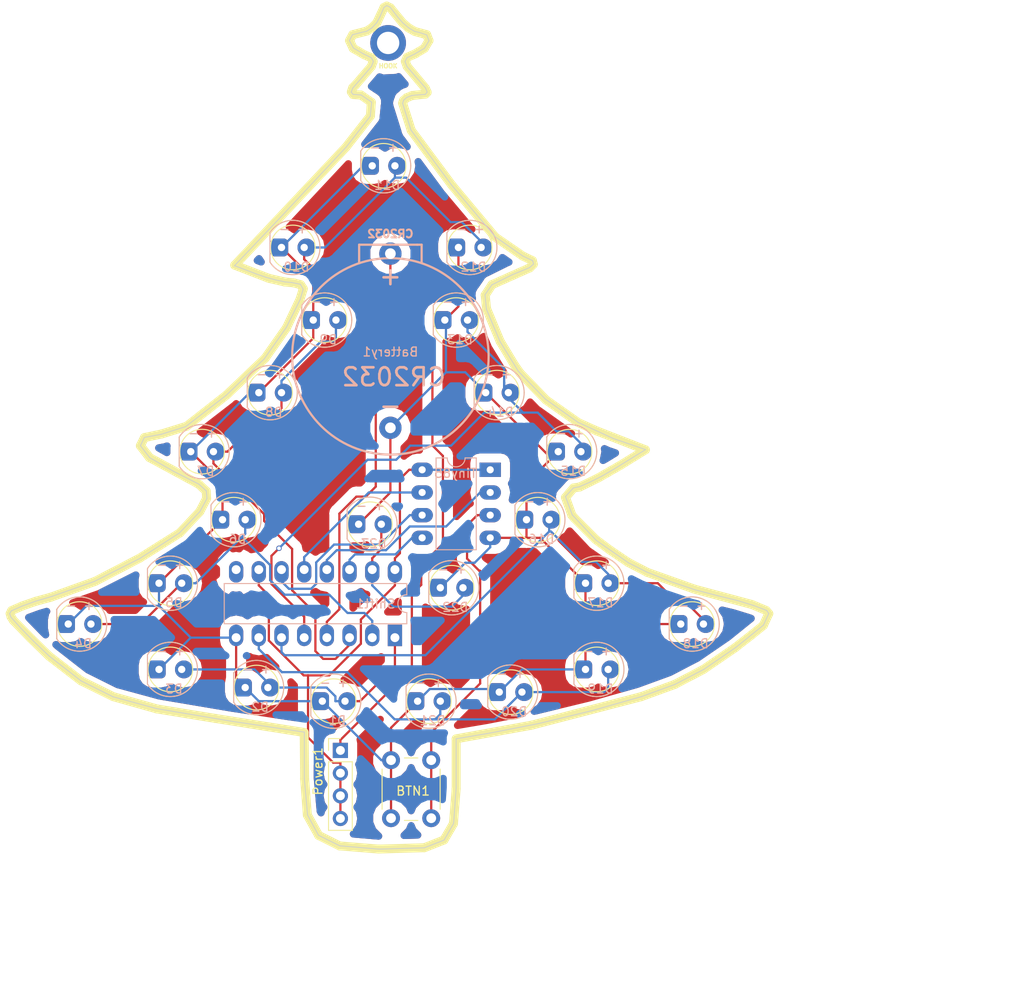
<source format=kicad_pcb>
(kicad_pcb (version 20171130) (host pcbnew "(5.0.0)")

  (general
    (thickness 1.6)
    (drawings 264)
    (tracks 252)
    (zones 0)
    (modules 30)
    (nets 17)
  )

  (page A4)
  (layers
    (0 F.Cu signal)
    (31 B.Cu signal)
    (32 B.Adhes user)
    (33 F.Adhes user)
    (34 B.Paste user)
    (35 F.Paste user)
    (36 B.SilkS user)
    (37 F.SilkS user)
    (38 B.Mask user)
    (39 F.Mask user)
    (40 Dwgs.User user)
    (41 Cmts.User user)
    (42 Eco1.User user)
    (43 Eco2.User user)
    (44 Edge.Cuts user)
    (45 Margin user)
    (46 B.CrtYd user)
    (47 F.CrtYd user)
    (48 B.Fab user)
    (49 F.Fab user)
  )

  (setup
    (last_trace_width 0.25)
    (trace_clearance 0.2)
    (zone_clearance 1)
    (zone_45_only no)
    (trace_min 0.2)
    (segment_width 1)
    (edge_width 0.15)
    (via_size 0.6)
    (via_drill 0.4)
    (via_min_size 0.4)
    (via_min_drill 0.3)
    (uvia_size 0.3)
    (uvia_drill 0.1)
    (uvias_allowed no)
    (uvia_min_size 0.2)
    (uvia_min_drill 0.1)
    (pcb_text_width 0.3)
    (pcb_text_size 1.5 1.5)
    (mod_edge_width 0.15)
    (mod_text_size 1 1)
    (mod_text_width 0.15)
    (pad_size 4 4)
    (pad_drill 2.5)
    (pad_to_mask_clearance 0.2)
    (aux_axis_origin 0 0)
    (visible_elements 7FFFFFFF)
    (pcbplotparams
      (layerselection 0x010f0_ffffffff)
      (usegerberextensions false)
      (usegerberattributes false)
      (usegerberadvancedattributes false)
      (creategerberjobfile false)
      (excludeedgelayer true)
      (linewidth 0.100000)
      (plotframeref false)
      (viasonmask false)
      (mode 1)
      (useauxorigin false)
      (hpglpennumber 1)
      (hpglpenspeed 20)
      (hpglpendiameter 15.000000)
      (psnegative false)
      (psa4output false)
      (plotreference true)
      (plotvalue true)
      (plotinvisibletext false)
      (padsonsilk false)
      (subtractmaskfromsilk false)
      (outputformat 1)
      (mirror false)
      (drillshape 0)
      (scaleselection 1)
      (outputdirectory "Sept_6_2/"))
  )

  (net 0 "")
  (net 1 GND)
  (net 2 "Net-(Battery1-Pad2)")
  (net 3 Serial_Data)
  (net 4 Serial_Clock)
  (net 5 Master_Reset)
  (net 6 Reg_Clock)
  (net 7 Output_Enable)
  (net 8 "Net-(BTN1-Pad1)")
  (net 9 A)
  (net 10 B)
  (net 11 C)
  (net 12 D)
  (net 13 E)
  (net 14 F)
  (net 15 G)
  (net 16 H)

  (net_class Default "This is the default net class."
    (clearance 0.2)
    (trace_width 0.25)
    (via_dia 0.6)
    (via_drill 0.4)
    (uvia_dia 0.3)
    (uvia_drill 0.1)
    (add_net A)
    (add_net B)
    (add_net C)
    (add_net D)
    (add_net E)
    (add_net F)
    (add_net G)
    (add_net GND)
    (add_net H)
    (add_net Master_Reset)
    (add_net "Net-(BTN1-Pad1)")
    (add_net "Net-(Battery1-Pad2)")
    (add_net Output_Enable)
    (add_net Reg_Clock)
    (add_net Serial_Clock)
    (add_net Serial_Data)
  )

  (module "TEST:CR2032 Housing" (layer B.Cu) (tedit 5B29A484) (tstamp 5B933AEF)
    (at 133.096 92.456)
    (path /5D7A5BB0)
    (fp_text reference Battery1 (at 0 -0.5) (layer B.SilkS)
      (effects (font (size 1 1) (thickness 0.15)) (justify mirror))
    )
    (fp_text value Bat (at 0 0.5) (layer B.Fab)
      (effects (font (size 1 1) (thickness 0.15)) (justify mirror))
    )
    (fp_text user CR2032 (at 0.384 2.314) (layer B.SilkS)
      (effects (font (size 2 2) (thickness 0.3)) (justify mirror))
    )
    (fp_text user - (at 0 5.5) (layer B.SilkS)
      (effects (font (size 2 2) (thickness 0.3)) (justify mirror))
    )
    (fp_text user + (at 0 -9) (layer B.SilkS)
      (effects (font (size 2 2) (thickness 0.3)) (justify mirror))
    )
    (fp_line (start 0 -12.5) (end -3.5 -12.5) (layer B.SilkS) (width 0.25))
    (fp_line (start -3.5 -12.5) (end -3.5 -10.5) (layer B.SilkS) (width 0.25))
    (fp_line (start 0 -12.5) (end 3 -12.5) (layer B.SilkS) (width 0.25))
    (fp_line (start 3 -12.5) (end 3.5 -12.5) (layer B.SilkS) (width 0.25))
    (fp_line (start 3.5 -12.5) (end 3.5 -10.5) (layer B.SilkS) (width 0.25))
    (fp_circle (center 0 0) (end 11 0) (layer B.SilkS) (width 0.25))
    (pad 1 thru_hole circle (at 0 8) (size 2.5 2.5) (drill 1.2) (layers *.Cu *.Mask)
      (net 1 GND))
    (pad 2 thru_hole circle (at 0 -11.5) (size 2.5 2.5) (drill 1.2) (layers *.Cu *.Mask)
      (net 2 "Net-(Battery1-Pad2)"))
    (model C:/Users/Reed/Downloads/BH-642.STEP
      (at (xyz 0 0 0))
      (scale (xyz 1 1 1))
      (rotate (xyz 0 0 90))
    )
  )

  (module Buttons_Switches_THT:SW_PUSH_6mm_h5mm (layer F.Cu) (tedit 5B9567A1) (tstamp 5B933B0E)
    (at 137.668 137.668 270)
    (descr "tactile push button, 6x6mm e.g. PHAP33xx series, height=5mm")
    (tags "tact sw push 6mm")
    (path /5D7A59D2)
    (fp_text reference BTN1 (at 3.452 2.032) (layer F.SilkS)
      (effects (font (size 1 1) (thickness 0.15)))
    )
    (fp_text value SW_SPST (at 3.75 6.7 270) (layer F.Fab)
      (effects (font (size 1 1) (thickness 0.15)))
    )
    (fp_text user %R (at 3.25 2.25 270) (layer F.Fab)
      (effects (font (size 1 1) (thickness 0.15)))
    )
    (fp_line (start 3.25 -0.75) (end 6.25 -0.75) (layer F.Fab) (width 0.1))
    (fp_line (start 6.25 -0.75) (end 6.25 5.25) (layer F.Fab) (width 0.1))
    (fp_line (start 6.25 5.25) (end 0.25 5.25) (layer F.Fab) (width 0.1))
    (fp_line (start 0.25 5.25) (end 0.25 -0.75) (layer F.Fab) (width 0.1))
    (fp_line (start 0.25 -0.75) (end 3.25 -0.75) (layer F.Fab) (width 0.1))
    (fp_line (start 7.75 6) (end 8 6) (layer F.CrtYd) (width 0.05))
    (fp_line (start 8 6) (end 8 5.75) (layer F.CrtYd) (width 0.05))
    (fp_line (start 7.75 -1.5) (end 8 -1.5) (layer F.CrtYd) (width 0.05))
    (fp_line (start 8 -1.5) (end 8 -1.25) (layer F.CrtYd) (width 0.05))
    (fp_line (start -1.5 -1.25) (end -1.5 -1.5) (layer F.CrtYd) (width 0.05))
    (fp_line (start -1.5 -1.5) (end -1.25 -1.5) (layer F.CrtYd) (width 0.05))
    (fp_line (start -1.5 5.75) (end -1.5 6) (layer F.CrtYd) (width 0.05))
    (fp_line (start -1.5 6) (end -1.25 6) (layer F.CrtYd) (width 0.05))
    (fp_line (start -1.25 -1.5) (end 7.75 -1.5) (layer F.CrtYd) (width 0.05))
    (fp_line (start -1.5 5.75) (end -1.5 -1.25) (layer F.CrtYd) (width 0.05))
    (fp_line (start 7.75 6) (end -1.25 6) (layer F.CrtYd) (width 0.05))
    (fp_line (start 8 -1.25) (end 8 5.75) (layer F.CrtYd) (width 0.05))
    (fp_line (start 1 5.5) (end 5.5 5.5) (layer F.SilkS) (width 0.12))
    (fp_line (start -0.25 1.5) (end -0.25 3) (layer F.SilkS) (width 0.12))
    (fp_line (start 5.5 -1) (end 1 -1) (layer F.SilkS) (width 0.12))
    (fp_line (start 6.75 3) (end 6.75 1.5) (layer F.SilkS) (width 0.12))
    (fp_circle (center 3.25 2.25) (end 1.25 2.5) (layer F.Fab) (width 0.1))
    (pad 2 thru_hole circle (at 0 4.5) (size 2 2) (drill 1.1) (layers *.Cu *.Mask)
      (net 1 GND))
    (pad 1 thru_hole circle (at 0 0) (size 2 2) (drill 1.1) (layers *.Cu *.Mask)
      (net 8 "Net-(BTN1-Pad1)"))
    (pad 2 thru_hole circle (at 6.5 4.5) (size 2 2) (drill 1.1) (layers *.Cu *.Mask)
      (net 1 GND))
    (pad 1 thru_hole circle (at 6.5 0) (size 2 2) (drill 1.1) (layers *.Cu *.Mask)
      (net 8 "Net-(BTN1-Pad1)"))
    (model ${KISYS3DMOD}/Buttons_Switches_THT.3dshapes/SW_PUSH_6mm_h5mm.wrl
      (offset (xyz 0.1269999980926514 0 0))
      (scale (xyz 0.3937 0.3937 0.3937))
      (rotate (xyz 0 0 0))
    )
  )

  (module "TEST:4mm Mount" (layer F.Cu) (tedit 5B95677A) (tstamp 5B9A4866)
    (at 132.842 54.864)
    (fp_text reference HOOK (at 0 5.08) (layer F.SilkS)
      (effects (font (size 0.5 0.5) (thickness 0.125)))
    )
    (fp_text value "4mm Mount" (at 0 -1) (layer F.Fab)
      (effects (font (size 1 1) (thickness 0.15)))
    )
    (pad 31 thru_hole circle (at 0 2.5) (size 4 4) (drill 2.5) (layers *.Cu *.Mask))
  )

  (module TEST:LED_D5.0mm_BigPads (layer F.Cu) (tedit 5D71C4FD) (tstamp 5D7A83AE)
    (at 125.476 131.064)
    (descr "LED, Round, FlatTop, diameter 5.0mm, 2 pins, http://www.kingbright.com/attachments/file/psearch/000/00/00/L-483GDT(Ver.15B).pdf")
    (tags "LED Round FlatTop diameter 5.0mm 2 pins")
    (path /5D7A884E)
    (fp_text reference D1 (at 1.6764 2.1844) (layer B.SilkS)
      (effects (font (size 1 1) (thickness 0.15)) (justify mirror))
    )
    (fp_text value LED (at 1.425 4.25) (layer F.Fab)
      (effects (font (size 1 1) (thickness 0.15)))
    )
    (fp_text user "+ -" (at 1.3208 -2.0828) (layer B.SilkS)
      (effects (font (size 1 1) (thickness 0.15)) (justify mirror))
    )
    (fp_arc (start 1.27 0) (end -1.23 -1.566046) (angle 295.9) (layer F.Fab) (width 0.1))
    (fp_arc (start 1.27 0) (end -1.29 -1.639512) (angle 147.4) (layer F.SilkS) (width 0.12))
    (fp_arc (start 1.27 0) (end -1.29 1.639512) (angle -147.4) (layer F.SilkS) (width 0.12))
    (fp_circle (center 1.27 0) (end 3.77 0) (layer F.Fab) (width 0.1))
    (fp_circle (center 1.27 0) (end 3.77 0) (layer F.SilkS) (width 0.12))
    (fp_line (start -1.23 -1.566046) (end -1.23 1.566046) (layer F.Fab) (width 0.1))
    (fp_line (start -1.29 -1.64) (end -1.29 1.64) (layer F.SilkS) (width 0.12))
    (fp_line (start -1.5 -3.25) (end -1.5 3.25) (layer F.CrtYd) (width 0.05))
    (fp_line (start -1.5 3.25) (end 4.55 3.3) (layer F.CrtYd) (width 0.05))
    (fp_line (start 4.55 3.3) (end 4.5 -3.25) (layer F.CrtYd) (width 0.05))
    (fp_line (start 4.5 -3.25) (end -1.5 -3.25) (layer F.CrtYd) (width 0.05))
    (fp_arc (start 1.27 0) (end -1.29 -1.639512) (angle 147.4) (layer B.SilkS) (width 0.12))
    (fp_arc (start 1.27 0) (end -1.29 1.639512) (angle -147.4) (layer B.SilkS) (width 0.12))
    (fp_line (start -1.29 -1.639512) (end -1.29 1.640488) (layer B.SilkS) (width 0.12))
    (pad 1 thru_hole roundrect (at 0 0) (size 2 2) (drill 0.82 (offset -0.25 0)) (layers *.Cu *.Mask) (roundrect_rratio 0.25)
      (net 1 GND))
    (pad 2 thru_hole oval (at 2.54 0) (size 2 2) (drill 0.82 (offset 0.25 0)) (layers *.Cu *.Mask)
      (net 10 B))
    (model ${KISYS3DMOD}/LEDs.3dshapes/LED_D5.0mm_FlatTop.wrl
      (at (xyz 0 0 0))
      (scale (xyz 0.393701 0.393701 0.393701))
      (rotate (xyz 0 0 0))
    )
  )

  (module TEST:LED_D5.0mm_BigPads (layer F.Cu) (tedit 5D71C4FD) (tstamp 5D7A83C2)
    (at 116.84 129.54)
    (descr "LED, Round, FlatTop, diameter 5.0mm, 2 pins, http://www.kingbright.com/attachments/file/psearch/000/00/00/L-483GDT(Ver.15B).pdf")
    (tags "LED Round FlatTop diameter 5.0mm 2 pins")
    (path /5D7A894F)
    (fp_text reference D2 (at 1.6764 2.1844) (layer B.SilkS)
      (effects (font (size 1 1) (thickness 0.15)) (justify mirror))
    )
    (fp_text value LED (at 1.425 4.25) (layer F.Fab)
      (effects (font (size 1 1) (thickness 0.15)))
    )
    (fp_line (start -1.29 -1.639512) (end -1.29 1.640488) (layer B.SilkS) (width 0.12))
    (fp_arc (start 1.27 0) (end -1.29 1.639512) (angle -147.4) (layer B.SilkS) (width 0.12))
    (fp_arc (start 1.27 0) (end -1.29 -1.639512) (angle 147.4) (layer B.SilkS) (width 0.12))
    (fp_line (start 4.5 -3.25) (end -1.5 -3.25) (layer F.CrtYd) (width 0.05))
    (fp_line (start 4.55 3.3) (end 4.5 -3.25) (layer F.CrtYd) (width 0.05))
    (fp_line (start -1.5 3.25) (end 4.55 3.3) (layer F.CrtYd) (width 0.05))
    (fp_line (start -1.5 -3.25) (end -1.5 3.25) (layer F.CrtYd) (width 0.05))
    (fp_line (start -1.29 -1.64) (end -1.29 1.64) (layer F.SilkS) (width 0.12))
    (fp_line (start -1.23 -1.566046) (end -1.23 1.566046) (layer F.Fab) (width 0.1))
    (fp_circle (center 1.27 0) (end 3.77 0) (layer F.SilkS) (width 0.12))
    (fp_circle (center 1.27 0) (end 3.77 0) (layer F.Fab) (width 0.1))
    (fp_arc (start 1.27 0) (end -1.29 1.639512) (angle -147.4) (layer F.SilkS) (width 0.12))
    (fp_arc (start 1.27 0) (end -1.29 -1.639512) (angle 147.4) (layer F.SilkS) (width 0.12))
    (fp_arc (start 1.27 0) (end -1.23 -1.566046) (angle 295.9) (layer F.Fab) (width 0.1))
    (fp_text user "+ -" (at 1.3208 -2.0828) (layer B.SilkS)
      (effects (font (size 1 1) (thickness 0.15)) (justify mirror))
    )
    (pad 2 thru_hole oval (at 2.54 0) (size 2 2) (drill 0.82 (offset 0.25 0)) (layers *.Cu *.Mask)
      (net 10 B))
    (pad 1 thru_hole roundrect (at 0 0) (size 2 2) (drill 0.82 (offset -0.25 0)) (layers *.Cu *.Mask) (roundrect_rratio 0.25)
      (net 1 GND))
    (model ${KISYS3DMOD}/LEDs.3dshapes/LED_D5.0mm_FlatTop.wrl
      (at (xyz 0 0 0))
      (scale (xyz 0.393701 0.393701 0.393701))
      (rotate (xyz 0 0 0))
    )
  )

  (module TEST:LED_D5.0mm_BigPads (layer F.Cu) (tedit 5D71C4FD) (tstamp 5D7A83D6)
    (at 107.188 127.508)
    (descr "LED, Round, FlatTop, diameter 5.0mm, 2 pins, http://www.kingbright.com/attachments/file/psearch/000/00/00/L-483GDT(Ver.15B).pdf")
    (tags "LED Round FlatTop diameter 5.0mm 2 pins")
    (path /5D7A8975)
    (fp_text reference D3 (at 1.6764 2.1844) (layer B.SilkS)
      (effects (font (size 1 1) (thickness 0.15)) (justify mirror))
    )
    (fp_text value LED (at 1.425 4.25) (layer F.Fab)
      (effects (font (size 1 1) (thickness 0.15)))
    )
    (fp_text user "+ -" (at 1.3208 -2.0828) (layer B.SilkS)
      (effects (font (size 1 1) (thickness 0.15)) (justify mirror))
    )
    (fp_arc (start 1.27 0) (end -1.23 -1.566046) (angle 295.9) (layer F.Fab) (width 0.1))
    (fp_arc (start 1.27 0) (end -1.29 -1.639512) (angle 147.4) (layer F.SilkS) (width 0.12))
    (fp_arc (start 1.27 0) (end -1.29 1.639512) (angle -147.4) (layer F.SilkS) (width 0.12))
    (fp_circle (center 1.27 0) (end 3.77 0) (layer F.Fab) (width 0.1))
    (fp_circle (center 1.27 0) (end 3.77 0) (layer F.SilkS) (width 0.12))
    (fp_line (start -1.23 -1.566046) (end -1.23 1.566046) (layer F.Fab) (width 0.1))
    (fp_line (start -1.29 -1.64) (end -1.29 1.64) (layer F.SilkS) (width 0.12))
    (fp_line (start -1.5 -3.25) (end -1.5 3.25) (layer F.CrtYd) (width 0.05))
    (fp_line (start -1.5 3.25) (end 4.55 3.3) (layer F.CrtYd) (width 0.05))
    (fp_line (start 4.55 3.3) (end 4.5 -3.25) (layer F.CrtYd) (width 0.05))
    (fp_line (start 4.5 -3.25) (end -1.5 -3.25) (layer F.CrtYd) (width 0.05))
    (fp_arc (start 1.27 0) (end -1.29 -1.639512) (angle 147.4) (layer B.SilkS) (width 0.12))
    (fp_arc (start 1.27 0) (end -1.29 1.639512) (angle -147.4) (layer B.SilkS) (width 0.12))
    (fp_line (start -1.29 -1.639512) (end -1.29 1.640488) (layer B.SilkS) (width 0.12))
    (pad 1 thru_hole roundrect (at 0 0) (size 2 2) (drill 0.82 (offset -0.25 0)) (layers *.Cu *.Mask) (roundrect_rratio 0.25)
      (net 1 GND))
    (pad 2 thru_hole oval (at 2.54 0) (size 2 2) (drill 0.82 (offset 0.25 0)) (layers *.Cu *.Mask)
      (net 10 B))
    (model ${KISYS3DMOD}/LEDs.3dshapes/LED_D5.0mm_FlatTop.wrl
      (at (xyz 0 0 0))
      (scale (xyz 0.393701 0.393701 0.393701))
      (rotate (xyz 0 0 0))
    )
  )

  (module TEST:LED_D5.0mm_BigPads (layer F.Cu) (tedit 5D71C4FD) (tstamp 5D7A83EA)
    (at 97.028 122.428)
    (descr "LED, Round, FlatTop, diameter 5.0mm, 2 pins, http://www.kingbright.com/attachments/file/psearch/000/00/00/L-483GDT(Ver.15B).pdf")
    (tags "LED Round FlatTop diameter 5.0mm 2 pins")
    (path /5D7B2140)
    (fp_text reference D4 (at 1.6764 2.1844) (layer B.SilkS)
      (effects (font (size 1 1) (thickness 0.15)) (justify mirror))
    )
    (fp_text value LED (at 1.425 4.25) (layer F.Fab)
      (effects (font (size 1 1) (thickness 0.15)))
    )
    (fp_line (start -1.29 -1.639512) (end -1.29 1.640488) (layer B.SilkS) (width 0.12))
    (fp_arc (start 1.27 0) (end -1.29 1.639512) (angle -147.4) (layer B.SilkS) (width 0.12))
    (fp_arc (start 1.27 0) (end -1.29 -1.639512) (angle 147.4) (layer B.SilkS) (width 0.12))
    (fp_line (start 4.5 -3.25) (end -1.5 -3.25) (layer F.CrtYd) (width 0.05))
    (fp_line (start 4.55 3.3) (end 4.5 -3.25) (layer F.CrtYd) (width 0.05))
    (fp_line (start -1.5 3.25) (end 4.55 3.3) (layer F.CrtYd) (width 0.05))
    (fp_line (start -1.5 -3.25) (end -1.5 3.25) (layer F.CrtYd) (width 0.05))
    (fp_line (start -1.29 -1.64) (end -1.29 1.64) (layer F.SilkS) (width 0.12))
    (fp_line (start -1.23 -1.566046) (end -1.23 1.566046) (layer F.Fab) (width 0.1))
    (fp_circle (center 1.27 0) (end 3.77 0) (layer F.SilkS) (width 0.12))
    (fp_circle (center 1.27 0) (end 3.77 0) (layer F.Fab) (width 0.1))
    (fp_arc (start 1.27 0) (end -1.29 1.639512) (angle -147.4) (layer F.SilkS) (width 0.12))
    (fp_arc (start 1.27 0) (end -1.29 -1.639512) (angle 147.4) (layer F.SilkS) (width 0.12))
    (fp_arc (start 1.27 0) (end -1.23 -1.566046) (angle 295.9) (layer F.Fab) (width 0.1))
    (fp_text user "+ -" (at 1.3208 -2.0828) (layer B.SilkS)
      (effects (font (size 1 1) (thickness 0.15)) (justify mirror))
    )
    (pad 2 thru_hole oval (at 2.54 0) (size 2 2) (drill 0.82 (offset 0.25 0)) (layers *.Cu *.Mask)
      (net 11 C))
    (pad 1 thru_hole roundrect (at 0 0) (size 2 2) (drill 0.82 (offset -0.25 0)) (layers *.Cu *.Mask) (roundrect_rratio 0.25)
      (net 1 GND))
    (model ${KISYS3DMOD}/LEDs.3dshapes/LED_D5.0mm_FlatTop.wrl
      (at (xyz 0 0 0))
      (scale (xyz 0.393701 0.393701 0.393701))
      (rotate (xyz 0 0 0))
    )
  )

  (module TEST:LED_D5.0mm_BigPads (layer F.Cu) (tedit 5D71C4FD) (tstamp 5D7A83FE)
    (at 107.188 117.856)
    (descr "LED, Round, FlatTop, diameter 5.0mm, 2 pins, http://www.kingbright.com/attachments/file/psearch/000/00/00/L-483GDT(Ver.15B).pdf")
    (tags "LED Round FlatTop diameter 5.0mm 2 pins")
    (path /5D7B2147)
    (fp_text reference D5 (at 1.6764 2.1844) (layer B.SilkS)
      (effects (font (size 1 1) (thickness 0.15)) (justify mirror))
    )
    (fp_text value LED (at 1.425 4.25) (layer F.Fab)
      (effects (font (size 1 1) (thickness 0.15)))
    )
    (fp_text user "+ -" (at 1.3208 -2.0828) (layer B.SilkS)
      (effects (font (size 1 1) (thickness 0.15)) (justify mirror))
    )
    (fp_arc (start 1.27 0) (end -1.23 -1.566046) (angle 295.9) (layer F.Fab) (width 0.1))
    (fp_arc (start 1.27 0) (end -1.29 -1.639512) (angle 147.4) (layer F.SilkS) (width 0.12))
    (fp_arc (start 1.27 0) (end -1.29 1.639512) (angle -147.4) (layer F.SilkS) (width 0.12))
    (fp_circle (center 1.27 0) (end 3.77 0) (layer F.Fab) (width 0.1))
    (fp_circle (center 1.27 0) (end 3.77 0) (layer F.SilkS) (width 0.12))
    (fp_line (start -1.23 -1.566046) (end -1.23 1.566046) (layer F.Fab) (width 0.1))
    (fp_line (start -1.29 -1.64) (end -1.29 1.64) (layer F.SilkS) (width 0.12))
    (fp_line (start -1.5 -3.25) (end -1.5 3.25) (layer F.CrtYd) (width 0.05))
    (fp_line (start -1.5 3.25) (end 4.55 3.3) (layer F.CrtYd) (width 0.05))
    (fp_line (start 4.55 3.3) (end 4.5 -3.25) (layer F.CrtYd) (width 0.05))
    (fp_line (start 4.5 -3.25) (end -1.5 -3.25) (layer F.CrtYd) (width 0.05))
    (fp_arc (start 1.27 0) (end -1.29 -1.639512) (angle 147.4) (layer B.SilkS) (width 0.12))
    (fp_arc (start 1.27 0) (end -1.29 1.639512) (angle -147.4) (layer B.SilkS) (width 0.12))
    (fp_line (start -1.29 -1.639512) (end -1.29 1.640488) (layer B.SilkS) (width 0.12))
    (pad 1 thru_hole roundrect (at 0 0) (size 2 2) (drill 0.82 (offset -0.25 0)) (layers *.Cu *.Mask) (roundrect_rratio 0.25)
      (net 1 GND))
    (pad 2 thru_hole oval (at 2.54 0) (size 2 2) (drill 0.82 (offset 0.25 0)) (layers *.Cu *.Mask)
      (net 11 C))
    (model ${KISYS3DMOD}/LEDs.3dshapes/LED_D5.0mm_FlatTop.wrl
      (at (xyz 0 0 0))
      (scale (xyz 0.393701 0.393701 0.393701))
      (rotate (xyz 0 0 0))
    )
  )

  (module TEST:LED_D5.0mm_BigPads (layer F.Cu) (tedit 5D71C4FD) (tstamp 5D7A8412)
    (at 114.3 110.744)
    (descr "LED, Round, FlatTop, diameter 5.0mm, 2 pins, http://www.kingbright.com/attachments/file/psearch/000/00/00/L-483GDT(Ver.15B).pdf")
    (tags "LED Round FlatTop diameter 5.0mm 2 pins")
    (path /5D7B214E)
    (fp_text reference D6 (at 1.6764 2.1844) (layer B.SilkS)
      (effects (font (size 1 1) (thickness 0.15)) (justify mirror))
    )
    (fp_text value LED (at 1.425 4.25) (layer F.Fab)
      (effects (font (size 1 1) (thickness 0.15)))
    )
    (fp_line (start -1.29 -1.639512) (end -1.29 1.640488) (layer B.SilkS) (width 0.12))
    (fp_arc (start 1.27 0) (end -1.29 1.639512) (angle -147.4) (layer B.SilkS) (width 0.12))
    (fp_arc (start 1.27 0) (end -1.29 -1.639512) (angle 147.4) (layer B.SilkS) (width 0.12))
    (fp_line (start 4.5 -3.25) (end -1.5 -3.25) (layer F.CrtYd) (width 0.05))
    (fp_line (start 4.55 3.3) (end 4.5 -3.25) (layer F.CrtYd) (width 0.05))
    (fp_line (start -1.5 3.25) (end 4.55 3.3) (layer F.CrtYd) (width 0.05))
    (fp_line (start -1.5 -3.25) (end -1.5 3.25) (layer F.CrtYd) (width 0.05))
    (fp_line (start -1.29 -1.64) (end -1.29 1.64) (layer F.SilkS) (width 0.12))
    (fp_line (start -1.23 -1.566046) (end -1.23 1.566046) (layer F.Fab) (width 0.1))
    (fp_circle (center 1.27 0) (end 3.77 0) (layer F.SilkS) (width 0.12))
    (fp_circle (center 1.27 0) (end 3.77 0) (layer F.Fab) (width 0.1))
    (fp_arc (start 1.27 0) (end -1.29 1.639512) (angle -147.4) (layer F.SilkS) (width 0.12))
    (fp_arc (start 1.27 0) (end -1.29 -1.639512) (angle 147.4) (layer F.SilkS) (width 0.12))
    (fp_arc (start 1.27 0) (end -1.23 -1.566046) (angle 295.9) (layer F.Fab) (width 0.1))
    (fp_text user "+ -" (at 1.3208 -2.0828) (layer B.SilkS)
      (effects (font (size 1 1) (thickness 0.15)) (justify mirror))
    )
    (pad 2 thru_hole oval (at 2.54 0) (size 2 2) (drill 0.82 (offset 0.25 0)) (layers *.Cu *.Mask)
      (net 11 C))
    (pad 1 thru_hole roundrect (at 0 0) (size 2 2) (drill 0.82 (offset -0.25 0)) (layers *.Cu *.Mask) (roundrect_rratio 0.25)
      (net 1 GND))
    (model ${KISYS3DMOD}/LEDs.3dshapes/LED_D5.0mm_FlatTop.wrl
      (at (xyz 0 0 0))
      (scale (xyz 0.393701 0.393701 0.393701))
      (rotate (xyz 0 0 0))
    )
  )

  (module TEST:LED_D5.0mm_BigPads (layer F.Cu) (tedit 5D71C4FD) (tstamp 5D7A8426)
    (at 110.744 103.124)
    (descr "LED, Round, FlatTop, diameter 5.0mm, 2 pins, http://www.kingbright.com/attachments/file/psearch/000/00/00/L-483GDT(Ver.15B).pdf")
    (tags "LED Round FlatTop diameter 5.0mm 2 pins")
    (path /5D7B365B)
    (fp_text reference D7 (at 1.6764 2.1844) (layer B.SilkS)
      (effects (font (size 1 1) (thickness 0.15)) (justify mirror))
    )
    (fp_text value LED (at 1.425 4.25) (layer F.Fab)
      (effects (font (size 1 1) (thickness 0.15)))
    )
    (fp_text user "+ -" (at 1.3208 -2.0828) (layer B.SilkS)
      (effects (font (size 1 1) (thickness 0.15)) (justify mirror))
    )
    (fp_arc (start 1.27 0) (end -1.23 -1.566046) (angle 295.9) (layer F.Fab) (width 0.1))
    (fp_arc (start 1.27 0) (end -1.29 -1.639512) (angle 147.4) (layer F.SilkS) (width 0.12))
    (fp_arc (start 1.27 0) (end -1.29 1.639512) (angle -147.4) (layer F.SilkS) (width 0.12))
    (fp_circle (center 1.27 0) (end 3.77 0) (layer F.Fab) (width 0.1))
    (fp_circle (center 1.27 0) (end 3.77 0) (layer F.SilkS) (width 0.12))
    (fp_line (start -1.23 -1.566046) (end -1.23 1.566046) (layer F.Fab) (width 0.1))
    (fp_line (start -1.29 -1.64) (end -1.29 1.64) (layer F.SilkS) (width 0.12))
    (fp_line (start -1.5 -3.25) (end -1.5 3.25) (layer F.CrtYd) (width 0.05))
    (fp_line (start -1.5 3.25) (end 4.55 3.3) (layer F.CrtYd) (width 0.05))
    (fp_line (start 4.55 3.3) (end 4.5 -3.25) (layer F.CrtYd) (width 0.05))
    (fp_line (start 4.5 -3.25) (end -1.5 -3.25) (layer F.CrtYd) (width 0.05))
    (fp_arc (start 1.27 0) (end -1.29 -1.639512) (angle 147.4) (layer B.SilkS) (width 0.12))
    (fp_arc (start 1.27 0) (end -1.29 1.639512) (angle -147.4) (layer B.SilkS) (width 0.12))
    (fp_line (start -1.29 -1.639512) (end -1.29 1.640488) (layer B.SilkS) (width 0.12))
    (pad 1 thru_hole roundrect (at 0 0) (size 2 2) (drill 0.82 (offset -0.25 0)) (layers *.Cu *.Mask) (roundrect_rratio 0.25)
      (net 1 GND))
    (pad 2 thru_hole oval (at 2.54 0) (size 2 2) (drill 0.82 (offset 0.25 0)) (layers *.Cu *.Mask)
      (net 12 D))
    (model ${KISYS3DMOD}/LEDs.3dshapes/LED_D5.0mm_FlatTop.wrl
      (at (xyz 0 0 0))
      (scale (xyz 0.393701 0.393701 0.393701))
      (rotate (xyz 0 0 0))
    )
  )

  (module TEST:LED_D5.0mm_BigPads (layer F.Cu) (tedit 5D71C4FD) (tstamp 5D7A843A)
    (at 118.364 96.52)
    (descr "LED, Round, FlatTop, diameter 5.0mm, 2 pins, http://www.kingbright.com/attachments/file/psearch/000/00/00/L-483GDT(Ver.15B).pdf")
    (tags "LED Round FlatTop diameter 5.0mm 2 pins")
    (path /5D7B3662)
    (fp_text reference D8 (at 1.6764 2.1844) (layer B.SilkS)
      (effects (font (size 1 1) (thickness 0.15)) (justify mirror))
    )
    (fp_text value LED (at 1.425 4.25) (layer F.Fab)
      (effects (font (size 1 1) (thickness 0.15)))
    )
    (fp_line (start -1.29 -1.639512) (end -1.29 1.640488) (layer B.SilkS) (width 0.12))
    (fp_arc (start 1.27 0) (end -1.29 1.639512) (angle -147.4) (layer B.SilkS) (width 0.12))
    (fp_arc (start 1.27 0) (end -1.29 -1.639512) (angle 147.4) (layer B.SilkS) (width 0.12))
    (fp_line (start 4.5 -3.25) (end -1.5 -3.25) (layer F.CrtYd) (width 0.05))
    (fp_line (start 4.55 3.3) (end 4.5 -3.25) (layer F.CrtYd) (width 0.05))
    (fp_line (start -1.5 3.25) (end 4.55 3.3) (layer F.CrtYd) (width 0.05))
    (fp_line (start -1.5 -3.25) (end -1.5 3.25) (layer F.CrtYd) (width 0.05))
    (fp_line (start -1.29 -1.64) (end -1.29 1.64) (layer F.SilkS) (width 0.12))
    (fp_line (start -1.23 -1.566046) (end -1.23 1.566046) (layer F.Fab) (width 0.1))
    (fp_circle (center 1.27 0) (end 3.77 0) (layer F.SilkS) (width 0.12))
    (fp_circle (center 1.27 0) (end 3.77 0) (layer F.Fab) (width 0.1))
    (fp_arc (start 1.27 0) (end -1.29 1.639512) (angle -147.4) (layer F.SilkS) (width 0.12))
    (fp_arc (start 1.27 0) (end -1.29 -1.639512) (angle 147.4) (layer F.SilkS) (width 0.12))
    (fp_arc (start 1.27 0) (end -1.23 -1.566046) (angle 295.9) (layer F.Fab) (width 0.1))
    (fp_text user "+ -" (at 1.3208 -2.0828) (layer B.SilkS)
      (effects (font (size 1 1) (thickness 0.15)) (justify mirror))
    )
    (pad 2 thru_hole oval (at 2.54 0) (size 2 2) (drill 0.82 (offset 0.25 0)) (layers *.Cu *.Mask)
      (net 12 D))
    (pad 1 thru_hole roundrect (at 0 0) (size 2 2) (drill 0.82 (offset -0.25 0)) (layers *.Cu *.Mask) (roundrect_rratio 0.25)
      (net 1 GND))
    (model ${KISYS3DMOD}/LEDs.3dshapes/LED_D5.0mm_FlatTop.wrl
      (at (xyz 0 0 0))
      (scale (xyz 0.393701 0.393701 0.393701))
      (rotate (xyz 0 0 0))
    )
  )

  (module TEST:LED_D5.0mm_BigPads (layer F.Cu) (tedit 5D71C4FD) (tstamp 5D7A844E)
    (at 124.46 88.392)
    (descr "LED, Round, FlatTop, diameter 5.0mm, 2 pins, http://www.kingbright.com/attachments/file/psearch/000/00/00/L-483GDT(Ver.15B).pdf")
    (tags "LED Round FlatTop diameter 5.0mm 2 pins")
    (path /5D7B3669)
    (fp_text reference D9 (at 1.6764 2.1844) (layer B.SilkS)
      (effects (font (size 1 1) (thickness 0.15)) (justify mirror))
    )
    (fp_text value LED (at 1.425 4.25) (layer F.Fab)
      (effects (font (size 1 1) (thickness 0.15)))
    )
    (fp_text user "+ -" (at 1.3208 -2.0828) (layer B.SilkS)
      (effects (font (size 1 1) (thickness 0.15)) (justify mirror))
    )
    (fp_arc (start 1.27 0) (end -1.23 -1.566046) (angle 295.9) (layer F.Fab) (width 0.1))
    (fp_arc (start 1.27 0) (end -1.29 -1.639512) (angle 147.4) (layer F.SilkS) (width 0.12))
    (fp_arc (start 1.27 0) (end -1.29 1.639512) (angle -147.4) (layer F.SilkS) (width 0.12))
    (fp_circle (center 1.27 0) (end 3.77 0) (layer F.Fab) (width 0.1))
    (fp_circle (center 1.27 0) (end 3.77 0) (layer F.SilkS) (width 0.12))
    (fp_line (start -1.23 -1.566046) (end -1.23 1.566046) (layer F.Fab) (width 0.1))
    (fp_line (start -1.29 -1.64) (end -1.29 1.64) (layer F.SilkS) (width 0.12))
    (fp_line (start -1.5 -3.25) (end -1.5 3.25) (layer F.CrtYd) (width 0.05))
    (fp_line (start -1.5 3.25) (end 4.55 3.3) (layer F.CrtYd) (width 0.05))
    (fp_line (start 4.55 3.3) (end 4.5 -3.25) (layer F.CrtYd) (width 0.05))
    (fp_line (start 4.5 -3.25) (end -1.5 -3.25) (layer F.CrtYd) (width 0.05))
    (fp_arc (start 1.27 0) (end -1.29 -1.639512) (angle 147.4) (layer B.SilkS) (width 0.12))
    (fp_arc (start 1.27 0) (end -1.29 1.639512) (angle -147.4) (layer B.SilkS) (width 0.12))
    (fp_line (start -1.29 -1.639512) (end -1.29 1.640488) (layer B.SilkS) (width 0.12))
    (pad 1 thru_hole roundrect (at 0 0) (size 2 2) (drill 0.82 (offset -0.25 0)) (layers *.Cu *.Mask) (roundrect_rratio 0.25)
      (net 1 GND))
    (pad 2 thru_hole oval (at 2.54 0) (size 2 2) (drill 0.82 (offset 0.25 0)) (layers *.Cu *.Mask)
      (net 12 D))
    (model ${KISYS3DMOD}/LEDs.3dshapes/LED_D5.0mm_FlatTop.wrl
      (at (xyz 0 0 0))
      (scale (xyz 0.393701 0.393701 0.393701))
      (rotate (xyz 0 0 0))
    )
  )

  (module TEST:LED_D5.0mm_BigPads (layer F.Cu) (tedit 5D71C4FD) (tstamp 5D7A8462)
    (at 120.904 80.264)
    (descr "LED, Round, FlatTop, diameter 5.0mm, 2 pins, http://www.kingbright.com/attachments/file/psearch/000/00/00/L-483GDT(Ver.15B).pdf")
    (tags "LED Round FlatTop diameter 5.0mm 2 pins")
    (path /5D7B539C)
    (fp_text reference D10 (at 1.6764 2.1844) (layer B.SilkS)
      (effects (font (size 1 1) (thickness 0.15)) (justify mirror))
    )
    (fp_text value LED (at 1.425 4.25) (layer F.Fab)
      (effects (font (size 1 1) (thickness 0.15)))
    )
    (fp_text user "+ -" (at 1.3208 -2.0828) (layer B.SilkS)
      (effects (font (size 1 1) (thickness 0.15)) (justify mirror))
    )
    (fp_arc (start 1.27 0) (end -1.23 -1.566046) (angle 295.9) (layer F.Fab) (width 0.1))
    (fp_arc (start 1.27 0) (end -1.29 -1.639512) (angle 147.4) (layer F.SilkS) (width 0.12))
    (fp_arc (start 1.27 0) (end -1.29 1.639512) (angle -147.4) (layer F.SilkS) (width 0.12))
    (fp_circle (center 1.27 0) (end 3.77 0) (layer F.Fab) (width 0.1))
    (fp_circle (center 1.27 0) (end 3.77 0) (layer F.SilkS) (width 0.12))
    (fp_line (start -1.23 -1.566046) (end -1.23 1.566046) (layer F.Fab) (width 0.1))
    (fp_line (start -1.29 -1.64) (end -1.29 1.64) (layer F.SilkS) (width 0.12))
    (fp_line (start -1.5 -3.25) (end -1.5 3.25) (layer F.CrtYd) (width 0.05))
    (fp_line (start -1.5 3.25) (end 4.55 3.3) (layer F.CrtYd) (width 0.05))
    (fp_line (start 4.55 3.3) (end 4.5 -3.25) (layer F.CrtYd) (width 0.05))
    (fp_line (start 4.5 -3.25) (end -1.5 -3.25) (layer F.CrtYd) (width 0.05))
    (fp_arc (start 1.27 0) (end -1.29 -1.639512) (angle 147.4) (layer B.SilkS) (width 0.12))
    (fp_arc (start 1.27 0) (end -1.29 1.639512) (angle -147.4) (layer B.SilkS) (width 0.12))
    (fp_line (start -1.29 -1.639512) (end -1.29 1.640488) (layer B.SilkS) (width 0.12))
    (pad 1 thru_hole roundrect (at 0 0) (size 2 2) (drill 0.82 (offset -0.25 0)) (layers *.Cu *.Mask) (roundrect_rratio 0.25)
      (net 1 GND))
    (pad 2 thru_hole oval (at 2.54 0) (size 2 2) (drill 0.82 (offset 0.25 0)) (layers *.Cu *.Mask)
      (net 13 E))
    (model ${KISYS3DMOD}/LEDs.3dshapes/LED_D5.0mm_FlatTop.wrl
      (at (xyz 0 0 0))
      (scale (xyz 0.393701 0.393701 0.393701))
      (rotate (xyz 0 0 0))
    )
  )

  (module TEST:LED_D5.0mm_BigPads (layer F.Cu) (tedit 5D71C4FD) (tstamp 5D7A8476)
    (at 131.064 71.12)
    (descr "LED, Round, FlatTop, diameter 5.0mm, 2 pins, http://www.kingbright.com/attachments/file/psearch/000/00/00/L-483GDT(Ver.15B).pdf")
    (tags "LED Round FlatTop diameter 5.0mm 2 pins")
    (path /5D7B53A3)
    (fp_text reference D11 (at 1.6764 2.1844) (layer B.SilkS)
      (effects (font (size 1 1) (thickness 0.15)) (justify mirror))
    )
    (fp_text value LED (at 1.425 4.25) (layer F.Fab)
      (effects (font (size 1 1) (thickness 0.15)))
    )
    (fp_line (start -1.29 -1.639512) (end -1.29 1.640488) (layer B.SilkS) (width 0.12))
    (fp_arc (start 1.27 0) (end -1.29 1.639512) (angle -147.4) (layer B.SilkS) (width 0.12))
    (fp_arc (start 1.27 0) (end -1.29 -1.639512) (angle 147.4) (layer B.SilkS) (width 0.12))
    (fp_line (start 4.5 -3.25) (end -1.5 -3.25) (layer F.CrtYd) (width 0.05))
    (fp_line (start 4.55 3.3) (end 4.5 -3.25) (layer F.CrtYd) (width 0.05))
    (fp_line (start -1.5 3.25) (end 4.55 3.3) (layer F.CrtYd) (width 0.05))
    (fp_line (start -1.5 -3.25) (end -1.5 3.25) (layer F.CrtYd) (width 0.05))
    (fp_line (start -1.29 -1.64) (end -1.29 1.64) (layer F.SilkS) (width 0.12))
    (fp_line (start -1.23 -1.566046) (end -1.23 1.566046) (layer F.Fab) (width 0.1))
    (fp_circle (center 1.27 0) (end 3.77 0) (layer F.SilkS) (width 0.12))
    (fp_circle (center 1.27 0) (end 3.77 0) (layer F.Fab) (width 0.1))
    (fp_arc (start 1.27 0) (end -1.29 1.639512) (angle -147.4) (layer F.SilkS) (width 0.12))
    (fp_arc (start 1.27 0) (end -1.29 -1.639512) (angle 147.4) (layer F.SilkS) (width 0.12))
    (fp_arc (start 1.27 0) (end -1.23 -1.566046) (angle 295.9) (layer F.Fab) (width 0.1))
    (fp_text user "+ -" (at 1.3208 -2.0828) (layer B.SilkS)
      (effects (font (size 1 1) (thickness 0.15)) (justify mirror))
    )
    (pad 2 thru_hole oval (at 2.54 0) (size 2 2) (drill 0.82 (offset 0.25 0)) (layers *.Cu *.Mask)
      (net 13 E))
    (pad 1 thru_hole roundrect (at 0 0) (size 2 2) (drill 0.82 (offset -0.25 0)) (layers *.Cu *.Mask) (roundrect_rratio 0.25)
      (net 1 GND))
    (model ${KISYS3DMOD}/LEDs.3dshapes/LED_D5.0mm_FlatTop.wrl
      (at (xyz 0 0 0))
      (scale (xyz 0.393701 0.393701 0.393701))
      (rotate (xyz 0 0 0))
    )
  )

  (module TEST:LED_D5.0mm_BigPads (layer F.Cu) (tedit 5D71C4FD) (tstamp 5D7A848A)
    (at 140.716 80.264)
    (descr "LED, Round, FlatTop, diameter 5.0mm, 2 pins, http://www.kingbright.com/attachments/file/psearch/000/00/00/L-483GDT(Ver.15B).pdf")
    (tags "LED Round FlatTop diameter 5.0mm 2 pins")
    (path /5D7B53AA)
    (fp_text reference D12 (at 1.6764 2.1844) (layer B.SilkS)
      (effects (font (size 1 1) (thickness 0.15)) (justify mirror))
    )
    (fp_text value LED (at 1.425 4.25) (layer F.Fab)
      (effects (font (size 1 1) (thickness 0.15)))
    )
    (fp_text user "+ -" (at 1.3208 -2.0828) (layer B.SilkS)
      (effects (font (size 1 1) (thickness 0.15)) (justify mirror))
    )
    (fp_arc (start 1.27 0) (end -1.23 -1.566046) (angle 295.9) (layer F.Fab) (width 0.1))
    (fp_arc (start 1.27 0) (end -1.29 -1.639512) (angle 147.4) (layer F.SilkS) (width 0.12))
    (fp_arc (start 1.27 0) (end -1.29 1.639512) (angle -147.4) (layer F.SilkS) (width 0.12))
    (fp_circle (center 1.27 0) (end 3.77 0) (layer F.Fab) (width 0.1))
    (fp_circle (center 1.27 0) (end 3.77 0) (layer F.SilkS) (width 0.12))
    (fp_line (start -1.23 -1.566046) (end -1.23 1.566046) (layer F.Fab) (width 0.1))
    (fp_line (start -1.29 -1.64) (end -1.29 1.64) (layer F.SilkS) (width 0.12))
    (fp_line (start -1.5 -3.25) (end -1.5 3.25) (layer F.CrtYd) (width 0.05))
    (fp_line (start -1.5 3.25) (end 4.55 3.3) (layer F.CrtYd) (width 0.05))
    (fp_line (start 4.55 3.3) (end 4.5 -3.25) (layer F.CrtYd) (width 0.05))
    (fp_line (start 4.5 -3.25) (end -1.5 -3.25) (layer F.CrtYd) (width 0.05))
    (fp_arc (start 1.27 0) (end -1.29 -1.639512) (angle 147.4) (layer B.SilkS) (width 0.12))
    (fp_arc (start 1.27 0) (end -1.29 1.639512) (angle -147.4) (layer B.SilkS) (width 0.12))
    (fp_line (start -1.29 -1.639512) (end -1.29 1.640488) (layer B.SilkS) (width 0.12))
    (pad 1 thru_hole roundrect (at 0 0) (size 2 2) (drill 0.82 (offset -0.25 0)) (layers *.Cu *.Mask) (roundrect_rratio 0.25)
      (net 1 GND))
    (pad 2 thru_hole oval (at 2.54 0) (size 2 2) (drill 0.82 (offset 0.25 0)) (layers *.Cu *.Mask)
      (net 13 E))
    (model ${KISYS3DMOD}/LEDs.3dshapes/LED_D5.0mm_FlatTop.wrl
      (at (xyz 0 0 0))
      (scale (xyz 0.393701 0.393701 0.393701))
      (rotate (xyz 0 0 0))
    )
  )

  (module TEST:LED_D5.0mm_BigPads (layer F.Cu) (tedit 5D71C4FD) (tstamp 5D7A849E)
    (at 139.192 88.392)
    (descr "LED, Round, FlatTop, diameter 5.0mm, 2 pins, http://www.kingbright.com/attachments/file/psearch/000/00/00/L-483GDT(Ver.15B).pdf")
    (tags "LED Round FlatTop diameter 5.0mm 2 pins")
    (path /5D7B7E1D)
    (fp_text reference D13 (at 1.6764 2.1844) (layer B.SilkS)
      (effects (font (size 1 1) (thickness 0.15)) (justify mirror))
    )
    (fp_text value LED (at 1.425 4.25) (layer F.Fab)
      (effects (font (size 1 1) (thickness 0.15)))
    )
    (fp_line (start -1.29 -1.639512) (end -1.29 1.640488) (layer B.SilkS) (width 0.12))
    (fp_arc (start 1.27 0) (end -1.29 1.639512) (angle -147.4) (layer B.SilkS) (width 0.12))
    (fp_arc (start 1.27 0) (end -1.29 -1.639512) (angle 147.4) (layer B.SilkS) (width 0.12))
    (fp_line (start 4.5 -3.25) (end -1.5 -3.25) (layer F.CrtYd) (width 0.05))
    (fp_line (start 4.55 3.3) (end 4.5 -3.25) (layer F.CrtYd) (width 0.05))
    (fp_line (start -1.5 3.25) (end 4.55 3.3) (layer F.CrtYd) (width 0.05))
    (fp_line (start -1.5 -3.25) (end -1.5 3.25) (layer F.CrtYd) (width 0.05))
    (fp_line (start -1.29 -1.64) (end -1.29 1.64) (layer F.SilkS) (width 0.12))
    (fp_line (start -1.23 -1.566046) (end -1.23 1.566046) (layer F.Fab) (width 0.1))
    (fp_circle (center 1.27 0) (end 3.77 0) (layer F.SilkS) (width 0.12))
    (fp_circle (center 1.27 0) (end 3.77 0) (layer F.Fab) (width 0.1))
    (fp_arc (start 1.27 0) (end -1.29 1.639512) (angle -147.4) (layer F.SilkS) (width 0.12))
    (fp_arc (start 1.27 0) (end -1.29 -1.639512) (angle 147.4) (layer F.SilkS) (width 0.12))
    (fp_arc (start 1.27 0) (end -1.23 -1.566046) (angle 295.9) (layer F.Fab) (width 0.1))
    (fp_text user "+ -" (at 1.3208 -2.0828) (layer B.SilkS)
      (effects (font (size 1 1) (thickness 0.15)) (justify mirror))
    )
    (pad 2 thru_hole oval (at 2.54 0) (size 2 2) (drill 0.82 (offset 0.25 0)) (layers *.Cu *.Mask)
      (net 14 F))
    (pad 1 thru_hole roundrect (at 0 0) (size 2 2) (drill 0.82 (offset -0.25 0)) (layers *.Cu *.Mask) (roundrect_rratio 0.25)
      (net 1 GND))
    (model ${KISYS3DMOD}/LEDs.3dshapes/LED_D5.0mm_FlatTop.wrl
      (at (xyz 0 0 0))
      (scale (xyz 0.393701 0.393701 0.393701))
      (rotate (xyz 0 0 0))
    )
  )

  (module TEST:LED_D5.0mm_BigPads (layer F.Cu) (tedit 5D71C4FD) (tstamp 5D7A84B2)
    (at 143.764 96.52)
    (descr "LED, Round, FlatTop, diameter 5.0mm, 2 pins, http://www.kingbright.com/attachments/file/psearch/000/00/00/L-483GDT(Ver.15B).pdf")
    (tags "LED Round FlatTop diameter 5.0mm 2 pins")
    (path /5D7B7E24)
    (fp_text reference D14 (at 1.6764 2.1844) (layer B.SilkS)
      (effects (font (size 1 1) (thickness 0.15)) (justify mirror))
    )
    (fp_text value LED (at 1.425 4.25) (layer F.Fab)
      (effects (font (size 1 1) (thickness 0.15)))
    )
    (fp_text user "+ -" (at 1.3208 -2.0828) (layer B.SilkS)
      (effects (font (size 1 1) (thickness 0.15)) (justify mirror))
    )
    (fp_arc (start 1.27 0) (end -1.23 -1.566046) (angle 295.9) (layer F.Fab) (width 0.1))
    (fp_arc (start 1.27 0) (end -1.29 -1.639512) (angle 147.4) (layer F.SilkS) (width 0.12))
    (fp_arc (start 1.27 0) (end -1.29 1.639512) (angle -147.4) (layer F.SilkS) (width 0.12))
    (fp_circle (center 1.27 0) (end 3.77 0) (layer F.Fab) (width 0.1))
    (fp_circle (center 1.27 0) (end 3.77 0) (layer F.SilkS) (width 0.12))
    (fp_line (start -1.23 -1.566046) (end -1.23 1.566046) (layer F.Fab) (width 0.1))
    (fp_line (start -1.29 -1.64) (end -1.29 1.64) (layer F.SilkS) (width 0.12))
    (fp_line (start -1.5 -3.25) (end -1.5 3.25) (layer F.CrtYd) (width 0.05))
    (fp_line (start -1.5 3.25) (end 4.55 3.3) (layer F.CrtYd) (width 0.05))
    (fp_line (start 4.55 3.3) (end 4.5 -3.25) (layer F.CrtYd) (width 0.05))
    (fp_line (start 4.5 -3.25) (end -1.5 -3.25) (layer F.CrtYd) (width 0.05))
    (fp_arc (start 1.27 0) (end -1.29 -1.639512) (angle 147.4) (layer B.SilkS) (width 0.12))
    (fp_arc (start 1.27 0) (end -1.29 1.639512) (angle -147.4) (layer B.SilkS) (width 0.12))
    (fp_line (start -1.29 -1.639512) (end -1.29 1.640488) (layer B.SilkS) (width 0.12))
    (pad 1 thru_hole roundrect (at 0 0) (size 2 2) (drill 0.82 (offset -0.25 0)) (layers *.Cu *.Mask) (roundrect_rratio 0.25)
      (net 1 GND))
    (pad 2 thru_hole oval (at 2.54 0) (size 2 2) (drill 0.82 (offset 0.25 0)) (layers *.Cu *.Mask)
      (net 14 F))
    (model ${KISYS3DMOD}/LEDs.3dshapes/LED_D5.0mm_FlatTop.wrl
      (at (xyz 0 0 0))
      (scale (xyz 0.393701 0.393701 0.393701))
      (rotate (xyz 0 0 0))
    )
  )

  (module TEST:LED_D5.0mm_BigPads (layer F.Cu) (tedit 5D71C4FD) (tstamp 5D7A84C6)
    (at 151.892 103.124)
    (descr "LED, Round, FlatTop, diameter 5.0mm, 2 pins, http://www.kingbright.com/attachments/file/psearch/000/00/00/L-483GDT(Ver.15B).pdf")
    (tags "LED Round FlatTop diameter 5.0mm 2 pins")
    (path /5D7B7E2B)
    (fp_text reference D15 (at 1.6764 2.1844) (layer B.SilkS)
      (effects (font (size 1 1) (thickness 0.15)) (justify mirror))
    )
    (fp_text value LED (at 1.425 4.25) (layer F.Fab)
      (effects (font (size 1 1) (thickness 0.15)))
    )
    (fp_line (start -1.29 -1.639512) (end -1.29 1.640488) (layer B.SilkS) (width 0.12))
    (fp_arc (start 1.27 0) (end -1.29 1.639512) (angle -147.4) (layer B.SilkS) (width 0.12))
    (fp_arc (start 1.27 0) (end -1.29 -1.639512) (angle 147.4) (layer B.SilkS) (width 0.12))
    (fp_line (start 4.5 -3.25) (end -1.5 -3.25) (layer F.CrtYd) (width 0.05))
    (fp_line (start 4.55 3.3) (end 4.5 -3.25) (layer F.CrtYd) (width 0.05))
    (fp_line (start -1.5 3.25) (end 4.55 3.3) (layer F.CrtYd) (width 0.05))
    (fp_line (start -1.5 -3.25) (end -1.5 3.25) (layer F.CrtYd) (width 0.05))
    (fp_line (start -1.29 -1.64) (end -1.29 1.64) (layer F.SilkS) (width 0.12))
    (fp_line (start -1.23 -1.566046) (end -1.23 1.566046) (layer F.Fab) (width 0.1))
    (fp_circle (center 1.27 0) (end 3.77 0) (layer F.SilkS) (width 0.12))
    (fp_circle (center 1.27 0) (end 3.77 0) (layer F.Fab) (width 0.1))
    (fp_arc (start 1.27 0) (end -1.29 1.639512) (angle -147.4) (layer F.SilkS) (width 0.12))
    (fp_arc (start 1.27 0) (end -1.29 -1.639512) (angle 147.4) (layer F.SilkS) (width 0.12))
    (fp_arc (start 1.27 0) (end -1.23 -1.566046) (angle 295.9) (layer F.Fab) (width 0.1))
    (fp_text user "+ -" (at 1.3208 -2.0828) (layer B.SilkS)
      (effects (font (size 1 1) (thickness 0.15)) (justify mirror))
    )
    (pad 2 thru_hole oval (at 2.54 0) (size 2 2) (drill 0.82 (offset 0.25 0)) (layers *.Cu *.Mask)
      (net 14 F))
    (pad 1 thru_hole roundrect (at 0 0) (size 2 2) (drill 0.82 (offset -0.25 0)) (layers *.Cu *.Mask) (roundrect_rratio 0.25)
      (net 1 GND))
    (model ${KISYS3DMOD}/LEDs.3dshapes/LED_D5.0mm_FlatTop.wrl
      (at (xyz 0 0 0))
      (scale (xyz 0.393701 0.393701 0.393701))
      (rotate (xyz 0 0 0))
    )
  )

  (module TEST:LED_D5.0mm_BigPads (layer F.Cu) (tedit 5D71C4FD) (tstamp 5D7A84DA)
    (at 148.336 110.744)
    (descr "LED, Round, FlatTop, diameter 5.0mm, 2 pins, http://www.kingbright.com/attachments/file/psearch/000/00/00/L-483GDT(Ver.15B).pdf")
    (tags "LED Round FlatTop diameter 5.0mm 2 pins")
    (path /5D7B7E48)
    (fp_text reference D16 (at 1.6764 2.1844) (layer B.SilkS)
      (effects (font (size 1 1) (thickness 0.15)) (justify mirror))
    )
    (fp_text value LED (at 1.425 4.25) (layer F.Fab)
      (effects (font (size 1 1) (thickness 0.15)))
    )
    (fp_text user "+ -" (at 1.3208 -2.0828) (layer B.SilkS)
      (effects (font (size 1 1) (thickness 0.15)) (justify mirror))
    )
    (fp_arc (start 1.27 0) (end -1.23 -1.566046) (angle 295.9) (layer F.Fab) (width 0.1))
    (fp_arc (start 1.27 0) (end -1.29 -1.639512) (angle 147.4) (layer F.SilkS) (width 0.12))
    (fp_arc (start 1.27 0) (end -1.29 1.639512) (angle -147.4) (layer F.SilkS) (width 0.12))
    (fp_circle (center 1.27 0) (end 3.77 0) (layer F.Fab) (width 0.1))
    (fp_circle (center 1.27 0) (end 3.77 0) (layer F.SilkS) (width 0.12))
    (fp_line (start -1.23 -1.566046) (end -1.23 1.566046) (layer F.Fab) (width 0.1))
    (fp_line (start -1.29 -1.64) (end -1.29 1.64) (layer F.SilkS) (width 0.12))
    (fp_line (start -1.5 -3.25) (end -1.5 3.25) (layer F.CrtYd) (width 0.05))
    (fp_line (start -1.5 3.25) (end 4.55 3.3) (layer F.CrtYd) (width 0.05))
    (fp_line (start 4.55 3.3) (end 4.5 -3.25) (layer F.CrtYd) (width 0.05))
    (fp_line (start 4.5 -3.25) (end -1.5 -3.25) (layer F.CrtYd) (width 0.05))
    (fp_arc (start 1.27 0) (end -1.29 -1.639512) (angle 147.4) (layer B.SilkS) (width 0.12))
    (fp_arc (start 1.27 0) (end -1.29 1.639512) (angle -147.4) (layer B.SilkS) (width 0.12))
    (fp_line (start -1.29 -1.639512) (end -1.29 1.640488) (layer B.SilkS) (width 0.12))
    (pad 1 thru_hole roundrect (at 0 0) (size 2 2) (drill 0.82 (offset -0.25 0)) (layers *.Cu *.Mask) (roundrect_rratio 0.25)
      (net 1 GND))
    (pad 2 thru_hole oval (at 2.54 0) (size 2 2) (drill 0.82 (offset 0.25 0)) (layers *.Cu *.Mask)
      (net 15 G))
    (model ${KISYS3DMOD}/LEDs.3dshapes/LED_D5.0mm_FlatTop.wrl
      (at (xyz 0 0 0))
      (scale (xyz 0.393701 0.393701 0.393701))
      (rotate (xyz 0 0 0))
    )
  )

  (module TEST:LED_D5.0mm_BigPads (layer F.Cu) (tedit 5D71C4FD) (tstamp 5D7A84EE)
    (at 154.94 117.856)
    (descr "LED, Round, FlatTop, diameter 5.0mm, 2 pins, http://www.kingbright.com/attachments/file/psearch/000/00/00/L-483GDT(Ver.15B).pdf")
    (tags "LED Round FlatTop diameter 5.0mm 2 pins")
    (path /5D7B7E4F)
    (fp_text reference D17 (at 1.6764 2.1844) (layer B.SilkS)
      (effects (font (size 1 1) (thickness 0.15)) (justify mirror))
    )
    (fp_text value LED (at 1.425 4.25) (layer F.Fab)
      (effects (font (size 1 1) (thickness 0.15)))
    )
    (fp_line (start -1.29 -1.639512) (end -1.29 1.640488) (layer B.SilkS) (width 0.12))
    (fp_arc (start 1.27 0) (end -1.29 1.639512) (angle -147.4) (layer B.SilkS) (width 0.12))
    (fp_arc (start 1.27 0) (end -1.29 -1.639512) (angle 147.4) (layer B.SilkS) (width 0.12))
    (fp_line (start 4.5 -3.25) (end -1.5 -3.25) (layer F.CrtYd) (width 0.05))
    (fp_line (start 4.55 3.3) (end 4.5 -3.25) (layer F.CrtYd) (width 0.05))
    (fp_line (start -1.5 3.25) (end 4.55 3.3) (layer F.CrtYd) (width 0.05))
    (fp_line (start -1.5 -3.25) (end -1.5 3.25) (layer F.CrtYd) (width 0.05))
    (fp_line (start -1.29 -1.64) (end -1.29 1.64) (layer F.SilkS) (width 0.12))
    (fp_line (start -1.23 -1.566046) (end -1.23 1.566046) (layer F.Fab) (width 0.1))
    (fp_circle (center 1.27 0) (end 3.77 0) (layer F.SilkS) (width 0.12))
    (fp_circle (center 1.27 0) (end 3.77 0) (layer F.Fab) (width 0.1))
    (fp_arc (start 1.27 0) (end -1.29 1.639512) (angle -147.4) (layer F.SilkS) (width 0.12))
    (fp_arc (start 1.27 0) (end -1.29 -1.639512) (angle 147.4) (layer F.SilkS) (width 0.12))
    (fp_arc (start 1.27 0) (end -1.23 -1.566046) (angle 295.9) (layer F.Fab) (width 0.1))
    (fp_text user "+ -" (at 1.3208 -2.0828) (layer B.SilkS)
      (effects (font (size 1 1) (thickness 0.15)) (justify mirror))
    )
    (pad 2 thru_hole oval (at 2.54 0) (size 2 2) (drill 0.82 (offset 0.25 0)) (layers *.Cu *.Mask)
      (net 15 G))
    (pad 1 thru_hole roundrect (at 0 0) (size 2 2) (drill 0.82 (offset -0.25 0)) (layers *.Cu *.Mask) (roundrect_rratio 0.25)
      (net 1 GND))
    (model ${KISYS3DMOD}/LEDs.3dshapes/LED_D5.0mm_FlatTop.wrl
      (at (xyz 0 0 0))
      (scale (xyz 0.393701 0.393701 0.393701))
      (rotate (xyz 0 0 0))
    )
  )

  (module TEST:LED_D5.0mm_BigPads (layer F.Cu) (tedit 5D71C4FD) (tstamp 5D7A8502)
    (at 165.608 122.428)
    (descr "LED, Round, FlatTop, diameter 5.0mm, 2 pins, http://www.kingbright.com/attachments/file/psearch/000/00/00/L-483GDT(Ver.15B).pdf")
    (tags "LED Round FlatTop diameter 5.0mm 2 pins")
    (path /5D7B7E56)
    (fp_text reference D18 (at 1.6764 2.1844) (layer B.SilkS)
      (effects (font (size 1 1) (thickness 0.15)) (justify mirror))
    )
    (fp_text value LED (at 1.425 4.25) (layer F.Fab)
      (effects (font (size 1 1) (thickness 0.15)))
    )
    (fp_text user "+ -" (at 1.3208 -2.0828) (layer B.SilkS)
      (effects (font (size 1 1) (thickness 0.15)) (justify mirror))
    )
    (fp_arc (start 1.27 0) (end -1.23 -1.566046) (angle 295.9) (layer F.Fab) (width 0.1))
    (fp_arc (start 1.27 0) (end -1.29 -1.639512) (angle 147.4) (layer F.SilkS) (width 0.12))
    (fp_arc (start 1.27 0) (end -1.29 1.639512) (angle -147.4) (layer F.SilkS) (width 0.12))
    (fp_circle (center 1.27 0) (end 3.77 0) (layer F.Fab) (width 0.1))
    (fp_circle (center 1.27 0) (end 3.77 0) (layer F.SilkS) (width 0.12))
    (fp_line (start -1.23 -1.566046) (end -1.23 1.566046) (layer F.Fab) (width 0.1))
    (fp_line (start -1.29 -1.64) (end -1.29 1.64) (layer F.SilkS) (width 0.12))
    (fp_line (start -1.5 -3.25) (end -1.5 3.25) (layer F.CrtYd) (width 0.05))
    (fp_line (start -1.5 3.25) (end 4.55 3.3) (layer F.CrtYd) (width 0.05))
    (fp_line (start 4.55 3.3) (end 4.5 -3.25) (layer F.CrtYd) (width 0.05))
    (fp_line (start 4.5 -3.25) (end -1.5 -3.25) (layer F.CrtYd) (width 0.05))
    (fp_arc (start 1.27 0) (end -1.29 -1.639512) (angle 147.4) (layer B.SilkS) (width 0.12))
    (fp_arc (start 1.27 0) (end -1.29 1.639512) (angle -147.4) (layer B.SilkS) (width 0.12))
    (fp_line (start -1.29 -1.639512) (end -1.29 1.640488) (layer B.SilkS) (width 0.12))
    (pad 1 thru_hole roundrect (at 0 0) (size 2 2) (drill 0.82 (offset -0.25 0)) (layers *.Cu *.Mask) (roundrect_rratio 0.25)
      (net 1 GND))
    (pad 2 thru_hole oval (at 2.54 0) (size 2 2) (drill 0.82 (offset 0.25 0)) (layers *.Cu *.Mask)
      (net 15 G))
    (model ${KISYS3DMOD}/LEDs.3dshapes/LED_D5.0mm_FlatTop.wrl
      (at (xyz 0 0 0))
      (scale (xyz 0.393701 0.393701 0.393701))
      (rotate (xyz 0 0 0))
    )
  )

  (module TEST:LED_D5.0mm_BigPads (layer F.Cu) (tedit 5D71C4FD) (tstamp 5D7A8516)
    (at 154.94 127.508)
    (descr "LED, Round, FlatTop, diameter 5.0mm, 2 pins, http://www.kingbright.com/attachments/file/psearch/000/00/00/L-483GDT(Ver.15B).pdf")
    (tags "LED Round FlatTop diameter 5.0mm 2 pins")
    (path /5D7B7E73)
    (fp_text reference D19 (at 1.6764 2.1844) (layer B.SilkS)
      (effects (font (size 1 1) (thickness 0.15)) (justify mirror))
    )
    (fp_text value LED (at 1.425 4.25) (layer F.Fab)
      (effects (font (size 1 1) (thickness 0.15)))
    )
    (fp_line (start -1.29 -1.639512) (end -1.29 1.640488) (layer B.SilkS) (width 0.12))
    (fp_arc (start 1.27 0) (end -1.29 1.639512) (angle -147.4) (layer B.SilkS) (width 0.12))
    (fp_arc (start 1.27 0) (end -1.29 -1.639512) (angle 147.4) (layer B.SilkS) (width 0.12))
    (fp_line (start 4.5 -3.25) (end -1.5 -3.25) (layer F.CrtYd) (width 0.05))
    (fp_line (start 4.55 3.3) (end 4.5 -3.25) (layer F.CrtYd) (width 0.05))
    (fp_line (start -1.5 3.25) (end 4.55 3.3) (layer F.CrtYd) (width 0.05))
    (fp_line (start -1.5 -3.25) (end -1.5 3.25) (layer F.CrtYd) (width 0.05))
    (fp_line (start -1.29 -1.64) (end -1.29 1.64) (layer F.SilkS) (width 0.12))
    (fp_line (start -1.23 -1.566046) (end -1.23 1.566046) (layer F.Fab) (width 0.1))
    (fp_circle (center 1.27 0) (end 3.77 0) (layer F.SilkS) (width 0.12))
    (fp_circle (center 1.27 0) (end 3.77 0) (layer F.Fab) (width 0.1))
    (fp_arc (start 1.27 0) (end -1.29 1.639512) (angle -147.4) (layer F.SilkS) (width 0.12))
    (fp_arc (start 1.27 0) (end -1.29 -1.639512) (angle 147.4) (layer F.SilkS) (width 0.12))
    (fp_arc (start 1.27 0) (end -1.23 -1.566046) (angle 295.9) (layer F.Fab) (width 0.1))
    (fp_text user "+ -" (at 1.3208 -2.0828) (layer B.SilkS)
      (effects (font (size 1 1) (thickness 0.15)) (justify mirror))
    )
    (pad 2 thru_hole oval (at 2.54 0) (size 2 2) (drill 0.82 (offset 0.25 0)) (layers *.Cu *.Mask)
      (net 16 H))
    (pad 1 thru_hole roundrect (at 0 0) (size 2 2) (drill 0.82 (offset -0.25 0)) (layers *.Cu *.Mask) (roundrect_rratio 0.25)
      (net 1 GND))
    (model ${KISYS3DMOD}/LEDs.3dshapes/LED_D5.0mm_FlatTop.wrl
      (at (xyz 0 0 0))
      (scale (xyz 0.393701 0.393701 0.393701))
      (rotate (xyz 0 0 0))
    )
  )

  (module TEST:LED_D5.0mm_BigPads (layer F.Cu) (tedit 5D71C4FD) (tstamp 5D7A852A)
    (at 145.288 130.048)
    (descr "LED, Round, FlatTop, diameter 5.0mm, 2 pins, http://www.kingbright.com/attachments/file/psearch/000/00/00/L-483GDT(Ver.15B).pdf")
    (tags "LED Round FlatTop diameter 5.0mm 2 pins")
    (path /5D7B7E7A)
    (fp_text reference D20 (at 1.6764 2.1844) (layer B.SilkS)
      (effects (font (size 1 1) (thickness 0.15)) (justify mirror))
    )
    (fp_text value LED (at 1.425 4.25) (layer F.Fab)
      (effects (font (size 1 1) (thickness 0.15)))
    )
    (fp_text user "+ -" (at 1.3208 -2.0828) (layer B.SilkS)
      (effects (font (size 1 1) (thickness 0.15)) (justify mirror))
    )
    (fp_arc (start 1.27 0) (end -1.23 -1.566046) (angle 295.9) (layer F.Fab) (width 0.1))
    (fp_arc (start 1.27 0) (end -1.29 -1.639512) (angle 147.4) (layer F.SilkS) (width 0.12))
    (fp_arc (start 1.27 0) (end -1.29 1.639512) (angle -147.4) (layer F.SilkS) (width 0.12))
    (fp_circle (center 1.27 0) (end 3.77 0) (layer F.Fab) (width 0.1))
    (fp_circle (center 1.27 0) (end 3.77 0) (layer F.SilkS) (width 0.12))
    (fp_line (start -1.23 -1.566046) (end -1.23 1.566046) (layer F.Fab) (width 0.1))
    (fp_line (start -1.29 -1.64) (end -1.29 1.64) (layer F.SilkS) (width 0.12))
    (fp_line (start -1.5 -3.25) (end -1.5 3.25) (layer F.CrtYd) (width 0.05))
    (fp_line (start -1.5 3.25) (end 4.55 3.3) (layer F.CrtYd) (width 0.05))
    (fp_line (start 4.55 3.3) (end 4.5 -3.25) (layer F.CrtYd) (width 0.05))
    (fp_line (start 4.5 -3.25) (end -1.5 -3.25) (layer F.CrtYd) (width 0.05))
    (fp_arc (start 1.27 0) (end -1.29 -1.639512) (angle 147.4) (layer B.SilkS) (width 0.12))
    (fp_arc (start 1.27 0) (end -1.29 1.639512) (angle -147.4) (layer B.SilkS) (width 0.12))
    (fp_line (start -1.29 -1.639512) (end -1.29 1.640488) (layer B.SilkS) (width 0.12))
    (pad 1 thru_hole roundrect (at 0 0) (size 2 2) (drill 0.82 (offset -0.25 0)) (layers *.Cu *.Mask) (roundrect_rratio 0.25)
      (net 1 GND))
    (pad 2 thru_hole oval (at 2.54 0) (size 2 2) (drill 0.82 (offset 0.25 0)) (layers *.Cu *.Mask)
      (net 16 H))
    (model ${KISYS3DMOD}/LEDs.3dshapes/LED_D5.0mm_FlatTop.wrl
      (at (xyz 0 0 0))
      (scale (xyz 0.393701 0.393701 0.393701))
      (rotate (xyz 0 0 0))
    )
  )

  (module TEST:LED_D5.0mm_BigPads (layer F.Cu) (tedit 5D71C4FD) (tstamp 5D7A853E)
    (at 136.144 131.064)
    (descr "LED, Round, FlatTop, diameter 5.0mm, 2 pins, http://www.kingbright.com/attachments/file/psearch/000/00/00/L-483GDT(Ver.15B).pdf")
    (tags "LED Round FlatTop diameter 5.0mm 2 pins")
    (path /5D7B7E81)
    (fp_text reference D21 (at 1.6764 2.1844) (layer B.SilkS)
      (effects (font (size 1 1) (thickness 0.15)) (justify mirror))
    )
    (fp_text value LED (at 1.425 4.25) (layer F.Fab)
      (effects (font (size 1 1) (thickness 0.15)))
    )
    (fp_line (start -1.29 -1.639512) (end -1.29 1.640488) (layer B.SilkS) (width 0.12))
    (fp_arc (start 1.27 0) (end -1.29 1.639512) (angle -147.4) (layer B.SilkS) (width 0.12))
    (fp_arc (start 1.27 0) (end -1.29 -1.639512) (angle 147.4) (layer B.SilkS) (width 0.12))
    (fp_line (start 4.5 -3.25) (end -1.5 -3.25) (layer F.CrtYd) (width 0.05))
    (fp_line (start 4.55 3.3) (end 4.5 -3.25) (layer F.CrtYd) (width 0.05))
    (fp_line (start -1.5 3.25) (end 4.55 3.3) (layer F.CrtYd) (width 0.05))
    (fp_line (start -1.5 -3.25) (end -1.5 3.25) (layer F.CrtYd) (width 0.05))
    (fp_line (start -1.29 -1.64) (end -1.29 1.64) (layer F.SilkS) (width 0.12))
    (fp_line (start -1.23 -1.566046) (end -1.23 1.566046) (layer F.Fab) (width 0.1))
    (fp_circle (center 1.27 0) (end 3.77 0) (layer F.SilkS) (width 0.12))
    (fp_circle (center 1.27 0) (end 3.77 0) (layer F.Fab) (width 0.1))
    (fp_arc (start 1.27 0) (end -1.29 1.639512) (angle -147.4) (layer F.SilkS) (width 0.12))
    (fp_arc (start 1.27 0) (end -1.29 -1.639512) (angle 147.4) (layer F.SilkS) (width 0.12))
    (fp_arc (start 1.27 0) (end -1.23 -1.566046) (angle 295.9) (layer F.Fab) (width 0.1))
    (fp_text user "+ -" (at 1.3208 -2.0828) (layer B.SilkS)
      (effects (font (size 1 1) (thickness 0.15)) (justify mirror))
    )
    (pad 2 thru_hole oval (at 2.54 0) (size 2 2) (drill 0.82 (offset 0.25 0)) (layers *.Cu *.Mask)
      (net 16 H))
    (pad 1 thru_hole roundrect (at 0 0) (size 2 2) (drill 0.82 (offset -0.25 0)) (layers *.Cu *.Mask) (roundrect_rratio 0.25)
      (net 1 GND))
    (model ${KISYS3DMOD}/LEDs.3dshapes/LED_D5.0mm_FlatTop.wrl
      (at (xyz 0 0 0))
      (scale (xyz 0.393701 0.393701 0.393701))
      (rotate (xyz 0 0 0))
    )
  )

  (module TEST:LED_D5.0mm_BigPads (layer F.Cu) (tedit 5D71C4FD) (tstamp 5D7A8552)
    (at 138.684 118.364)
    (descr "LED, Round, FlatTop, diameter 5.0mm, 2 pins, http://www.kingbright.com/attachments/file/psearch/000/00/00/L-483GDT(Ver.15B).pdf")
    (tags "LED Round FlatTop diameter 5.0mm 2 pins")
    (path /5D7B7E9E)
    (fp_text reference D22 (at 1.6764 2.1844) (layer B.SilkS)
      (effects (font (size 1 1) (thickness 0.15)) (justify mirror))
    )
    (fp_text value LED (at 1.425 4.25) (layer F.Fab)
      (effects (font (size 1 1) (thickness 0.15)))
    )
    (fp_line (start -1.29 -1.639512) (end -1.29 1.640488) (layer B.SilkS) (width 0.12))
    (fp_arc (start 1.27 0) (end -1.29 1.639512) (angle -147.4) (layer B.SilkS) (width 0.12))
    (fp_arc (start 1.27 0) (end -1.29 -1.639512) (angle 147.4) (layer B.SilkS) (width 0.12))
    (fp_line (start 4.5 -3.25) (end -1.5 -3.25) (layer F.CrtYd) (width 0.05))
    (fp_line (start 4.55 3.3) (end 4.5 -3.25) (layer F.CrtYd) (width 0.05))
    (fp_line (start -1.5 3.25) (end 4.55 3.3) (layer F.CrtYd) (width 0.05))
    (fp_line (start -1.5 -3.25) (end -1.5 3.25) (layer F.CrtYd) (width 0.05))
    (fp_line (start -1.29 -1.64) (end -1.29 1.64) (layer F.SilkS) (width 0.12))
    (fp_line (start -1.23 -1.566046) (end -1.23 1.566046) (layer F.Fab) (width 0.1))
    (fp_circle (center 1.27 0) (end 3.77 0) (layer F.SilkS) (width 0.12))
    (fp_circle (center 1.27 0) (end 3.77 0) (layer F.Fab) (width 0.1))
    (fp_arc (start 1.27 0) (end -1.29 1.639512) (angle -147.4) (layer F.SilkS) (width 0.12))
    (fp_arc (start 1.27 0) (end -1.29 -1.639512) (angle 147.4) (layer F.SilkS) (width 0.12))
    (fp_arc (start 1.27 0) (end -1.23 -1.566046) (angle 295.9) (layer F.Fab) (width 0.1))
    (fp_text user "+ -" (at 1.3208 -2.0828) (layer B.SilkS)
      (effects (font (size 1 1) (thickness 0.15)) (justify mirror))
    )
    (pad 2 thru_hole oval (at 2.54 0) (size 2 2) (drill 0.82 (offset 0.25 0)) (layers *.Cu *.Mask)
      (net 9 A))
    (pad 1 thru_hole roundrect (at 0 0) (size 2 2) (drill 0.82 (offset -0.25 0)) (layers *.Cu *.Mask) (roundrect_rratio 0.25)
      (net 1 GND))
    (model ${KISYS3DMOD}/LEDs.3dshapes/LED_D5.0mm_FlatTop.wrl
      (at (xyz 0 0 0))
      (scale (xyz 0.393701 0.393701 0.393701))
      (rotate (xyz 0 0 0))
    )
  )

  (module TEST:LED_D5.0mm_BigPads (layer F.Cu) (tedit 5D71C4FD) (tstamp 5D7A8566)
    (at 129.54 111.252)
    (descr "LED, Round, FlatTop, diameter 5.0mm, 2 pins, http://www.kingbright.com/attachments/file/psearch/000/00/00/L-483GDT(Ver.15B).pdf")
    (tags "LED Round FlatTop diameter 5.0mm 2 pins")
    (path /5D7B7EA5)
    (fp_text reference D23 (at 1.6764 2.1844) (layer B.SilkS)
      (effects (font (size 1 1) (thickness 0.15)) (justify mirror))
    )
    (fp_text value LED (at 1.425 4.25) (layer F.Fab)
      (effects (font (size 1 1) (thickness 0.15)))
    )
    (fp_text user "+ -" (at 1.3208 -2.0828) (layer B.SilkS)
      (effects (font (size 1 1) (thickness 0.15)) (justify mirror))
    )
    (fp_arc (start 1.27 0) (end -1.23 -1.566046) (angle 295.9) (layer F.Fab) (width 0.1))
    (fp_arc (start 1.27 0) (end -1.29 -1.639512) (angle 147.4) (layer F.SilkS) (width 0.12))
    (fp_arc (start 1.27 0) (end -1.29 1.639512) (angle -147.4) (layer F.SilkS) (width 0.12))
    (fp_circle (center 1.27 0) (end 3.77 0) (layer F.Fab) (width 0.1))
    (fp_circle (center 1.27 0) (end 3.77 0) (layer F.SilkS) (width 0.12))
    (fp_line (start -1.23 -1.566046) (end -1.23 1.566046) (layer F.Fab) (width 0.1))
    (fp_line (start -1.29 -1.64) (end -1.29 1.64) (layer F.SilkS) (width 0.12))
    (fp_line (start -1.5 -3.25) (end -1.5 3.25) (layer F.CrtYd) (width 0.05))
    (fp_line (start -1.5 3.25) (end 4.55 3.3) (layer F.CrtYd) (width 0.05))
    (fp_line (start 4.55 3.3) (end 4.5 -3.25) (layer F.CrtYd) (width 0.05))
    (fp_line (start 4.5 -3.25) (end -1.5 -3.25) (layer F.CrtYd) (width 0.05))
    (fp_arc (start 1.27 0) (end -1.29 -1.639512) (angle 147.4) (layer B.SilkS) (width 0.12))
    (fp_arc (start 1.27 0) (end -1.29 1.639512) (angle -147.4) (layer B.SilkS) (width 0.12))
    (fp_line (start -1.29 -1.639512) (end -1.29 1.640488) (layer B.SilkS) (width 0.12))
    (pad 1 thru_hole roundrect (at 0 0) (size 2 2) (drill 0.82 (offset -0.25 0)) (layers *.Cu *.Mask) (roundrect_rratio 0.25)
      (net 1 GND))
    (pad 2 thru_hole oval (at 2.54 0) (size 2 2) (drill 0.82 (offset 0.25 0)) (layers *.Cu *.Mask)
      (net 9 A))
    (model ${KISYS3DMOD}/LEDs.3dshapes/LED_D5.0mm_FlatTop.wrl
      (at (xyz 0 0 0))
      (scale (xyz 0.393701 0.393701 0.393701))
      (rotate (xyz 0 0 0))
    )
  )

  (module TEST:DIP16-EzSolder (layer B.Cu) (tedit 5D72682E) (tstamp 5D7A8730)
    (at 133.604 123.952 90)
    (descr "16-lead though-hole mounted DIP package, row spacing 7.62 mm (300 mils), LongPads")
    (tags "THT DIP DIL PDIP 2.54mm 7.62mm 300mil LongPads")
    (path /5D7A6851)
    (fp_text reference Shift1 (at 3.782 -2.164 180) (layer B.SilkS)
      (effects (font (size 1 1) (thickness 0.15)) (justify mirror))
    )
    (fp_text value 74HC595 (at 3.81 -20.11 90) (layer B.Fab)
      (effects (font (size 1 1) (thickness 0.15)) (justify mirror))
    )
    (fp_arc (start 3.81 1.33) (end 2.81 1.33) (angle 180) (layer B.SilkS) (width 0.12))
    (fp_line (start 1.635 1.27) (end 6.985 1.27) (layer B.Fab) (width 0.1))
    (fp_line (start 6.985 1.27) (end 6.985 -19.05) (layer B.Fab) (width 0.1))
    (fp_line (start 6.985 -19.05) (end 0.635 -19.05) (layer B.Fab) (width 0.1))
    (fp_line (start 0.635 -19.05) (end 0.635 0.27) (layer B.Fab) (width 0.1))
    (fp_line (start 0.635 0.27) (end 1.635 1.27) (layer B.Fab) (width 0.1))
    (fp_line (start 2.81 1.33) (end 1.56 1.33) (layer B.SilkS) (width 0.12))
    (fp_line (start 1.56 1.33) (end 1.56 -19.11) (layer B.SilkS) (width 0.12))
    (fp_line (start 1.56 -19.11) (end 6.06 -19.11) (layer B.SilkS) (width 0.12))
    (fp_line (start 6.06 -19.11) (end 6.06 1.33) (layer B.SilkS) (width 0.12))
    (fp_line (start 6.06 1.33) (end 4.81 1.33) (layer B.SilkS) (width 0.12))
    (fp_line (start -1.45 1.55) (end -1.45 -19.3) (layer B.CrtYd) (width 0.05))
    (fp_line (start -1.45 -19.3) (end 9.1 -19.3) (layer B.CrtYd) (width 0.05))
    (fp_line (start 9.1 -19.3) (end 9.1 1.55) (layer B.CrtYd) (width 0.05))
    (fp_line (start 9.1 1.55) (end -1.45 1.55) (layer B.CrtYd) (width 0.05))
    (fp_text user %R (at 3.81 -8.89 90) (layer B.Fab)
      (effects (font (size 1 1) (thickness 0.15)) (justify mirror))
    )
    (pad 1 thru_hole rect (at 0 0 90) (size 2.4 1.6) (drill 1 (offset 0.25 0)) (layers *.Cu *.Mask)
      (net 10 B))
    (pad 9 thru_hole oval (at 7.62 -17.78 90) (size 2.4 1.6) (drill 1 (offset -0.25 0)) (layers *.Cu *.Mask))
    (pad 2 thru_hole oval (at 0 -2.54 90) (size 2.4 1.6) (drill 1 (offset 0.25 0)) (layers *.Cu *.Mask)
      (net 11 C))
    (pad 10 thru_hole oval (at 7.62 -15.24 90) (size 2.4 1.6) (drill 1 (offset -0.25 0)) (layers *.Cu *.Mask)
      (net 5 Master_Reset))
    (pad 3 thru_hole oval (at 0 -5.08 90) (size 2.4 1.6) (drill 1 (offset 0.25 0)) (layers *.Cu *.Mask)
      (net 12 D))
    (pad 11 thru_hole oval (at 7.62 -12.7 90) (size 2.4 1.6) (drill 1 (offset -0.25 0)) (layers *.Cu *.Mask)
      (net 4 Serial_Clock))
    (pad 4 thru_hole oval (at 0 -7.62 90) (size 2.4 1.6) (drill 1 (offset 0.25 0)) (layers *.Cu *.Mask)
      (net 13 E))
    (pad 12 thru_hole oval (at 7.62 -10.16 90) (size 2.4 1.6) (drill 1 (offset -0.25 0)) (layers *.Cu *.Mask)
      (net 6 Reg_Clock))
    (pad 5 thru_hole oval (at 0 -10.16 90) (size 2.4 1.6) (drill 1 (offset 0.25 0)) (layers *.Cu *.Mask)
      (net 14 F))
    (pad 13 thru_hole oval (at 7.62 -7.62 90) (size 2.4 1.6) (drill 1 (offset -0.25 0)) (layers *.Cu *.Mask)
      (net 7 Output_Enable))
    (pad 6 thru_hole oval (at 0 -12.7 90) (size 2.4 1.6) (drill 1 (offset 0.25 0)) (layers *.Cu *.Mask)
      (net 15 G))
    (pad 14 thru_hole oval (at 7.62 -5.08 90) (size 2.4 1.6) (drill 1 (offset -0.25 0)) (layers *.Cu *.Mask)
      (net 3 Serial_Data))
    (pad 7 thru_hole oval (at 0 -15.24 90) (size 2.4 1.6) (drill 1 (offset 0.25 0)) (layers *.Cu *.Mask)
      (net 16 H))
    (pad 15 thru_hole oval (at 7.62 -2.54 90) (size 2.4 1.6) (drill 1 (offset -0.25 0)) (layers *.Cu *.Mask)
      (net 9 A))
    (pad 8 thru_hole oval (at 0 -17.78 90) (size 2.4 1.6) (drill 1 (offset 0.25 0)) (layers *.Cu *.Mask)
      (net 1 GND))
    (pad 16 thru_hole oval (at 7.62 0 90) (size 2.4 1.6) (drill 1 (offset -0.25 0)) (layers *.Cu *.Mask)
      (net 5 Master_Reset))
    (model ${KISYS3DMOD}/Housings_DIP.3dshapes/DIP-16_W7.62mm.wrl
      (at (xyz 0 0 0))
      (scale (xyz 1 1 1))
      (rotate (xyz 0 0 0))
    )
  )

  (module Pin_Headers:Pin_Header_Straight_1x04_Pitch2.54mm (layer F.Cu) (tedit 59650532) (tstamp 5D7A87A4)
    (at 127.5 136.58)
    (descr "Through hole straight pin header, 1x04, 2.54mm pitch, single row")
    (tags "Through hole pin header THT 1x04 2.54mm single row")
    (path /5D7A5C56)
    (fp_text reference Power1 (at -2.52 2.34 90) (layer F.SilkS)
      (effects (font (size 1 1) (thickness 0.15)))
    )
    (fp_text value Conn_01x04 (at 0 9.95) (layer F.Fab)
      (effects (font (size 1 1) (thickness 0.15)))
    )
    (fp_text user %R (at 0 3.81 90) (layer F.Fab)
      (effects (font (size 1 1) (thickness 0.15)))
    )
    (fp_line (start 1.8 -1.8) (end -1.8 -1.8) (layer F.CrtYd) (width 0.05))
    (fp_line (start 1.8 9.4) (end 1.8 -1.8) (layer F.CrtYd) (width 0.05))
    (fp_line (start -1.8 9.4) (end 1.8 9.4) (layer F.CrtYd) (width 0.05))
    (fp_line (start -1.8 -1.8) (end -1.8 9.4) (layer F.CrtYd) (width 0.05))
    (fp_line (start -1.33 -1.33) (end 0 -1.33) (layer F.SilkS) (width 0.12))
    (fp_line (start -1.33 0) (end -1.33 -1.33) (layer F.SilkS) (width 0.12))
    (fp_line (start -1.33 1.27) (end 1.33 1.27) (layer F.SilkS) (width 0.12))
    (fp_line (start 1.33 1.27) (end 1.33 8.95) (layer F.SilkS) (width 0.12))
    (fp_line (start -1.33 1.27) (end -1.33 8.95) (layer F.SilkS) (width 0.12))
    (fp_line (start -1.33 8.95) (end 1.33 8.95) (layer F.SilkS) (width 0.12))
    (fp_line (start -1.27 -0.635) (end -0.635 -1.27) (layer F.Fab) (width 0.1))
    (fp_line (start -1.27 8.89) (end -1.27 -0.635) (layer F.Fab) (width 0.1))
    (fp_line (start 1.27 8.89) (end -1.27 8.89) (layer F.Fab) (width 0.1))
    (fp_line (start 1.27 -1.27) (end 1.27 8.89) (layer F.Fab) (width 0.1))
    (fp_line (start -0.635 -1.27) (end 1.27 -1.27) (layer F.Fab) (width 0.1))
    (pad 4 thru_hole oval (at 0 7.62) (size 1.7 1.7) (drill 1) (layers *.Cu *.Mask)
      (net 5 Master_Reset))
    (pad 3 thru_hole oval (at 0 5.08) (size 1.7 1.7) (drill 1) (layers *.Cu *.Mask)
      (net 5 Master_Reset))
    (pad 2 thru_hole oval (at 0 2.54) (size 1.7 1.7) (drill 1) (layers *.Cu *.Mask)
      (net 5 Master_Reset))
    (pad 1 thru_hole rect (at 0 0) (size 1.7 1.7) (drill 1) (layers *.Cu *.Mask)
      (net 2 "Net-(Battery1-Pad2)"))
    (model C:/Users/Reed/Downloads/dip-switch-9.snapshot.2/DIP-1.STEP
      (offset (xyz -1.5 1.25 0))
      (scale (xyz 1 1 1))
      (rotate (xyz -90 0 90))
    )
  )

  (module "TEST:TEMPLE IEEE 7mm SOLDER NEG" (layer F.Cu) (tedit 0) (tstamp 5D7A8BD8)
    (at 124.77 104.9)
    (fp_text reference G*** (at 0 0) (layer F.SilkS) hide
      (effects (font (size 1.524 1.524) (thickness 0.3)))
    )
    (fp_text value LOGO (at 0.75 0) (layer F.SilkS) hide
      (effects (font (size 1.524 1.524) (thickness 0.3)))
    )
    (fp_poly (pts (xy 5.122334 -2.921) (xy 4.064 -2.921) (xy 4.064 -2.370666) (xy 4.953 -2.370666)
      (xy 4.953 -2.032) (xy 4.064 -2.032) (xy 4.064 -1.397) (xy 5.122334 -1.397)
      (xy 5.122334 -1.058333) (xy 3.683 -1.058333) (xy 3.683 -3.259666) (xy 5.122334 -3.259666)
      (xy 5.122334 -2.921)) (layer F.Mask) (width 0.01))
    (fp_poly (pts (xy 2.243667 -1.397) (xy 3.259667 -1.397) (xy 3.259667 -1.058333) (xy 1.862667 -1.058333)
      (xy 1.862667 -3.259666) (xy 2.243667 -3.259666) (xy 2.243667 -1.397)) (layer F.Mask) (width 0.01))
    (fp_poly (pts (xy 0.518584 -3.25299) (xy 0.753378 -3.243627) (xy 0.921443 -3.229995) (xy 1.0407 -3.209388)
      (xy 1.12907 -3.179095) (xy 1.177674 -3.153387) (xy 1.351996 -3.002938) (xy 1.464246 -2.807909)
      (xy 1.508639 -2.586966) (xy 1.479389 -2.358776) (xy 1.449211 -2.277304) (xy 1.341404 -2.101903)
      (xy 1.190921 -1.980126) (xy 0.985824 -1.905184) (xy 0.735588 -1.871572) (xy 0.423334 -1.851532)
      (xy 0.423334 -1.058333) (xy 0 -1.058333) (xy 0 -2.921) (xy 0.423334 -2.921)
      (xy 0.423334 -2.201333) (xy 0.664022 -2.201333) (xy 0.823529 -2.209822) (xy 0.929472 -2.240705)
      (xy 1.002688 -2.293379) (xy 1.084233 -2.422878) (xy 1.102765 -2.579158) (xy 1.058616 -2.732825)
      (xy 0.996758 -2.817091) (xy 0.916017 -2.880797) (xy 0.818642 -2.912111) (xy 0.67227 -2.920964)
      (xy 0.658091 -2.921) (xy 0.423334 -2.921) (xy 0 -2.921) (xy 0 -3.268373)
      (xy 0.518584 -3.25299)) (layer F.Mask) (width 0.01))
    (fp_poly (pts (xy -1.230555 -2.851322) (xy -1.180745 -2.662287) (xy -1.139542 -2.541884) (xy -1.109205 -2.496124)
      (xy -1.099365 -2.502072) (xy -1.073607 -2.568437) (xy -1.033664 -2.69345) (xy -0.986834 -2.853867)
      (xy -0.971166 -2.910416) (xy -0.875717 -3.259666) (xy -0.381 -3.259666) (xy -0.381 -1.058333)
      (xy -0.717838 -1.058333) (xy -0.729336 -1.87325) (xy -0.740833 -2.688166) (xy -0.885597 -2.233083)
      (xy -0.951296 -2.032753) (xy -1.001081 -1.900511) (xy -1.041921 -1.822928) (xy -1.080784 -1.786575)
      (xy -1.121774 -1.778) (xy -1.165556 -1.787434) (xy -1.203016 -1.825074) (xy -1.241098 -1.904925)
      (xy -1.286743 -2.040996) (xy -1.336843 -2.211916) (xy -1.4605 -2.645833) (xy -1.472017 -1.852083)
      (xy -1.483535 -1.058333) (xy -1.820333 -1.058333) (xy -1.820333 -3.259666) (xy -1.328998 -3.259666)
      (xy -1.230555 -2.851322)) (layer F.Mask) (width 0.01))
    (fp_poly (pts (xy -2.201333 -2.921) (xy -3.217333 -2.921) (xy -3.217333 -2.370666) (xy -2.328333 -2.370666)
      (xy -2.328333 -2.032) (xy -3.217333 -2.032) (xy -3.217333 -1.397) (xy -2.201333 -1.397)
      (xy -2.201333 -1.058333) (xy -3.640666 -1.058333) (xy -3.640666 -3.259666) (xy -2.201333 -3.259666)
      (xy -2.201333 -2.921)) (layer F.Mask) (width 0.01))
    (fp_poly (pts (xy -3.937 -2.921) (xy -4.572 -2.921) (xy -4.572 -1.058333) (xy -4.995333 -1.058333)
      (xy -4.995333 -2.921) (xy -5.630333 -2.921) (xy -5.630333 -3.259666) (xy -3.937 -3.259666)
      (xy -3.937 -2.921)) (layer F.Mask) (width 0.01))
    (fp_poly (pts (xy 1.439334 1.27) (xy 0.423334 1.27) (xy 0.423334 1.820334) (xy 1.312334 1.820334)
      (xy 1.312334 2.159) (xy 0.423334 2.159) (xy 0.423334 2.794) (xy 1.439334 2.794)
      (xy 1.439334 3.132667) (xy 0 3.132667) (xy 0 0.931334) (xy 1.439334 0.931334)
      (xy 1.439334 1.27)) (layer F.Mask) (width 0.01))
    (fp_poly (pts (xy -0.381 1.27) (xy -1.397 1.27) (xy -1.397 1.820334) (xy -0.508 1.820334)
      (xy -0.508 2.159) (xy -1.397 2.159) (xy -1.397 2.794) (xy -0.381 2.794)
      (xy -0.381 3.132667) (xy -1.820333 3.132667) (xy -1.820333 0.931334) (xy -0.381 0.931334)
      (xy -0.381 1.27)) (layer F.Mask) (width 0.01))
    (fp_poly (pts (xy -2.201333 1.27) (xy -3.217333 1.27) (xy -3.217333 1.820334) (xy -2.328333 1.820334)
      (xy -2.328333 2.159) (xy -3.217333 2.159) (xy -3.217333 2.794) (xy -2.201333 2.794)
      (xy -2.201333 3.132667) (xy -3.640666 3.132667) (xy -3.640666 0.931334) (xy -2.201333 0.931334)
      (xy -2.201333 1.27)) (layer F.Mask) (width 0.01))
    (fp_poly (pts (xy -4.148666 1.27) (xy -4.572 1.27) (xy -4.572 2.794) (xy -4.148666 2.794)
      (xy -4.148666 3.132667) (xy -5.376333 3.132667) (xy -5.376333 2.794) (xy -4.995333 2.794)
      (xy -4.995333 1.27) (xy -5.376333 1.27) (xy -5.376333 0.931334) (xy -4.148666 0.931334)
      (xy -4.148666 1.27)) (layer F.Mask) (width 0.01))
  )

  (module Housings_DIP:DIP-8_W7.62mm_LongPads (layer B.Cu) (tedit 59C78D6B) (tstamp 5D7B0C23)
    (at 144.272 105.156 180)
    (descr "8-lead though-hole mounted DIP package, row spacing 7.62 mm (300 mils), LongPads")
    (tags "THT DIP DIL PDIP 2.54mm 7.62mm 300mil LongPads")
    (path /5D7A592E)
    (fp_text reference Tiny85 (at 3.882 -0.394 180) (layer B.SilkS)
      (effects (font (size 1 1) (thickness 0.15)) (justify mirror))
    )
    (fp_text value ATtiny85-20PU (at 3.81 -9.95 180) (layer B.Fab)
      (effects (font (size 1 1) (thickness 0.15)) (justify mirror))
    )
    (fp_text user %R (at 3.81 -3.81 180) (layer B.Fab)
      (effects (font (size 1 1) (thickness 0.15)) (justify mirror))
    )
    (fp_line (start 9.1 1.55) (end -1.45 1.55) (layer B.CrtYd) (width 0.05))
    (fp_line (start 9.1 -9.15) (end 9.1 1.55) (layer B.CrtYd) (width 0.05))
    (fp_line (start -1.45 -9.15) (end 9.1 -9.15) (layer B.CrtYd) (width 0.05))
    (fp_line (start -1.45 1.55) (end -1.45 -9.15) (layer B.CrtYd) (width 0.05))
    (fp_line (start 6.06 1.33) (end 4.81 1.33) (layer B.SilkS) (width 0.12))
    (fp_line (start 6.06 -8.95) (end 6.06 1.33) (layer B.SilkS) (width 0.12))
    (fp_line (start 1.56 -8.95) (end 6.06 -8.95) (layer B.SilkS) (width 0.12))
    (fp_line (start 1.56 1.33) (end 1.56 -8.95) (layer B.SilkS) (width 0.12))
    (fp_line (start 2.81 1.33) (end 1.56 1.33) (layer B.SilkS) (width 0.12))
    (fp_line (start 0.635 0.27) (end 1.635 1.27) (layer B.Fab) (width 0.1))
    (fp_line (start 0.635 -8.89) (end 0.635 0.27) (layer B.Fab) (width 0.1))
    (fp_line (start 6.985 -8.89) (end 0.635 -8.89) (layer B.Fab) (width 0.1))
    (fp_line (start 6.985 1.27) (end 6.985 -8.89) (layer B.Fab) (width 0.1))
    (fp_line (start 1.635 1.27) (end 6.985 1.27) (layer B.Fab) (width 0.1))
    (fp_arc (start 3.81 1.33) (end 2.81 1.33) (angle 180) (layer B.SilkS) (width 0.12))
    (pad 8 thru_hole oval (at 7.62 0 180) (size 2.4 1.6) (drill 0.8) (layers *.Cu *.Mask)
      (net 5 Master_Reset))
    (pad 4 thru_hole oval (at 0 -7.62 180) (size 2.4 1.6) (drill 0.8) (layers *.Cu *.Mask)
      (net 1 GND))
    (pad 7 thru_hole oval (at 7.62 -2.54 180) (size 2.4 1.6) (drill 0.8) (layers *.Cu *.Mask)
      (net 6 Reg_Clock))
    (pad 3 thru_hole oval (at 0 -5.08 180) (size 2.4 1.6) (drill 0.8) (layers *.Cu *.Mask)
      (net 8 "Net-(BTN1-Pad1)"))
    (pad 6 thru_hole oval (at 7.62 -5.08 180) (size 2.4 1.6) (drill 0.8) (layers *.Cu *.Mask)
      (net 4 Serial_Clock))
    (pad 2 thru_hole oval (at 0 -2.54 180) (size 2.4 1.6) (drill 0.8) (layers *.Cu *.Mask)
      (net 7 Output_Enable))
    (pad 5 thru_hole oval (at 7.62 -7.62 180) (size 2.4 1.6) (drill 0.8) (layers *.Cu *.Mask)
      (net 3 Serial_Data))
    (pad 1 thru_hole rect (at 0 0 180) (size 2.4 1.6) (drill 0.8) (layers *.Cu *.Mask)
      (net 5 Master_Reset))
    (model ${KISYS3DMOD}/Housings_DIP.3dshapes/DIP-8_W7.62mm.wrl
      (at (xyz 0 0 0))
      (scale (xyz 1 1 1))
      (rotate (xyz 0 0 0))
    )
  )

  (gr_line (start 123.4948 139.7508) (end 123.7996 143.8148) (angle 90) (layer F.SilkS) (width 1))
  (gr_line (start 123.444 134.5692) (end 123.4948 139.7508) (angle 90) (layer F.SilkS) (width 1))
  (gr_line (start 113.4872 132.9944) (end 123.444 134.5692) (angle 90) (layer F.SilkS) (width 1))
  (gr_line (start 106.934 131.9276) (end 113.4872 132.9944) (angle 90) (layer F.SilkS) (width 1))
  (gr_line (start 102.0572 130.556) (end 106.934 131.9276) (angle 90) (layer F.SilkS) (width 1))
  (gr_line (start 98.4504 128.778) (end 102.0572 130.556) (angle 90) (layer F.SilkS) (width 1))
  (gr_line (start 94.8944 126.0348) (end 98.4504 128.778) (angle 90) (layer F.SilkS) (width 1))
  (gr_line (start 92.8116 124.0028) (end 94.8944 126.0348) (angle 90) (layer F.SilkS) (width 1))
  (gr_line (start 90.8812 122.0216) (end 92.8116 124.0028) (angle 90) (layer F.SilkS) (width 1))
  (gr_line (start 90.6272 121.6152) (end 90.8812 122.0216) (angle 90) (layer F.SilkS) (width 1))
  (gr_line (start 90.5256 121.2596) (end 90.6272 121.6152) (angle 90) (layer F.SilkS) (width 1))
  (gr_line (start 90.678 120.9548) (end 90.5256 121.2596) (angle 90) (layer F.SilkS) (width 1))
  (gr_line (start 90.7288 120.904) (end 90.678 120.9548) (angle 90) (layer F.SilkS) (width 1))
  (gr_line (start 91.8972 120.396) (end 90.7288 120.904) (angle 90) (layer F.SilkS) (width 1))
  (gr_line (start 93.3704 119.888) (end 91.8972 120.396) (angle 90) (layer F.SilkS) (width 1))
  (gr_line (start 95.0468 119.4308) (end 93.3704 119.888) (angle 90) (layer F.SilkS) (width 1))
  (gr_line (start 100.0252 117.6528) (end 95.0468 119.4308) (angle 90) (layer F.SilkS) (width 1))
  (gr_line (start 105.0036 115.062) (end 100.0252 117.6528) (angle 90) (layer F.SilkS) (width 1))
  (gr_line (start 109.5248 112.2172) (end 105.0036 115.062) (angle 90) (layer F.SilkS) (width 1))
  (gr_line (start 111.76 109.8296) (end 109.5248 112.2172) (angle 90) (layer F.SilkS) (width 1))
  (gr_line (start 112.522 108.3564) (end 111.76 109.8296) (angle 90) (layer F.SilkS) (width 1))
  (gr_line (start 112.4712 107.5436) (end 112.522 108.3564) (angle 90) (layer F.SilkS) (width 1))
  (gr_line (start 111.6584 106.7816) (end 112.4712 107.5436) (angle 90) (layer F.SilkS) (width 1))
  (gr_line (start 106.1212 103.7844) (end 111.6584 106.7816) (angle 90) (layer F.SilkS) (width 1))
  (gr_line (start 105.1052 102.4636) (end 106.1212 103.7844) (angle 90) (layer F.SilkS) (width 1))
  (gr_line (start 105.5624 101.5492) (end 105.1052 102.4636) (angle 90) (layer F.SilkS) (width 1))
  (gr_line (start 107.4928 101.1428) (end 105.5624 101.5492) (angle 90) (layer F.SilkS) (width 1))
  (gr_line (start 110.2868 100.2792) (end 107.4928 101.1428) (angle 90) (layer F.SilkS) (width 1))
  (gr_line (start 114.7572 96.774) (end 110.2868 100.2792) (angle 90) (layer F.SilkS) (width 1))
  (gr_line (start 119.0752 92.6592) (end 114.7572 96.774) (angle 90) (layer F.SilkS) (width 1))
  (gr_line (start 121.4628 89.2556) (end 119.0752 92.6592) (angle 90) (layer F.SilkS) (width 1))
  (gr_line (start 122.9868 86.0552) (end 121.4628 89.2556) (angle 90) (layer F.SilkS) (width 1))
  (gr_line (start 123.3424 84.8868) (end 122.9868 86.0552) (angle 90) (layer F.SilkS) (width 1))
  (gr_line (start 123.0376 84.4296) (end 123.3424 84.8868) (angle 90) (layer F.SilkS) (width 1))
  (gr_line (start 122.2756 84.2264) (end 123.0376 84.4296) (angle 90) (layer F.SilkS) (width 1))
  (gr_line (start 121.2596 84.1248) (end 122.2756 84.2264) (angle 90) (layer F.SilkS) (width 1))
  (gr_line (start 119.4816 83.7184) (end 121.2596 84.1248) (angle 90) (layer F.SilkS) (width 1))
  (gr_line (start 115.6716 82.2452) (end 119.4816 83.7184) (angle 90) (layer F.SilkS) (width 1))
  (gr_line (start 128.1176 69.0372) (end 115.6716 82.2452) (angle 90) (layer F.SilkS) (width 1))
  (gr_line (start 130.8608 65.532) (end 128.1176 69.0372) (angle 90) (layer F.SilkS) (width 1))
  (gr_line (start 130.9624 64.008) (end 130.8608 65.532) (angle 90) (layer F.SilkS) (width 1))
  (gr_line (start 129.794 63.1952) (end 130.9624 64.008) (angle 90) (layer F.SilkS) (width 1))
  (gr_line (start 128.9304 63.1444) (end 129.794 63.1952) (angle 90) (layer F.SilkS) (width 1))
  (gr_line (start 128.7272 62.8396) (end 128.9304 63.1444) (angle 90) (layer F.SilkS) (width 1))
  (gr_line (start 128.8796 62.3824) (end 128.7272 62.8396) (angle 90) (layer F.SilkS) (width 1))
  (gr_line (start 129.1844 62.0776) (end 128.8796 62.3824) (angle 90) (layer F.SilkS) (width 1))
  (gr_line (start 130.9624 59.9948) (end 129.1844 62.0776) (angle 90) (layer F.SilkS) (width 1))
  (gr_line (start 131.1656 59.436) (end 130.9624 59.9948) (angle 90) (layer F.SilkS) (width 1))
  (gr_line (start 130.9624 59.0296) (end 131.1656 59.436) (angle 90) (layer F.SilkS) (width 1))
  (gr_line (start 130.1496 58.674) (end 130.9624 59.0296) (angle 90) (layer F.SilkS) (width 1))
  (gr_line (start 128.9304 57.9628) (end 130.1496 58.674) (angle 90) (layer F.SilkS) (width 1))
  (gr_line (start 128.524 57.0992) (end 128.9304 57.9628) (angle 90) (layer F.SilkS) (width 1))
  (gr_line (start 128.8796 56.4388) (end 128.524 57.0992) (angle 90) (layer F.SilkS) (width 1))
  (gr_line (start 130.4544 56.0324) (end 128.8796 56.4388) (angle 90) (layer F.SilkS) (width 1))
  (gr_line (start 131.0132 55.6768) (end 130.4544 56.0324) (angle 90) (layer F.SilkS) (width 1))
  (gr_line (start 131.572 55.118) (end 131.0132 55.6768) (angle 90) (layer F.SilkS) (width 1))
  (gr_line (start 132.3848 53.3908) (end 131.572 55.118) (angle 90) (layer F.SilkS) (width 1))
  (gr_line (start 132.6896 53.2384) (end 132.3848 53.3908) (angle 90) (layer F.SilkS) (width 1))
  (gr_line (start 133.096 53.4416) (end 132.6896 53.2384) (angle 90) (layer F.SilkS) (width 1))
  (gr_line (start 134.4676 55.118) (end 133.096 53.4416) (angle 90) (layer F.SilkS) (width 1))
  (gr_line (start 135.128 55.6768) (end 134.4676 55.118) (angle 90) (layer F.SilkS) (width 1))
  (gr_line (start 135.8392 56.0832) (end 135.128 55.6768) (angle 90) (layer F.SilkS) (width 1))
  (gr_line (start 137.16 56.4388) (end 135.8392 56.0832) (angle 90) (layer F.SilkS) (width 1))
  (gr_line (start 137.414 57.0992) (end 137.16 56.4388) (angle 90) (layer F.SilkS) (width 1))
  (gr_line (start 136.906 57.9628) (end 137.414 57.0992) (angle 90) (layer F.SilkS) (width 1))
  (gr_line (start 135.89 58.5724) (end 136.906 57.9628) (angle 90) (layer F.SilkS) (width 1))
  (gr_line (start 134.9756 58.9788) (end 135.89 58.5724) (angle 90) (layer F.SilkS) (width 1))
  (gr_line (start 134.7724 59.436) (end 134.9756 58.9788) (angle 90) (layer F.SilkS) (width 1))
  (gr_line (start 134.9756 59.9948) (end 134.7724 59.436) (angle 90) (layer F.SilkS) (width 1))
  (gr_line (start 137.0076 62.4332) (end 134.9756 59.9948) (angle 90) (layer F.SilkS) (width 1))
  (gr_line (start 137.2108 62.8904) (end 137.0076 62.4332) (angle 90) (layer F.SilkS) (width 1))
  (gr_line (start 137.0076 63.0936) (end 137.2108 62.8904) (angle 90) (layer F.SilkS) (width 1))
  (gr_line (start 135.5344 63.246) (end 137.0076 63.0936) (angle 90) (layer F.SilkS) (width 1))
  (gr_line (start 134.9248 63.5) (end 135.5344 63.246) (angle 90) (layer F.SilkS) (width 1))
  (gr_line (start 134.5692 63.8048) (end 134.9248 63.5) (angle 90) (layer F.SilkS) (width 1))
  (gr_line (start 134.4676 64.1096) (end 134.5692 63.8048) (angle 90) (layer F.SilkS) (width 1))
  (gr_line (start 135.4328 67.1576) (end 134.4676 64.1096) (angle 90) (layer F.SilkS) (width 1))
  (gr_line (start 139.954 73.2536) (end 135.4328 67.1576) (angle 90) (layer F.SilkS) (width 1))
  (gr_line (start 144.8308 79.0956) (end 139.954 73.2536) (angle 90) (layer F.SilkS) (width 1))
  (gr_line (start 147.9296 81.2292) (end 144.8308 79.0956) (angle 90) (layer F.SilkS) (width 1))
  (gr_line (start 148.9964 81.7372) (end 147.9296 81.2292) (angle 90) (layer F.SilkS) (width 1))
  (gr_line (start 149.098 82.1436) (end 148.9964 81.7372) (angle 90) (layer F.SilkS) (width 1))
  (gr_line (start 148.6916 82.55) (end 149.098 82.1436) (angle 90) (layer F.SilkS) (width 1))
  (gr_line (start 144.4752 84.4296) (end 148.6916 82.55) (angle 90) (layer F.SilkS) (width 1))
  (gr_line (start 143.7132 85.598) (end 144.4752 84.4296) (angle 90) (layer F.SilkS) (width 1))
  (gr_line (start 143.8656 87.122) (end 143.7132 85.598) (angle 90) (layer F.SilkS) (width 1))
  (gr_line (start 145.3896 90.7796) (end 143.8656 87.122) (angle 90) (layer F.SilkS) (width 1))
  (gr_line (start 147.0152 93.472) (end 145.3896 90.7796) (angle 90) (layer F.SilkS) (width 1))
  (gr_line (start 147.6248 94.3356) (end 147.0152 93.472) (angle 90) (layer F.SilkS) (width 1))
  (gr_line (start 150.5204 97.3328) (end 147.6248 94.3356) (angle 90) (layer F.SilkS) (width 1))
  (gr_line (start 154.1272 99.8728) (end 150.5204 97.3328) (angle 90) (layer F.SilkS) (width 1))
  (gr_line (start 156.1592 100.7872) (end 154.1272 99.8728) (angle 90) (layer F.SilkS) (width 1))
  (gr_line (start 161.6456 102.9208) (end 156.1592 100.7872) (angle 90) (layer F.SilkS) (width 1))
  (gr_line (start 158.8516 104.648) (end 161.6456 102.9208) (angle 90) (layer F.SilkS) (width 1))
  (gr_line (start 156.3624 106.0704) (end 158.8516 104.648) (angle 90) (layer F.SilkS) (width 1))
  (gr_line (start 154.2796 107.0864) (end 156.3624 106.0704) (angle 90) (layer F.SilkS) (width 1))
  (gr_line (start 153.6192 107.188) (end 154.2796 107.0864) (angle 90) (layer F.SilkS) (width 1))
  (gr_line (start 152.7048 108.2548) (end 153.6192 107.188) (angle 90) (layer F.SilkS) (width 1))
  (gr_line (start 153.416 110.236) (end 152.7048 108.2548) (angle 90) (layer F.SilkS) (width 1))
  (gr_line (start 153.7208 110.5916) (end 153.416 110.236) (angle 90) (layer F.SilkS) (width 1))
  (gr_line (start 155.0416 111.9124) (end 153.7208 110.5916) (angle 90) (layer F.SilkS) (width 1))
  (gr_line (start 156.1084 112.9792) (end 155.0416 111.9124) (angle 90) (layer F.SilkS) (width 1))
  (gr_line (start 157.6832 114.1476) (end 156.1084 112.9792) (angle 90) (layer F.SilkS) (width 1))
  (gr_line (start 159.7152 115.5192) (end 157.6832 114.1476) (angle 90) (layer F.SilkS) (width 1))
  (gr_line (start 161.8488 116.6368) (end 159.7152 115.5192) (angle 90) (layer F.SilkS) (width 1))
  (gr_line (start 167.132 118.5164) (end 161.8488 116.6368) (angle 90) (layer F.SilkS) (width 1))
  (gr_line (start 173.5836 120.2436) (end 167.132 118.5164) (angle 90) (layer F.SilkS) (width 1))
  (gr_line (start 175.1584 120.904) (end 173.5836 120.2436) (angle 90) (layer F.SilkS) (width 1))
  (gr_line (start 175.4632 121.2596) (end 175.1584 120.904) (angle 90) (layer F.SilkS) (width 1))
  (gr_line (start 174.8536 122.5804) (end 175.4632 121.2596) (angle 90) (layer F.SilkS) (width 1))
  (gr_line (start 173.5328 123.6472) (end 174.8536 122.5804) (angle 90) (layer F.SilkS) (width 1))
  (gr_line (start 171.704 125.0696) (end 173.5328 123.6472) (angle 90) (layer F.SilkS) (width 1))
  (gr_line (start 168.148 127.508) (end 171.704 125.0696) (angle 90) (layer F.SilkS) (width 1))
  (gr_line (start 164.9476 129.1844) (end 168.148 127.508) (angle 90) (layer F.SilkS) (width 1))
  (gr_line (start 161.1884 130.556) (end 164.9476 129.1844) (angle 90) (layer F.SilkS) (width 1))
  (gr_line (start 148.8948 133.7564) (end 161.1884 130.556) (angle 90) (layer F.SilkS) (width 1))
  (gr_line (start 140.462 135.2804) (end 148.8948 133.7564) (angle 90) (layer F.SilkS) (width 1))
  (gr_line (start 140.462 140.8684) (end 140.462 135.2804) (angle 90) (layer F.SilkS) (width 1))
  (gr_line (start 140.1572 144.78) (end 140.462 140.8684) (angle 90) (layer F.SilkS) (width 1))
  (gr_line (start 139.0904 146.6088) (end 140.1572 144.78) (angle 90) (layer F.SilkS) (width 1))
  (gr_line (start 136.906 147.4724) (end 139.0904 146.6088) (angle 90) (layer F.SilkS) (width 1))
  (gr_line (start 131.7752 147.6248) (end 136.906 147.4724) (angle 90) (layer F.SilkS) (width 1))
  (gr_line (start 127.4064 147.2692) (end 131.7752 147.6248) (angle 90) (layer F.SilkS) (width 1))
  (gr_line (start 125.0696 146.1008) (end 127.4064 147.2692) (angle 90) (layer F.SilkS) (width 1))
  (gr_line (start 123.7996 143.8148) (end 125.0696 146.1008) (angle 90) (layer F.SilkS) (width 1))
  (dimension 86.36 (width 0.3) (layer Dwgs.User)
    (gr_text "86.360 mm" (at 132.715 165.18) (layer Dwgs.User)
      (effects (font (size 1.5 1.5) (thickness 0.3)))
    )
    (feature1 (pts (xy 89.535 121.285) (xy 89.535 166.53)))
    (feature2 (pts (xy 175.895 121.285) (xy 175.895 166.53)))
    (crossbar (pts (xy 175.895 163.83) (xy 89.535 163.83)))
    (arrow1a (pts (xy 89.535 163.83) (xy 90.661504 163.243579)))
    (arrow1b (pts (xy 89.535 163.83) (xy 90.661504 164.416421)))
    (arrow2a (pts (xy 175.895 163.83) (xy 174.768496 163.243579)))
    (arrow2b (pts (xy 175.895 163.83) (xy 174.768496 164.416421)))
  )
  (dimension 95.25 (width 0.3) (layer Dwgs.User)
    (gr_text "95.250 mm" (at 201.375 100.33 90) (layer Dwgs.User)
      (effects (font (size 1.5 1.5) (thickness 0.3)))
    )
    (feature1 (pts (xy 133.985 52.705) (xy 202.725 52.705)))
    (feature2 (pts (xy 133.985 147.955) (xy 202.725 147.955)))
    (crossbar (pts (xy 200.025 147.955) (xy 200.025 52.705)))
    (arrow1a (pts (xy 200.025 52.705) (xy 200.611421 53.831504)))
    (arrow1b (pts (xy 200.025 52.705) (xy 199.438579 53.831504)))
    (arrow2a (pts (xy 200.025 147.955) (xy 200.611421 146.828496)))
    (arrow2b (pts (xy 200.025 147.955) (xy 199.438579 146.828496)))
  )
  (gr_text CR2032 (at 133.096 78.74) (layer B.SilkS)
    (effects (font (size 0.88 0.88) (thickness 0.22)) (justify mirror))
  )
  (gr_line (start 132.377825 53.381861) (end 131.925531 54.4336) (layer Edge.Cuts) (width 0.1))
  (gr_line (start 132.691142 53.1836) (end 132.377825 53.381861) (layer Edge.Cuts) (width 0.1))
  (gr_line (start 133.062695 53.360519) (end 132.691142 53.1836) (layer Edge.Cuts) (width 0.1))
  (gr_line (start 133.892763 54.4336) (end 133.062695 53.360519) (layer Edge.Cuts) (width 0.1))
  (gr_line (start 134.470115 55.103209) (end 133.892763 54.4336) (layer Edge.Cuts) (width 0.1))
  (gr_line (start 135.137797 55.669538) (end 134.470115 55.103209) (layer Edge.Cuts) (width 0.1))
  (gr_line (start 135.793545 56.061771) (end 135.137797 55.669538) (layer Edge.Cuts) (width 0.1))
  (gr_line (start 136.321343 56.1836) (end 135.793545 56.061771) (layer Edge.Cuts) (width 0.1))
  (gr_line (start 137.166248 56.464389) (end 136.321343 56.1836) (layer Edge.Cuts) (width 0.1))
  (gr_line (start 137.416236 57.122253) (end 137.166248 56.464389) (layer Edge.Cuts) (width 0.1))
  (gr_line (start 136.915407 57.95821) (end 137.416236 57.122253) (layer Edge.Cuts) (width 0.1))
  (gr_line (start 135.824981 58.59746) (end 136.915407 57.95821) (layer Edge.Cuts) (width 0.1))
  (gr_line (start 134.951007 59.023035) (end 135.824981 58.59746) (layer Edge.Cuts) (width 0.1))
  (gr_line (start 134.731302 59.439176) (end 134.951007 59.023035) (layer Edge.Cuts) (width 0.1))
  (gr_line (start 134.951261 60.004936) (end 134.731302 59.439176) (layer Edge.Cuts) (width 0.1))
  (gr_line (start 135.979968 61.204449) (end 134.951261 60.004936) (layer Edge.Cuts) (width 0.1))
  (gr_line (start 137.028098 62.40344) (end 135.979968 61.204449) (layer Edge.Cuts) (width 0.1))
  (gr_line (start 137.214711 62.86407) (end 137.028098 62.40344) (layer Edge.Cuts) (width 0.1))
  (gr_line (start 137.008183 63.119697) (end 137.214711 62.86407) (layer Edge.Cuts) (width 0.1))
  (gr_line (start 136.116088 63.1836) (end 137.008183 63.119697) (layer Edge.Cuts) (width 0.1))
  (gr_line (start 135.48296 63.252533) (end 136.116088 63.1836) (layer Edge.Cuts) (width 0.1))
  (gr_line (start 134.947253 63.456981) (end 135.48296 63.252533) (layer Edge.Cuts) (width 0.1))
  (gr_line (start 134.587743 63.759152) (end 134.947253 63.456981) (layer Edge.Cuts) (width 0.1))
  (gr_line (start 134.4611 64.11426) (end 134.587743 63.759152) (layer Edge.Cuts) (width 0.1))
  (gr_line (start 135.400874 67.120428) (end 134.4611 64.11426) (layer Edge.Cuts) (width 0.1))
  (gr_line (start 139.936718 73.25837) (end 135.400874 67.120428) (layer Edge.Cuts) (width 0.1))
  (gr_line (start 144.845407 79.075258) (end 139.936718 73.25837) (layer Edge.Cuts) (width 0.1))
  (gr_line (start 147.929598 81.22502) (end 144.845407 79.075258) (layer Edge.Cuts) (width 0.1))
  (gr_line (start 149.023456 81.740812) (end 147.929598 81.22502) (layer Edge.Cuts) (width 0.1))
  (gr_line (start 149.12846 82.115309) (end 149.023456 81.740812) (layer Edge.Cuts) (width 0.1))
  (gr_line (start 148.675059 82.518272) (end 149.12846 82.115309) (layer Edge.Cuts) (width 0.1))
  (gr_line (start 146.7111 83.331206) (end 148.675059 82.518272) (layer Edge.Cuts) (width 0.1))
  (gr_line (start 144.453695 84.448449) (end 146.7111 83.331206) (layer Edge.Cuts) (width 0.1))
  (gr_line (start 143.690895 85.555278) (end 144.453695 84.448449) (layer Edge.Cuts) (width 0.1))
  (gr_line (start 143.84862 87.177451) (end 143.690895 85.555278) (layer Edge.Cuts) (width 0.1))
  (gr_line (start 145.374216 90.799688) (end 143.84862 87.177451) (layer Edge.Cuts) (width 0.1))
  (gr_line (start 147.424258 94.127184) (end 145.374216 90.799688) (layer Edge.Cuts) (width 0.1))
  (gr_line (start 150.44641 97.240761) (end 147.424258 94.127184) (layer Edge.Cuts) (width 0.1))
  (gr_line (start 154.107156 99.844352) (end 150.44641 97.240761) (layer Edge.Cuts) (width 0.1))
  (gr_line (start 158.060294 101.65662) (end 154.107156 99.844352) (layer Edge.Cuts) (width 0.1))
  (gr_line (start 161.663549 102.89536) (end 158.060294 101.65662) (layer Edge.Cuts) (width 0.1))
  (gr_line (start 158.194291 105.03948) (end 161.663549 102.89536) (layer Edge.Cuts) (width 0.1))
  (gr_line (start 156.783049 105.860395) (end 158.194291 105.03948) (layer Edge.Cuts) (width 0.1))
  (gr_line (start 155.411612 106.553765) (end 156.783049 105.860395) (layer Edge.Cuts) (width 0.1))
  (gr_line (start 154.230801 107.062001) (end 155.411612 106.553765) (layer Edge.Cuts) (width 0.1))
  (gr_line (start 153.593066 107.1836) (end 154.230801 107.062001) (layer Edge.Cuts) (width 0.1))
  (gr_line (start 152.699089 108.147353) (end 153.593066 107.1836) (layer Edge.Cuts) (width 0.1))
  (gr_line (start 153.4603 110.204914) (end 152.699089 108.147353) (layer Edge.Cuts) (width 0.1))
  (gr_line (start 156.144739 113.057747) (end 153.4603 110.204914) (layer Edge.Cuts) (width 0.1))
  (gr_line (start 159.757202 115.57422) (end 156.144739 113.057747) (layer Edge.Cuts) (width 0.1))
  (gr_line (start 161.778397 116.592308) (end 159.757202 115.57422) (layer Edge.Cuts) (width 0.1))
  (gr_line (start 164.415268 117.652153) (end 161.778397 116.592308) (layer Edge.Cuts) (width 0.1))
  (gr_line (start 167.202655 118.592372) (end 164.415268 117.652153) (layer Edge.Cuts) (width 0.1))
  (gr_line (start 169.7111 119.248486) (end 167.202655 118.592372) (layer Edge.Cuts) (width 0.1))
  (gr_line (start 171.915095 119.783218) (end 169.7111 119.248486) (layer Edge.Cuts) (width 0.1))
  (gr_line (start 173.772037 120.354574) (end 171.915095 119.783218) (layer Edge.Cuts) (width 0.1))
  (gr_line (start 175.226752 120.904953) (end 173.772037 120.354574) (layer Edge.Cuts) (width 0.1))
  (gr_line (start 175.4611 121.253836) (end 175.226752 120.904953) (layer Edge.Cuts) (width 0.1))
  (gr_line (start 174.867672 122.54866) (end 175.4611 121.253836) (layer Edge.Cuts) (width 0.1))
  (gr_line (start 171.755876 125.060377) (end 174.867672 122.54866) (layer Edge.Cuts) (width 0.1))
  (gr_line (start 168.203908 127.495183) (end 171.755876 125.060377) (layer Edge.Cuts) (width 0.1))
  (gr_line (start 164.968613 129.178556) (end 168.203908 127.495183) (layer Edge.Cuts) (width 0.1))
  (gr_line (start 161.217942 130.548624) (end 164.968613 129.178556) (layer Edge.Cuts) (width 0.1))
  (gr_line (start 155.720777 132.109128) (end 161.217942 130.548624) (layer Edge.Cuts) (width 0.1))
  (gr_line (start 149.723665 133.563759) (end 155.720777 132.109128) (layer Edge.Cuts) (width 0.1))
  (gr_line (start 144.2111 134.640868) (end 149.723665 133.563759) (layer Edge.Cuts) (width 0.1))
  (gr_line (start 140.4611 135.274226) (end 144.2111 134.640868) (layer Edge.Cuts) (width 0.1))
  (gr_line (start 140.4611 140.760298) (end 140.4611 135.274226) (layer Edge.Cuts) (width 0.1))
  (gr_line (start 140.175634 144.761725) (end 140.4611 140.760298) (layer Edge.Cuts) (width 0.1))
  (gr_line (start 139.10953 146.618707) (end 140.175634 144.761725) (layer Edge.Cuts) (width 0.1))
  (gr_line (start 136.894413 147.479172) (end 139.10953 146.618707) (layer Edge.Cuts) (width 0.1))
  (gr_line (start 131.803163 147.63245) (end 136.894413 147.479172) (layer Edge.Cuts) (width 0.1))
  (gr_line (start 127.428678 147.258868) (end 131.803163 147.63245) (layer Edge.Cuts) (width 0.1))
  (gr_line (start 125.046034 146.080541) (end 127.428678 147.258868) (layer Edge.Cuts) (width 0.1))
  (gr_line (start 123.82342 143.815219) (end 125.046034 146.080541) (layer Edge.Cuts) (width 0.1))
  (gr_line (start 123.4611 139.734174) (end 123.82342 143.815219) (layer Edge.Cuts) (width 0.1))
  (gr_line (start 123.4611 134.529638) (end 123.4611 139.734174) (layer Edge.Cuts) (width 0.1))
  (gr_line (start 115.2111 133.29656) (end 123.4611 134.529638) (layer Edge.Cuts) (width 0.1))
  (gr_line (start 106.910115 131.895561) (end 115.2111 133.29656) (layer Edge.Cuts) (width 0.1))
  (gr_line (start 102.039837 130.571902) (end 106.910115 131.895561) (layer Edge.Cuts) (width 0.1))
  (gr_line (start 98.44385 128.779893) (end 102.039837 130.571902) (layer Edge.Cuts) (width 0.1))
  (gr_line (start 94.870465 125.99329) (end 98.44385 128.779893) (layer Edge.Cuts) (width 0.1))
  (gr_line (start 93.180843 124.387618) (end 94.870465 125.99329) (layer Edge.Cuts) (width 0.1))
  (gr_line (start 91.756351 122.927388) (end 93.180843 124.387618) (layer Edge.Cuts) (width 0.1))
  (gr_line (start 90.61531 121.670795) (end 91.756351 122.927388) (layer Edge.Cuts) (width 0.1))
  (gr_line (start 90.4611 121.263645) (end 90.61531 121.670795) (layer Edge.Cuts) (width 0.1))
  (gr_line (start 90.661086 120.947122) (end 90.4611 121.263645) (layer Edge.Cuts) (width 0.1))
  (gr_line (start 91.850032 120.42234) (end 90.661086 120.947122) (layer Edge.Cuts) (width 0.1))
  (gr_line (start 93.377154 119.866579) (end 91.850032 120.42234) (layer Edge.Cuts) (width 0.1))
  (gr_line (start 95.189378 119.333788) (end 93.377154 119.866579) (layer Edge.Cuts) (width 0.1))
  (gr_line (start 99.933334 117.665124) (end 95.189378 119.333788) (layer Edge.Cuts) (width 0.1))
  (gr_line (start 105.032988 115.089187) (end 99.933334 117.665124) (layer Edge.Cuts) (width 0.1))
  (gr_line (start 109.462533 112.24119) (end 105.032988 115.089187) (layer Edge.Cuts) (width 0.1))
  (gr_line (start 111.772494 109.831106) (end 109.462533 112.24119) (layer Edge.Cuts) (width 0.1))
  (gr_line (start 112.558142 108.368856) (end 111.772494 109.831106) (layer Edge.Cuts) (width 0.1))
  (gr_line (start 112.484717 107.524121) (end 112.558142 108.368856) (layer Edge.Cuts) (width 0.1))
  (gr_line (start 111.655338 106.767464) (end 112.484717 107.524121) (layer Edge.Cuts) (width 0.1))
  (gr_line (start 108.827983 105.331189) (end 111.655338 106.767464) (layer Edge.Cuts) (width 0.1))
  (gr_line (start 106.145194 103.80223) (end 108.827983 105.331189) (layer Edge.Cuts) (width 0.1))
  (gr_line (start 105.11113 102.458896) (end 106.145194 103.80223) (layer Edge.Cuts) (width 0.1))
  (gr_line (start 105.548057 101.531313) (end 105.11113 102.458896) (layer Edge.Cuts) (width 0.1))
  (gr_line (start 107.430319 101.1836) (end 105.548057 101.531313) (layer Edge.Cuts) (width 0.1))
  (gr_line (start 110.177839 100.320601) (end 107.430319 101.1836) (layer Edge.Cuts) (width 0.1))
  (gr_line (start 114.685438 96.83816) (end 110.177839 100.320601) (layer Edge.Cuts) (width 0.1))
  (gr_line (start 118.968737 92.743413) (end 114.685438 96.83816) (layer Edge.Cuts) (width 0.1))
  (gr_line (start 121.446922 89.211392) (end 118.968737 92.743413) (layer Edge.Cuts) (width 0.1))
  (gr_line (start 122.999203 86.084797) (end 121.446922 89.211392) (layer Edge.Cuts) (width 0.1))
  (gr_line (start 123.33313 84.933543) (end 122.999203 86.084797) (layer Edge.Cuts) (width 0.1))
  (gr_line (start 123.01696 84.387628) (end 123.33313 84.933543) (layer Edge.Cuts) (width 0.1))
  (gr_line (start 122.0262 84.1836) (end 123.01696 84.387628) (layer Edge.Cuts) (width 0.1))
  (gr_line (start 121.30707 84.120401) (end 122.0262 84.1836) (layer Edge.Cuts) (width 0.1))
  (gr_line (start 120.286423 83.907431) (end 121.30707 84.120401) (layer Edge.Cuts) (width 0.1))
  (gr_line (start 119.170503 83.603356) (end 120.286423 83.907431) (layer Edge.Cuts) (width 0.1))
  (gr_line (start 118.118522 83.243452) (end 119.170503 83.603356) (layer Edge.Cuts) (width 0.1))
  (gr_line (start 115.645744 82.303303) (end 118.118522 83.243452) (layer Edge.Cuts) (width 0.1))
  (gr_line (start 120.803422 76.873606) (end 115.645744 82.303303) (layer Edge.Cuts) (width 0.1))
  (gr_line (start 128.14714 69.022617) (end 120.803422 76.873606) (layer Edge.Cuts) (width 0.1))
  (gr_line (start 130.843989 65.569373) (end 128.14714 69.022617) (layer Edge.Cuts) (width 0.1))
  (gr_line (start 131.001135 63.990207) (end 130.843989 65.569373) (layer Edge.Cuts) (width 0.1))
  (gr_line (start 129.806112 63.1836) (end 131.001135 63.990207) (layer Edge.Cuts) (width 0.1))
  (gr_line (start 128.914017 63.119697) (end 129.806112 63.1836) (layer Edge.Cuts) (width 0.1))
  (gr_line (start 128.707489 62.86407) (end 128.914017 63.119697) (layer Edge.Cuts) (width 0.1))
  (gr_line (start 128.894102 62.40344) (end 128.707489 62.86407) (layer Edge.Cuts) (width 0.1))
  (gr_line (start 129.942232 61.204449) (end 128.894102 62.40344) (layer Edge.Cuts) (width 0.1))
  (gr_line (start 130.970939 60.004936) (end 129.942232 61.204449) (layer Edge.Cuts) (width 0.1))
  (gr_line (start 131.190898 59.439176) (end 130.970939 60.004936) (layer Edge.Cuts) (width 0.1))
  (gr_line (start 130.971193 59.023035) (end 131.190898 59.439176) (layer Edge.Cuts) (width 0.1))
  (gr_line (start 130.097219 58.59746) (end 130.971193 59.023035) (layer Edge.Cuts) (width 0.1))
  (gr_line (start 128.954805 57.935544) (end 130.097219 58.59746) (layer Edge.Cuts) (width 0.1))
  (gr_line (start 128.506912 57.103171) (end 128.954805 57.935544) (layer Edge.Cuts) (width 0.1))
  (gr_line (start 128.84997 56.445035) (end 128.506912 57.103171) (layer Edge.Cuts) (width 0.1))
  (gr_line (start 129.854111 56.1836) (end 128.84997 56.445035) (layer Edge.Cuts) (width 0.1))
  (gr_line (start 130.437277 56.053827) (end 129.854111 56.1836) (layer Edge.Cuts) (width 0.1))
  (gr_line (start 131.037208 55.669538) (end 130.437277 56.053827) (layer Edge.Cuts) (width 0.1))
  (gr_line (start 131.562247 55.102712) (end 131.037208 55.669538) (layer Edge.Cuts) (width 0.1))
  (gr_line (start 131.925531 54.4336) (end 131.562247 55.102712) (layer Edge.Cuts) (width 0.1))

  (segment (start 125.476 131.064) (end 132.08 137.668) (width 0.25) (layer B.Cu) (net 1))
  (segment (start 132.08 137.668) (end 133.168 137.668) (width 0.25) (layer B.Cu) (net 1))
  (segment (start 116.84 129.54) (end 118.364 131.064) (width 0.25) (layer B.Cu) (net 1))
  (segment (start 118.364 131.064) (end 125.476 131.064) (width 0.25) (layer B.Cu) (net 1))
  (segment (start 139.318 94.234) (end 133.096 100.456) (width 0.25) (layer B.Cu) (net 1))
  (segment (start 143.764 96.52) (end 141.478 94.234) (width 0.25) (layer B.Cu) (net 1))
  (segment (start 141.478 94.234) (end 139.318 94.234) (width 0.25) (layer B.Cu) (net 1))
  (segment (start 139.318 94.234) (end 139.318 88.518) (width 0.25) (layer B.Cu) (net 1))
  (segment (start 139.318 88.518) (end 139.192 88.392) (width 0.25) (layer B.Cu) (net 1))
  (segment (start 154.94 127.508) (end 147.828 127.508) (width 0.25) (layer B.Cu) (net 1))
  (segment (start 147.828 127.508) (end 145.288 130.048) (width 0.25) (layer B.Cu) (net 1))
  (segment (start 136.144 131.064) (end 137.5041 129.7039) (width 0.25) (layer B.Cu) (net 1))
  (segment (start 137.5041 129.7039) (end 144.9439 129.7039) (width 0.25) (layer B.Cu) (net 1))
  (segment (start 144.9439 129.7039) (end 145.288 130.048) (width 0.25) (layer B.Cu) (net 1))
  (segment (start 110.744 103.124) (end 117.348 96.52) (width 0.25) (layer B.Cu) (net 1))
  (segment (start 117.348 96.52) (end 118.364 96.52) (width 0.25) (layer B.Cu) (net 1))
  (segment (start 107.188 120.396) (end 110.744 123.952) (width 0.25) (layer B.Cu) (net 1))
  (segment (start 107.188 117.856) (end 107.188 120.396) (width 0.25) (layer B.Cu) (net 1))
  (segment (start 97.028 122.428) (end 99.06 120.396) (width 0.25) (layer B.Cu) (net 1))
  (segment (start 99.06 120.396) (end 107.188 120.396) (width 0.25) (layer B.Cu) (net 1))
  (segment (start 110.744 123.952) (end 107.188 127.508) (width 0.25) (layer B.Cu) (net 1))
  (segment (start 115.824 123.952) (end 110.744 123.952) (width 0.25) (layer B.Cu) (net 1))
  (segment (start 154.94 122.428) (end 154.94 117.856) (width 0.25) (layer F.Cu) (net 1))
  (segment (start 154.94 127.508) (end 154.94 122.428) (width 0.25) (layer F.Cu) (net 1))
  (segment (start 154.94 122.428) (end 165.608 122.428) (width 0.25) (layer F.Cu) (net 1))
  (segment (start 151.13 103.886) (end 151.892 103.124) (width 0.25) (layer F.Cu) (net 1))
  (segment (start 148.336 110.744) (end 148.336 106.68) (width 0.25) (layer F.Cu) (net 1))
  (segment (start 148.336 106.68) (end 151.13 103.886) (width 0.25) (layer F.Cu) (net 1))
  (segment (start 151.13 103.886) (end 143.764 96.52) (width 0.25) (layer F.Cu) (net 1))
  (segment (start 148.336 112.776) (end 148.336 110.744) (width 0.25) (layer F.Cu) (net 1))
  (segment (start 154.94 117.856) (end 149.86 112.776) (width 0.25) (layer F.Cu) (net 1))
  (segment (start 149.86 112.776) (end 148.336 112.776) (width 0.25) (layer F.Cu) (net 1))
  (segment (start 148.336 112.776) (end 145.3973 112.776) (width 0.25) (layer F.Cu) (net 1))
  (segment (start 144.272 112.776) (end 145.3973 112.776) (width 0.25) (layer F.Cu) (net 1))
  (segment (start 114.3 110.744) (end 107.188 117.856) (width 0.25) (layer F.Cu) (net 1))
  (segment (start 114.3 110.744) (end 114.3 106.68) (width 0.25) (layer F.Cu) (net 1))
  (segment (start 114.3 106.68) (end 110.744 103.124) (width 0.25) (layer F.Cu) (net 1))
  (segment (start 133.096 100.456) (end 133.096 107.696) (width 0.25) (layer F.Cu) (net 1))
  (segment (start 133.096 107.696) (end 129.54 111.252) (width 0.25) (layer F.Cu) (net 1))
  (segment (start 115.824 123.952) (end 115.824 128.524) (width 0.25) (layer F.Cu) (net 1))
  (segment (start 115.824 128.524) (end 116.84 129.54) (width 0.25) (layer F.Cu) (net 1))
  (segment (start 133.168 144.168) (end 133.168 137.668) (width 0.25) (layer F.Cu) (net 1))
  (segment (start 124.46 88.392) (end 124.46 90.424) (width 0.25) (layer F.Cu) (net 1))
  (segment (start 124.46 90.424) (end 118.364 96.52) (width 0.25) (layer F.Cu) (net 1))
  (segment (start 120.904 80.264) (end 124.46 83.82) (width 0.25) (layer F.Cu) (net 1))
  (segment (start 124.46 83.82) (end 124.46 88.392) (width 0.25) (layer F.Cu) (net 1))
  (segment (start 131.064 71.12) (end 130.048 71.12) (width 0.25) (layer B.Cu) (net 1))
  (segment (start 130.048 71.12) (end 120.904 80.264) (width 0.25) (layer B.Cu) (net 1))
  (segment (start 139.192 88.392) (end 140.716 86.868) (width 0.25) (layer F.Cu) (net 1))
  (segment (start 140.716 86.868) (end 140.716 80.264) (width 0.25) (layer F.Cu) (net 1))
  (segment (start 136.144 131.064) (end 133.168 134.04) (width 0.25) (layer F.Cu) (net 1))
  (segment (start 133.168 134.04) (end 133.168 137.668) (width 0.25) (layer F.Cu) (net 1))
  (segment (start 142.53 115.568) (end 141.48 115.568) (width 0.25) (layer B.Cu) (net 1))
  (segment (start 144.272 113.826) (end 142.53 115.568) (width 0.25) (layer B.Cu) (net 1))
  (segment (start 144.272 112.776) (end 144.272 113.826) (width 0.25) (layer B.Cu) (net 1))
  (segment (start 138.684 118.364) (end 141.48 115.568) (width 0.25) (layer B.Cu) (net 1))
  (segment (start 127.5 136.58) (end 127.5 135.4047) (width 0.25) (layer F.Cu) (net 2))
  (segment (start 127.5 135.4047) (end 135.4987 127.406) (width 0.25) (layer F.Cu) (net 2))
  (segment (start 135.4987 127.406) (end 135.4987 119.0902) (width 0.25) (layer F.Cu) (net 2))
  (segment (start 137.8026 91.0381) (end 133.096 86.3315) (width 0.25) (layer F.Cu) (net 2))
  (segment (start 133.096 86.3315) (end 133.096 80.956) (width 0.25) (layer F.Cu) (net 2))
  (segment (start 136.5489 118.04) (end 136.5489 115.8711) (width 0.25) (layer F.Cu) (net 2))
  (segment (start 135.4987 119.0902) (end 136.5489 118.04) (width 0.25) (layer F.Cu) (net 2))
  (segment (start 136.5489 115.8711) (end 138.98 113.44) (width 0.25) (layer F.Cu) (net 2))
  (segment (start 138.98 103.6074) (end 137.8026 102.43) (width 0.25) (layer F.Cu) (net 2))
  (segment (start 138.98 113.44) (end 138.98 103.6074) (width 0.25) (layer F.Cu) (net 2))
  (segment (start 137.8026 102.43) (end 137.8026 91.0381) (width 0.25) (layer F.Cu) (net 2))
  (segment (start 135.5267 112.776) (end 136.652 112.776) (width 0.25) (layer B.Cu) (net 3))
  (segment (start 133.6727 114.63) (end 135.5267 112.776) (width 0.25) (layer B.Cu) (net 3))
  (segment (start 129.13 114.63) (end 133.6727 114.63) (width 0.25) (layer B.Cu) (net 3))
  (segment (start 128.524 115.236) (end 129.13 114.63) (width 0.25) (layer B.Cu) (net 3))
  (segment (start 128.524 116.332) (end 128.524 115.236) (width 0.25) (layer B.Cu) (net 3))
  (segment (start 131.9796 113.5259) (end 135.2695 110.236) (width 0.25) (layer B.Cu) (net 4))
  (segment (start 126.7915 113.5259) (end 131.9796 113.5259) (width 0.25) (layer B.Cu) (net 4))
  (segment (start 120.904 116.332) (end 120.904 117.654) (width 0.25) (layer B.Cu) (net 4))
  (segment (start 120.904 117.654) (end 121.73 118.48) (width 0.25) (layer B.Cu) (net 4))
  (segment (start 121.73 118.48) (end 124.23 118.48) (width 0.25) (layer B.Cu) (net 4))
  (segment (start 135.2695 110.236) (end 136.652 110.236) (width 0.25) (layer B.Cu) (net 4))
  (segment (start 124.23 118.48) (end 124.7879 117.9221) (width 0.25) (layer B.Cu) (net 4))
  (segment (start 124.7879 117.9221) (end 124.7879 115.5295) (width 0.25) (layer B.Cu) (net 4))
  (segment (start 124.7879 115.5295) (end 126.7915 113.5259) (width 0.25) (layer B.Cu) (net 4))
  (segment (start 136.652 105.156) (end 144.272 105.156) (width 0.25) (layer B.Cu) (net 5))
  (segment (start 123.8731 128.1764) (end 126.2509 128.1764) (width 0.25) (layer F.Cu) (net 5))
  (segment (start 126.2509 128.1764) (end 129.794 124.6333) (width 0.25) (layer F.Cu) (net 5))
  (segment (start 129.794 124.6333) (end 129.794 121.9173) (width 0.25) (layer F.Cu) (net 5))
  (segment (start 129.794 121.9173) (end 133.604 118.1073) (width 0.25) (layer F.Cu) (net 5))
  (segment (start 118.364 118.1073) (end 119.4893 119.2326) (width 0.25) (layer F.Cu) (net 5))
  (segment (start 119.4893 119.2326) (end 119.4893 124.2798) (width 0.25) (layer F.Cu) (net 5))
  (segment (start 119.4893 124.2798) (end 123.3859 128.1764) (width 0.25) (layer F.Cu) (net 5))
  (segment (start 123.3859 128.1764) (end 123.8731 128.1764) (width 0.25) (layer F.Cu) (net 5))
  (segment (start 127.5 137.9447) (end 126.692 137.9447) (width 0.25) (layer F.Cu) (net 5))
  (segment (start 126.692 137.9447) (end 123.8731 135.1258) (width 0.25) (layer F.Cu) (net 5))
  (segment (start 123.8731 135.1258) (end 123.8731 128.1764) (width 0.25) (layer F.Cu) (net 5))
  (segment (start 133.604 116.332) (end 133.604 118.1073) (width 0.25) (layer F.Cu) (net 5))
  (segment (start 127.5 139.12) (end 127.5 137.9447) (width 0.25) (layer F.Cu) (net 5))
  (segment (start 118.364 116.332) (end 118.364 118.1073) (width 0.25) (layer F.Cu) (net 5))
  (segment (start 127.5 139.12) (end 127.5 141.66) (width 0.25) (layer F.Cu) (net 5))
  (segment (start 127.5 141.66) (end 127.5 144.2) (width 0.25) (layer F.Cu) (net 5))
  (segment (start 133.604 115.0567) (end 133.604 116.332) (width 0.25) (layer F.Cu) (net 5))
  (segment (start 134.1628 114.4979) (end 133.604 115.0567) (width 0.25) (layer F.Cu) (net 5))
  (segment (start 134.1628 106.1952) (end 134.1628 114.4979) (width 0.25) (layer F.Cu) (net 5))
  (segment (start 135.202 105.156) (end 134.1628 106.1952) (width 0.25) (layer F.Cu) (net 5))
  (segment (start 136.652 105.156) (end 135.202 105.156) (width 0.25) (layer F.Cu) (net 5))
  (segment (start 134.0002 107.696) (end 136.652 107.696) (width 0.25) (layer B.Cu) (net 6))
  (segment (start 130.679258 107.696) (end 134.0002 107.696) (width 0.25) (layer B.Cu) (net 6))
  (segment (start 123.444 114.931258) (end 130.679258 107.696) (width 0.25) (layer B.Cu) (net 6))
  (segment (start 123.444 116.332) (end 123.444 114.931258) (width 0.25) (layer B.Cu) (net 6))
  (segment (start 144.272 107.696) (end 143.1467 107.696) (width 0.25) (layer B.Cu) (net 7))
  (segment (start 135.2581 111.506) (end 139.3367 111.506) (width 0.25) (layer B.Cu) (net 7))
  (segment (start 139.3367 111.506) (end 143.1467 107.696) (width 0.25) (layer B.Cu) (net 7))
  (segment (start 132.6041 114.16) (end 135.2581 111.506) (width 0.25) (layer B.Cu) (net 7))
  (segment (start 125.984 115.266) (end 127.09 114.16) (width 0.25) (layer B.Cu) (net 7))
  (segment (start 125.984 116.332) (end 125.984 115.266) (width 0.25) (layer B.Cu) (net 7))
  (segment (start 127.09 114.16) (end 132.6041 114.16) (width 0.25) (layer B.Cu) (net 7))
  (segment (start 143.1467 129.0852) (end 137.668 134.5639) (width 0.25) (layer F.Cu) (net 8))
  (segment (start 137.668 134.5639) (end 137.668 137.668) (width 0.25) (layer F.Cu) (net 8))
  (segment (start 137.668 144.168) (end 137.668 137.668) (width 0.25) (layer F.Cu) (net 8))
  (segment (start 142.822 110.236) (end 141.68 111.378) (width 0.25) (layer F.Cu) (net 8))
  (segment (start 144.272 110.236) (end 142.822 110.236) (width 0.25) (layer F.Cu) (net 8))
  (segment (start 141.68 111.378) (end 141.68 115.1) (width 0.25) (layer F.Cu) (net 8))
  (segment (start 143.05 116.47) (end 143.1467 116.47) (width 0.25) (layer F.Cu) (net 8))
  (segment (start 141.68 115.1) (end 143.05 116.47) (width 0.25) (layer F.Cu) (net 8))
  (segment (start 143.1467 116.47) (end 143.1467 129.0852) (width 0.25) (layer F.Cu) (net 8))
  (segment (start 131.064 116.332) (end 131.064 115.0567) (width 0.25) (layer F.Cu) (net 9))
  (segment (start 131.064 115.0567) (end 132.08 114.0407) (width 0.25) (layer F.Cu) (net 9))
  (segment (start 132.08 114.0407) (end 132.08 111.252) (width 0.25) (layer F.Cu) (net 9))
  (segment (start 131.064 118.1073) (end 131.064 116.332) (width 0.25) (layer B.Cu) (net 9))
  (segment (start 133.4367 120.48) (end 131.064 118.1073) (width 0.25) (layer B.Cu) (net 9))
  (segment (start 139.98 120.48) (end 133.4367 120.48) (width 0.25) (layer B.Cu) (net 9))
  (segment (start 141.224 118.364) (end 141.224 119.236) (width 0.25) (layer B.Cu) (net 9))
  (segment (start 141.224 119.236) (end 139.98 120.48) (width 0.25) (layer B.Cu) (net 9))
  (segment (start 116.8103 127.508) (end 109.728 127.508) (width 0.25) (layer B.Cu) (net 10))
  (segment (start 119.38 129.54) (end 125.9543 129.54) (width 0.25) (layer B.Cu) (net 10))
  (segment (start 125.9543 129.54) (end 126.9407 130.5264) (width 0.25) (layer B.Cu) (net 10))
  (segment (start 126.9407 130.5264) (end 126.9407 131.064) (width 0.25) (layer B.Cu) (net 10))
  (segment (start 128.016 131.064) (end 126.9407 131.064) (width 0.25) (layer B.Cu) (net 10))
  (segment (start 128.016 131.064) (end 129.696 131.064) (width 0.25) (layer F.Cu) (net 10))
  (segment (start 133.604 127.156) (end 133.604 123.952) (width 0.25) (layer F.Cu) (net 10))
  (segment (start 129.696 131.064) (end 133.604 127.156) (width 0.25) (layer F.Cu) (net 10))
  (segment (start 119.38 129.54) (end 119.38 129) (width 0.25) (layer B.Cu) (net 10))
  (segment (start 117.888 127.508) (end 116.8103 127.508) (width 0.25) (layer B.Cu) (net 10))
  (segment (start 119.38 129) (end 117.888 127.508) (width 0.25) (layer B.Cu) (net 10))
  (segment (start 116.4831 112.6762) (end 111.3033 117.856) (width 0.25) (layer B.Cu) (net 11))
  (segment (start 116.84 111.4066) (end 116.84 112.3193) (width 0.25) (layer B.Cu) (net 11))
  (segment (start 116.84 112.3193) (end 116.4831 112.6762) (width 0.25) (layer B.Cu) (net 11))
  (segment (start 126.2555 119.1435) (end 121.2549 119.1435) (width 0.25) (layer B.Cu) (net 11))
  (segment (start 121.2549 119.1435) (end 119.634 117.5226) (width 0.25) (layer B.Cu) (net 11))
  (segment (start 119.634 117.5226) (end 119.634 115.8272) (width 0.25) (layer B.Cu) (net 11))
  (segment (start 119.634 115.8272) (end 116.4831 112.6762) (width 0.25) (layer B.Cu) (net 11))
  (segment (start 109.728 117.856) (end 111.3033 117.856) (width 0.25) (layer B.Cu) (net 11))
  (segment (start 116.84 110.744) (end 116.84 111.4066) (width 0.25) (layer B.Cu) (net 11))
  (segment (start 105.156 122.428) (end 99.568 122.428) (width 0.25) (layer F.Cu) (net 11))
  (segment (start 109.728 117.856) (end 105.156 122.428) (width 0.25) (layer F.Cu) (net 11))
  (segment (start 131.064 123.952) (end 131.064 122.064) (width 0.25) (layer B.Cu) (net 11))
  (segment (start 130.188 121.188) (end 128.3 121.188) (width 0.25) (layer B.Cu) (net 11))
  (segment (start 131.064 122.064) (end 130.188 121.188) (width 0.25) (layer B.Cu) (net 11))
  (segment (start 128.3 121.188) (end 126.2555 119.1435) (width 0.25) (layer B.Cu) (net 11))
  (segment (start 120.904 96.52) (end 120.904 95.1947) (width 0.25) (layer B.Cu) (net 12))
  (segment (start 113.284 103.124) (end 114.8593 103.124) (width 0.25) (layer F.Cu) (net 12))
  (segment (start 120.904 96.52) (end 120.904 98.256) (width 0.25) (layer F.Cu) (net 12))
  (segment (start 119.2067 99.9533) (end 118.03 99.9533) (width 0.25) (layer F.Cu) (net 12))
  (segment (start 120.904 98.256) (end 119.2067 99.9533) (width 0.25) (layer F.Cu) (net 12))
  (segment (start 118.03 99.9533) (end 114.8593 103.124) (width 0.25) (layer F.Cu) (net 12))
  (segment (start 128.524 124.756) (end 128.524 123.952) (width 0.25) (layer F.Cu) (net 12))
  (segment (start 125.57 126.33) (end 126.95 126.33) (width 0.25) (layer F.Cu) (net 12))
  (segment (start 124.7 121.2553) (end 124.7 125.46) (width 0.25) (layer F.Cu) (net 12))
  (segment (start 113.284 104.4493) (end 118.9546 110.1199) (width 0.25) (layer F.Cu) (net 12))
  (segment (start 113.284 103.124) (end 113.284 104.4493) (width 0.25) (layer F.Cu) (net 12))
  (segment (start 124.7 125.46) (end 125.57 126.33) (width 0.25) (layer F.Cu) (net 12))
  (segment (start 118.9546 110.1199) (end 118.9546 110.8869) (width 0.25) (layer F.Cu) (net 12))
  (segment (start 126.95 126.33) (end 128.524 124.756) (width 0.25) (layer F.Cu) (net 12))
  (segment (start 118.9546 110.8869) (end 122.0911 114.0234) (width 0.25) (layer F.Cu) (net 12))
  (segment (start 122.0911 114.0234) (end 122.0911 118.6464) (width 0.25) (layer F.Cu) (net 12))
  (segment (start 122.0911 118.6464) (end 124.7 121.2553) (width 0.25) (layer F.Cu) (net 12))
  (segment (start 125.3187 90.78) (end 126.71 90.78) (width 0.25) (layer B.Cu) (net 12))
  (segment (start 120.904 95.1947) (end 125.3187 90.78) (width 0.25) (layer B.Cu) (net 12))
  (segment (start 127 90.49) (end 127 88.392) (width 0.25) (layer B.Cu) (net 12))
  (segment (start 126.71 90.78) (end 127 90.49) (width 0.25) (layer B.Cu) (net 12))
  (segment (start 133.604 72.4453) (end 125.7853 80.264) (width 0.25) (layer B.Cu) (net 13))
  (segment (start 125.7853 80.264) (end 123.444 80.264) (width 0.25) (layer B.Cu) (net 13))
  (segment (start 133.604 71.7826) (end 133.604 72.4453) (width 0.25) (layer B.Cu) (net 13))
  (segment (start 133.604 71.12) (end 133.604 71.7826) (width 0.25) (layer B.Cu) (net 13))
  (segment (start 134.8584 72.4453) (end 133.604 72.4453) (width 0.25) (layer B.Cu) (net 13))
  (segment (start 123.444 81.5893) (end 123.444 80.264) (width 0.25) (layer F.Cu) (net 13))
  (segment (start 131.459 89.6043) (end 123.444 81.5893) (width 0.25) (layer F.Cu) (net 13))
  (segment (start 131.459 107.0429) (end 131.459 89.6043) (width 0.25) (layer F.Cu) (net 13))
  (segment (start 125.984 123.952) (end 125.984 122.1767) (width 0.25) (layer F.Cu) (net 13))
  (segment (start 125.984 122.1767) (end 127.3834 120.7773) (width 0.25) (layer F.Cu) (net 13))
  (segment (start 127.3834 120.7773) (end 127.3834 110.0666) (width 0.25) (layer F.Cu) (net 13))
  (segment (start 127.3834 110.0666) (end 129.2881 108.1619) (width 0.25) (layer F.Cu) (net 13))
  (segment (start 129.2881 108.1619) (end 130.34 108.1619) (width 0.25) (layer F.Cu) (net 13))
  (segment (start 130.34 108.1619) (end 131.459 107.0429) (width 0.25) (layer F.Cu) (net 13))
  (segment (start 143.256 80.264) (end 143.256 79.586) (width 0.25) (layer B.Cu) (net 13))
  (segment (start 141.09 77.42) (end 139.8331 77.42) (width 0.25) (layer B.Cu) (net 13))
  (segment (start 143.256 79.586) (end 141.09 77.42) (width 0.25) (layer B.Cu) (net 13))
  (segment (start 139.8331 77.42) (end 134.8584 72.4453) (width 0.25) (layer B.Cu) (net 13))
  (segment (start 123.444 123.952) (end 123.444 121.6114) (width 0.25) (layer F.Cu) (net 14))
  (segment (start 123.444 121.6114) (end 119.7787 117.9461) (width 0.25) (layer F.Cu) (net 14))
  (segment (start 119.7787 117.9461) (end 119.7787 114.7922) (width 0.25) (layer F.Cu) (net 14))
  (segment (start 119.7787 114.7922) (end 120.624 113.9469) (width 0.25) (layer F.Cu) (net 14))
  (segment (start 141.732 88.392) (end 141.732 89.7173) (width 0.25) (layer B.Cu) (net 14))
  (segment (start 145.8334 93.8187) (end 141.732 89.7173) (width 0.25) (layer B.Cu) (net 14))
  (segment (start 146.304 96.52) (end 145.8334 96.52) (width 0.25) (layer B.Cu) (net 14))
  (via (at 120.624 113.9469) (size 0.6) (layers F.Cu B.Cu) (net 14))
  (segment (start 154.432 103.124) (end 154.432 102.212) (width 0.25) (layer B.Cu) (net 14))
  (segment (start 153.07 100.85) (end 151.6874 100.85) (width 0.25) (layer B.Cu) (net 14))
  (segment (start 154.432 102.212) (end 153.07 100.85) (width 0.25) (layer B.Cu) (net 14))
  (segment (start 146.304 96.52) (end 146.304 97.094) (width 0.25) (layer B.Cu) (net 14))
  (segment (start 146.304 97.094) (end 147.9626 98.7526) (width 0.25) (layer B.Cu) (net 14))
  (segment (start 151.6874 100.85) (end 149.59 98.7526) (width 0.25) (layer B.Cu) (net 14))
  (segment (start 145.8334 96.0494) (end 146.304 96.52) (width 0.25) (layer B.Cu) (net 14))
  (segment (start 145.8334 95.38) (end 145.8334 96.0494) (width 0.25) (layer B.Cu) (net 14))
  (segment (start 145.8334 95.38) (end 145.8334 93.8187) (width 0.25) (layer B.Cu) (net 14))
  (segment (start 145.8334 96.52) (end 145.8334 95.38) (width 0.25) (layer B.Cu) (net 14))
  (segment (start 148.11 98.7526) (end 149.59 98.7526) (width 0.25) (layer B.Cu) (net 14))
  (segment (start 147.9626 98.7526) (end 148.11 98.7526) (width 0.25) (layer B.Cu) (net 14))
  (segment (start 148.1026 98.76) (end 148.11 98.7526) (width 0.25) (layer B.Cu) (net 14))
  (segment (start 120.624 113.9469) (end 130.5403 104.0306) (width 0.25) (layer B.Cu) (net 14))
  (segment (start 130.5403 104.0306) (end 133.7494 104.0306) (width 0.25) (layer B.Cu) (net 14))
  (segment (start 133.7494 104.0306) (end 135.3266 102.4534) (width 0.25) (layer B.Cu) (net 14))
  (segment (start 135.3266 102.4534) (end 139.9 102.4534) (width 0.25) (layer B.Cu) (net 14))
  (segment (start 139.9 102.4534) (end 143.5934 98.76) (width 0.25) (layer B.Cu) (net 14))
  (segment (start 143.5934 98.76) (end 148.1026 98.76) (width 0.25) (layer B.Cu) (net 14))
  (segment (start 151.0803 112.0693) (end 150.876 112.0693) (width 0.25) (layer B.Cu) (net 15))
  (segment (start 150.876 110.744) (end 150.876 112.0693) (width 0.25) (layer B.Cu) (net 15))
  (segment (start 157.48 117.856) (end 163.0383 117.856) (width 0.25) (layer F.Cu) (net 15))
  (segment (start 168.148 122.428) (end 168.148 121.938) (width 0.25) (layer F.Cu) (net 15))
  (segment (start 165.98 119.77) (end 164.9523 119.77) (width 0.25) (layer F.Cu) (net 15))
  (segment (start 168.148 121.938) (end 165.98 119.77) (width 0.25) (layer F.Cu) (net 15))
  (segment (start 163.0383 117.856) (end 164.9523 119.77) (width 0.25) (layer F.Cu) (net 15))
  (segment (start 157.48 117.856) (end 157.48 116.83) (width 0.25) (layer B.Cu) (net 15))
  (segment (start 156.12 115.47) (end 154.481 115.47) (width 0.25) (layer B.Cu) (net 15))
  (segment (start 157.48 116.83) (end 156.12 115.47) (width 0.25) (layer B.Cu) (net 15))
  (segment (start 154.481 115.47) (end 151.0803 112.0693) (width 0.25) (layer B.Cu) (net 15))
  (segment (start 120.904 123.952) (end 120.904 125.564) (width 0.25) (layer B.Cu) (net 15))
  (segment (start 120.904 125.564) (end 121.26 125.92) (width 0.25) (layer B.Cu) (net 15))
  (segment (start 137.0253 125.92) (end 137.9253 125.02) (width 0.25) (layer B.Cu) (net 15))
  (segment (start 121.26 125.92) (end 137.0253 125.92) (width 0.25) (layer B.Cu) (net 15))
  (segment (start 137.9253 125.02) (end 150.876 112.0693) (width 0.25) (layer B.Cu) (net 15))
  (segment (start 138.684 132.526) (end 138.11 133.1) (width 0.25) (layer B.Cu) (net 16))
  (segment (start 138.684 131.064) (end 138.684 132.526) (width 0.25) (layer B.Cu) (net 16))
  (segment (start 133.57 133.1) (end 128.285 127.815) (width 0.25) (layer B.Cu) (net 16))
  (segment (start 118.364 125.2273) (end 118.364 123.952) (width 0.25) (layer B.Cu) (net 16))
  (segment (start 128.285 127.815) (end 120.9517 127.815) (width 0.25) (layer B.Cu) (net 16))
  (segment (start 120.9517 127.815) (end 118.364 125.2273) (width 0.25) (layer B.Cu) (net 16))
  (segment (start 144.776 133.1) (end 147.828 130.048) (width 0.25) (layer B.Cu) (net 16))
  (segment (start 137.96 133.1) (end 144.776 133.1) (width 0.25) (layer B.Cu) (net 16))
  (segment (start 137.96 133.1) (end 133.57 133.1) (width 0.25) (layer B.Cu) (net 16))
  (segment (start 138.11 133.1) (end 137.96 133.1) (width 0.25) (layer B.Cu) (net 16))
  (segment (start 157.48 129.6) (end 157.48 127.508) (width 0.25) (layer B.Cu) (net 16))
  (segment (start 147.828 130.048) (end 157.032 130.048) (width 0.25) (layer B.Cu) (net 16))
  (segment (start 157.032 130.048) (end 157.48 129.6) (width 0.25) (layer B.Cu) (net 16))

  (zone (net 0) (net_name "") (layer F.Cu) (tstamp 5D7B1DFC) (hatch edge 0.508)
    (connect_pads (clearance 1))
    (min_thickness 0.8)
    (fill yes (arc_segments 16) (thermal_gap 1.5) (thermal_bridge_width 1.5))
    (polygon
      (pts
        (xy 136.144 55.372) (xy 137.668 55.88) (xy 138.176 57.912) (xy 135.128 59.436) (xy 137.16 61.468)
        (xy 137.668 62.992) (xy 137.16 63.5) (xy 135.128 64.008) (xy 135.636 66.548) (xy 139.7 72.136)
        (xy 145.288 78.232) (xy 149.352 81.28) (xy 149.86 82.296) (xy 144.272 85.852) (xy 147.32 93.472)
        (xy 151.384 97.536) (xy 159.512 101.6) (xy 161.544 102.108) (xy 162.052 103.124) (xy 155.956 106.68)
        (xy 153.416 108.204) (xy 153.416 108.712) (xy 154.94 110.744) (xy 159.004 114.3) (xy 162.052 116.332)
        (xy 166.624 117.856) (xy 171.704 119.38) (xy 175.26 120.396) (xy 175.768 120.396) (xy 175.768 121.92)
        (xy 173.736 123.952) (xy 166.116 129.54) (xy 148.844 134.112) (xy 140.716 135.636) (xy 140.716 144.272)
        (xy 139.7 146.304) (xy 137.16 147.828) (xy 137.16 148.336) (xy 130.048 148.336) (xy 127 147.828)
        (xy 123.444 146.304) (xy 123.444 141.224) (xy 122.936 135.128) (xy 104.14 132.08) (xy 99.06 129.54)
        (xy 91.948 123.952) (xy 89.916 121.92) (xy 90.424 120.396) (xy 92.964 119.38) (xy 100.076 116.332)
        (xy 107.188 113.284) (xy 108.712 112.268) (xy 111.252 109.728) (xy 111.76 108.712) (xy 111.252 107.188)
        (xy 105.664 104.14) (xy 104.648 103.124) (xy 104.648 101.6) (xy 106.172 101.092) (xy 109.728 100.076)
        (xy 116.84 93.98) (xy 122.428 86.868) (xy 122.428 84.836) (xy 121.92 84.836) (xy 117.856 83.82)
        (xy 115.316 82.804) (xy 115.316 81.788) (xy 125.984 70.612) (xy 130.556 65.024) (xy 130.048 64.008)
        (xy 129.032 63.5) (xy 128.524 62.484) (xy 130.048 59.944) (xy 129.54 58.928) (xy 128.016 57.912)
        (xy 128.016 56.388) (xy 129.54 55.88) (xy 130.556 54.864) (xy 131.572 53.34) (xy 133.096 52.832)
      )
    )
    (filled_polygon
      (pts
        (xy 131.950843 133.116679) (xy 131.731482 133.444976) (xy 131.643 133.889804) (xy 131.643 133.889808) (xy 131.613125 134.04)
        (xy 131.643 134.190192) (xy 131.643 135.798887) (xy 131.133378 136.308509) (xy 130.768 137.19061) (xy 130.768 138.14539)
        (xy 131.133378 139.027491) (xy 131.643001 139.537114) (xy 131.643 142.298887) (xy 131.133378 142.808509) (xy 130.768 143.69061)
        (xy 130.768 144.64539) (xy 131.133378 145.527491) (xy 131.781182 146.175295) (xy 128.954886 145.933929) (xy 129.12216 145.82216)
        (xy 129.619454 145.077906) (xy 129.79408 144.2) (xy 129.619454 143.322094) (xy 129.357465 142.93) (xy 129.619454 142.537906)
        (xy 129.79408 141.66) (xy 129.619454 140.782094) (xy 129.357465 140.39) (xy 129.619454 139.997906) (xy 129.79408 139.12)
        (xy 129.619454 138.242094) (xy 129.555298 138.146077) (xy 129.668771 137.976253) (xy 129.777427 137.43) (xy 129.777427 135.73)
        (xy 129.703423 135.357953) (xy 131.963219 133.098156)
      )
    )
    (filled_polygon
      (pts
        (xy 135.633378 145.527491) (xy 136.156615 146.050728) (xy 134.633531 146.096582) (xy 135.202622 145.527491) (xy 135.418 145.007522)
      )
    )
    (filled_polygon
      (pts
        (xy 125.289656 138.699032) (xy 125.20592 139.12) (xy 125.380546 139.997906) (xy 125.642535 140.39) (xy 125.380546 140.782094)
        (xy 125.20592 141.66) (xy 125.380546 142.537906) (xy 125.642535 142.93) (xy 125.380546 143.322094) (xy 125.333266 143.55979)
        (xy 125.241321 143.38943) (xy 124.9111 139.669942) (xy 124.9111 138.320476)
      )
    )
    (filled_polygon
      (pts
        (xy 135.633378 139.027491) (xy 136.143001 139.537114) (xy 136.143 142.298887) (xy 135.633378 142.808509) (xy 135.418 143.328478)
        (xy 135.202622 142.808509) (xy 134.693 142.298887) (xy 134.693 139.537113) (xy 135.202622 139.027491) (xy 135.418 138.507522)
      )
    )
    (filled_polygon
      (pts
        (xy 136.568537 133.464437) (xy 136.483458 133.591767) (xy 136.483457 133.591768) (xy 136.4183 133.689283) (xy 136.231482 133.968876)
        (xy 136.143 134.413704) (xy 136.143 134.413708) (xy 136.113125 134.5639) (xy 136.143 134.714092) (xy 136.143 135.798887)
        (xy 135.633378 136.308509) (xy 135.418 136.828478) (xy 135.202622 136.308509) (xy 134.693 135.798887) (xy 134.693 134.671675)
        (xy 135.873249 133.491427) (xy 136.394 133.491427) (xy 136.585005 133.453434)
      )
    )
    (filled_polygon
      (pts
        (xy 127.329567 133.32475) (xy 127.407728 133.340297) (xy 126.527866 134.220159) (xy 126.400538 134.305237) (xy 126.364353 134.359391)
        (xy 126.103747 134.411229) (xy 125.640657 134.720657) (xy 125.634238 134.730263) (xy 125.3981 134.494125) (xy 125.3981 133.491427)
        (xy 125.726 133.491427) (xy 126.463594 133.34471) (xy 126.911517 133.045418)
      )
    )
    (filled_polygon
      (pts
        (xy 143.175103 131.910897) (xy 143.800406 132.32871) (xy 144.538 132.475427) (xy 145.538 132.475427) (xy 146.275594 132.32871)
        (xy 146.723517 132.029418) (xy 147.141567 132.30875) (xy 147.841624 132.448) (xy 147.872715 132.448) (xy 143.9513 133.214212)
        (xy 140.61004 133.778536) (xy 142.895754 131.492821)
      )
    )
    (filled_polygon
      (pts
        (xy 122.201359 129.148535) (xy 122.286437 129.275863) (xy 122.348101 129.317065) (xy 122.3481 132.897179) (xy 116.127531 131.967427)
        (xy 117.09 131.967427) (xy 117.827594 131.82071) (xy 118.275517 131.521418) (xy 118.693567 131.80075) (xy 119.393624 131.94)
        (xy 119.866376 131.94) (xy 120.566433 131.80075) (xy 121.360303 131.270303) (xy 121.89075 130.476433) (xy 122.077018 129.54)
        (xy 121.948942 128.896118)
      )
    )
    (filled_polygon
      (pts
        (xy 148.336 114.330876) (xy 148.486196 114.301) (xy 149.228325 114.301) (xy 152.266016 117.338692) (xy 152.262573 117.356)
        (xy 152.262573 118.356) (xy 152.40929 119.093594) (xy 152.827103 119.718897) (xy 153.415001 120.111717) (xy 153.415 122.277803)
        (xy 153.385124 122.428) (xy 153.415001 122.578201) (xy 153.415 125.252284) (xy 152.827103 125.645103) (xy 152.40929 126.270406)
        (xy 152.262573 127.008) (xy 152.262573 128.008) (xy 152.40929 128.745594) (xy 152.827103 129.370897) (xy 153.452406 129.78871)
        (xy 154.19 129.935427) (xy 155.19 129.935427) (xy 155.927594 129.78871) (xy 156.375517 129.489418) (xy 156.793567 129.76875)
        (xy 157.493624 129.908) (xy 157.966376 129.908) (xy 158.629834 129.77603) (xy 155.351785 130.706585) (xy 149.413587 132.146926)
        (xy 149.191748 132.190272) (xy 149.808303 131.778303) (xy 150.33875 130.984433) (xy 150.525018 130.048) (xy 150.33875 129.111567)
        (xy 149.808303 128.317697) (xy 149.014433 127.78725) (xy 148.314376 127.648) (xy 147.841624 127.648) (xy 147.141567 127.78725)
        (xy 146.723517 128.066582) (xy 146.275594 127.76729) (xy 145.538 127.620573) (xy 144.6717 127.620573) (xy 144.6717 116.620197)
        (xy 144.701576 116.47) (xy 144.667985 116.301124) (xy 144.583218 115.874975) (xy 144.246163 115.370537) (xy 144.175921 115.323603)
        (xy 143.827412 115.090736) (xy 143.712676 114.976) (xy 144.888678 114.976) (xy 145.530397 114.848354) (xy 146.258111 114.362111)
        (xy 146.298944 114.301) (xy 148.185803 114.301)
      )
    )
    (filled_polygon
      (pts
        (xy 119.098498 113.187474) (xy 119.007809 113.406416) (xy 118.806566 113.607659) (xy 118.679238 113.692737) (xy 118.59416 113.820065)
        (xy 118.594157 113.820068) (xy 118.49707 113.965369) (xy 118.364 113.9389) (xy 117.525714 114.105646) (xy 117.453374 114.024425)
        (xy 116.5885 113.592494) (xy 116.174 113.984701) (xy 116.174 114.008519) (xy 115.824 113.9389) (xy 115.474 114.008519)
        (xy 115.474 113.984701) (xy 115.0595 113.592494) (xy 114.194626 114.024425) (xy 113.492987 114.812195) (xy 113.146223 115.808505)
        (xy 113.595763 116.232) (xy 113.624 116.232) (xy 113.624 116.932) (xy 113.595763 116.932) (xy 113.146223 117.355495)
        (xy 113.492987 118.351805) (xy 114.194626 119.139575) (xy 115.0595 119.571506) (xy 115.474 119.179299) (xy 115.474 119.155481)
        (xy 115.824 119.2251) (xy 116.174 119.155481) (xy 116.174 119.179299) (xy 116.5885 119.571506) (xy 117.287765 119.222283)
        (xy 117.391865 119.29184) (xy 117.9643 119.864276) (xy 117.9643 121.138405) (xy 117.505603 121.229646) (xy 117.094 121.504671)
        (xy 116.682396 121.229646) (xy 115.824 121.0589) (xy 114.965603 121.229646) (xy 114.237889 121.715889) (xy 113.751646 122.443604)
        (xy 113.624 123.085323) (xy 113.624 124.318678) (xy 113.751646 124.960397) (xy 114.23789 125.688111) (xy 114.299 125.728944)
        (xy 114.299001 128.354132) (xy 114.162573 129.04) (xy 114.162573 130.04) (xy 114.30929 130.777594) (xy 114.727103 131.402897)
        (xy 115.352406 131.82071) (xy 115.976558 131.944862) (xy 115.438932 131.864506) (xy 107.221667 130.477637) (xy 102.558362 129.21023)
        (xy 99.220795 127.547001) (xy 98.52961 127.008) (xy 104.510573 127.008) (xy 104.510573 128.008) (xy 104.65729 128.745594)
        (xy 105.075103 129.370897) (xy 105.700406 129.78871) (xy 106.438 129.935427) (xy 107.438 129.935427) (xy 108.175594 129.78871)
        (xy 108.623517 129.489418) (xy 109.041567 129.76875) (xy 109.741624 129.908) (xy 110.214376 129.908) (xy 110.914433 129.76875)
        (xy 111.708303 129.238303) (xy 112.23875 128.444433) (xy 112.425018 127.508) (xy 112.23875 126.571567) (xy 111.708303 125.777697)
        (xy 110.914433 125.24725) (xy 110.214376 125.108) (xy 109.741624 125.108) (xy 109.041567 125.24725) (xy 108.623517 125.526582)
        (xy 108.175594 125.22729) (xy 107.438 125.080573) (xy 106.438 125.080573) (xy 105.700406 125.22729) (xy 105.075103 125.645103)
        (xy 104.65729 126.270406) (xy 104.510573 127.008) (xy 98.52961 127.008) (xy 95.817992 124.893423) (xy 95.64565 124.729644)
        (xy 96.278 124.855427) (xy 97.278 124.855427) (xy 98.015594 124.70871) (xy 98.463517 124.409418) (xy 98.881567 124.68875)
        (xy 99.581624 124.828) (xy 100.054376 124.828) (xy 100.754433 124.68875) (xy 101.548303 124.158303) (xy 101.685482 123.953)
        (xy 105.005808 123.953) (xy 105.156 123.982875) (xy 105.306192 123.953) (xy 105.306197 123.953) (xy 105.751025 123.864518)
        (xy 106.255463 123.527463) (xy 106.340543 123.400132) (xy 109.527306 120.213369) (xy 109.741624 120.256) (xy 110.214376 120.256)
        (xy 110.914433 120.11675) (xy 111.708303 119.586303) (xy 112.23875 118.792433) (xy 112.425018 117.856) (xy 112.23875 116.919567)
        (xy 111.708303 116.125697) (xy 111.328653 115.872023) (xy 114.029249 113.171427) (xy 114.55 113.171427) (xy 115.287594 113.02471)
        (xy 115.735517 112.725418) (xy 116.153567 113.00475) (xy 116.853624 113.144) (xy 117.326376 113.144) (xy 118.026433 113.00475)
        (xy 118.559554 112.64853)
      )
    )
    (filled_polygon
      (pts
        (xy 171.530591 121.181995) (xy 173.301825 121.726981) (xy 173.489221 121.797881) (xy 170.889279 123.89645) (xy 167.456618 126.249475)
        (xy 164.382763 127.848848) (xy 160.770607 129.168319) (xy 158.674524 129.763344) (xy 159.460303 129.238303) (xy 159.99075 128.444433)
        (xy 160.177018 127.508) (xy 159.99075 126.571567) (xy 159.460303 125.777697) (xy 158.666433 125.24725) (xy 157.966376 125.108)
        (xy 157.493624 125.108) (xy 156.793567 125.24725) (xy 156.465 125.466791) (xy 156.465 123.953) (xy 163.269328 123.953)
        (xy 163.495103 124.290897) (xy 164.120406 124.70871) (xy 164.858 124.855427) (xy 165.858 124.855427) (xy 166.595594 124.70871)
        (xy 167.043517 124.409418) (xy 167.461567 124.68875) (xy 168.161624 124.828) (xy 168.634376 124.828) (xy 169.334433 124.68875)
        (xy 170.128303 124.158303) (xy 170.65875 123.364433) (xy 170.845018 122.428) (xy 170.65875 121.491567) (xy 170.243198 120.869649)
      )
    )
    (filled_polygon
      (pts
        (xy 140.537567 120.62475) (xy 141.237624 120.764) (xy 141.6217 120.764) (xy 141.621701 128.453523) (xy 140.695235 129.37999)
        (xy 140.664303 129.333697) (xy 139.870433 128.80325) (xy 139.170376 128.664) (xy 138.697624 128.664) (xy 137.997567 128.80325)
        (xy 137.579517 129.082582) (xy 137.131594 128.78329) (xy 136.419692 128.641684) (xy 136.470836 128.59054) (xy 136.598163 128.505463)
        (xy 136.683241 128.378135) (xy 136.683243 128.378133) (xy 136.902013 128.05072) (xy 136.935218 128.001025) (xy 137.0237 127.556197)
        (xy 137.0237 127.556193) (xy 137.053575 127.406001) (xy 137.0237 127.255809) (xy 137.0237 120.529312) (xy 137.196406 120.64471)
        (xy 137.934 120.791427) (xy 138.934 120.791427) (xy 139.671594 120.64471) (xy 140.119517 120.345418)
      )
    )
    (filled_polygon
      (pts
        (xy 132.079 126.101336) (xy 132.079 126.524324) (xy 129.560693 129.042632) (xy 129.202433 128.80325) (xy 128.502376 128.664)
        (xy 128.029624 128.664) (xy 127.892749 128.691226) (xy 130.375773 126.208203) (xy 131.064 126.3451) (xy 131.922397 126.174354)
        (xy 132.055338 126.085525)
      )
    )
    (filled_polygon
      (pts
        (xy 117.505604 126.174354) (xy 118.364 126.3451) (xy 119.222397 126.174354) (xy 119.225263 126.172439) (xy 120.273883 127.221058)
        (xy 119.866376 127.14) (xy 119.393624 127.14) (xy 118.693567 127.27925) (xy 118.275517 127.558582) (xy 117.827594 127.25929)
        (xy 117.349 127.164091) (xy 117.349 126.069715)
      )
    )
    (filled_polygon
      (pts
        (xy 94.49729 121.190406) (xy 94.350573 121.928) (xy 94.350573 122.928) (xy 94.490606 123.63199) (xy 94.199632 123.355474)
        (xy 92.812402 121.933442) (xy 92.595162 121.694203) (xy 93.830033 121.2448) (xy 94.615183 121.013967)
      )
    )
    (filled_polygon
      (pts
        (xy 133.973701 121.074573) (xy 132.804 121.074573) (xy 132.790771 121.077204) (xy 133.973701 119.894275)
      )
    )
    (filled_polygon
      (pts
        (xy 163.552426 120.526801) (xy 163.495103 120.565103) (xy 163.269328 120.903) (xy 156.465 120.903) (xy 156.465 119.897209)
        (xy 156.793567 120.11675) (xy 157.493624 120.256) (xy 157.966376 120.256) (xy 158.666433 120.11675) (xy 159.460303 119.586303)
        (xy 159.597482 119.381) (xy 162.406625 119.381)
      )
    )
    (filled_polygon
      (pts
        (xy 104.510573 117.356) (xy 104.510573 118.356) (xy 104.65729 119.093594) (xy 105.075103 119.718897) (xy 105.454754 119.972571)
        (xy 104.524325 120.903) (xy 101.685482 120.903) (xy 101.548303 120.697697) (xy 100.754433 120.16725) (xy 100.054376 120.028)
        (xy 99.581624 120.028) (xy 98.881567 120.16725) (xy 98.463517 120.446582) (xy 98.015594 120.14729) (xy 97.524319 120.049569)
        (xy 100.368746 119.049056) (xy 100.459616 119.023771) (xy 100.50316 119.001776) (xy 100.549188 118.985586) (xy 100.630366 118.937522)
        (xy 104.59426 116.93528)
      )
    )
    (filled_polygon
      (pts
        (xy 130.205604 119.054354) (xy 130.451382 119.103242) (xy 128.911572 120.643053) (xy 128.9084 120.627109) (xy 128.9084 119.148638)
        (xy 129.382397 119.054354) (xy 129.794001 118.779329)
      )
    )
    (filled_polygon
      (pts
        (xy 125.125604 119.054354) (xy 125.8584 119.200117) (xy 125.8584 120.145625) (xy 125.81898 120.185045) (xy 125.799463 120.155837)
        (xy 125.672136 120.07076) (xy 124.514204 118.912829) (xy 124.714001 118.779329)
      )
    )
    (filled_polygon
      (pts
        (xy 140.155001 114.949804) (xy 140.125125 115.1) (xy 140.155001 115.250197) (xy 140.169602 115.323603) (xy 140.243483 115.695025)
        (xy 140.495457 116.072132) (xy 140.49546 116.072135) (xy 140.52283 116.113097) (xy 140.119517 116.382582) (xy 139.671594 116.08329)
        (xy 138.934 115.936573) (xy 138.640102 115.936573) (xy 139.952135 114.62454) (xy 140.079463 114.539463) (xy 140.155001 114.426413)
      )
    )
    (filled_polygon
      (pts
        (xy 154.896768 113.847396) (xy 154.899789 113.855108) (xy 155.094163 114.057173) (xy 155.186609 114.155418) (xy 155.193167 114.160095)
        (xy 155.198747 114.165895) (xy 155.309348 114.242941) (xy 155.53772 114.405788) (xy 155.545794 114.407651) (xy 157.149102 115.52453)
        (xy 156.793567 115.59525) (xy 156.375517 115.874582) (xy 155.927594 115.57529) (xy 155.19 115.428573) (xy 154.669249 115.428573)
        (xy 152.172129 112.931454) (xy 152.856303 112.474303) (xy 153.167075 112.009199)
      )
    )
    (filled_polygon
      (pts
        (xy 107.455309 115.432016) (xy 107.438 115.428573) (xy 107.186268 115.428573) (xy 107.94943 114.937895)
      )
    )
    (filled_polygon
      (pts
        (xy 129.934001 90.235977) (xy 129.934 106.411224) (xy 129.708325 106.6369) (xy 129.438293 106.6369) (xy 129.2881 106.607025)
        (xy 129.137907 106.6369) (xy 129.137903 106.6369) (xy 128.783391 106.707417) (xy 128.693074 106.725382) (xy 128.315967 106.977357)
        (xy 128.315965 106.977359) (xy 128.188637 107.062437) (xy 128.103559 107.189765) (xy 126.411265 108.882059) (xy 126.283938 108.967137)
        (xy 126.19886 109.094465) (xy 126.198857 109.094468) (xy 126.009673 109.377603) (xy 125.946883 109.471575) (xy 125.878476 109.815482)
        (xy 125.828525 110.0666) (xy 125.858401 110.216796) (xy 125.858401 113.963883) (xy 125.125603 114.109646) (xy 124.714 114.384671)
        (xy 124.302396 114.109646) (xy 123.636795 113.977249) (xy 123.6161 113.873208) (xy 123.6161 113.873203) (xy 123.527618 113.428375)
        (xy 123.318159 113.114897) (xy 123.275643 113.051267) (xy 123.275641 113.051265) (xy 123.190563 112.923937) (xy 123.063236 112.83886)
        (xy 120.482066 110.257691) (xy 120.509475 110.119899) (xy 120.4796 109.969707) (xy 120.4796 109.969703) (xy 120.391118 109.524875)
        (xy 120.054063 109.020437) (xy 119.926733 108.935358) (xy 115.512813 104.521438) (xy 115.958763 104.223463) (xy 116.043843 104.096132)
        (xy 118.661676 101.4783) (xy 119.056508 101.4783) (xy 119.2067 101.508175) (xy 119.356892 101.4783) (xy 119.356897 101.4783)
        (xy 119.801725 101.389818) (xy 120.154472 101.15412) (xy 120.178832 101.137843) (xy 120.306163 101.052763) (xy 120.391243 100.925433)
        (xy 121.876135 99.440541) (xy 122.003463 99.355463) (xy 122.088541 99.228135) (xy 122.088543 99.228133) (xy 122.340518 98.851026)
        (xy 122.366779 98.719004) (xy 122.394973 98.577263) (xy 122.884303 98.250303) (xy 123.41475 97.456433) (xy 123.601018 96.52)
        (xy 123.41475 95.583567) (xy 122.884303 94.789697) (xy 122.504653 94.536023) (xy 125.432135 91.608541) (xy 125.559463 91.523463)
        (xy 125.644541 91.396135) (xy 125.644543 91.396133) (xy 125.896517 91.019026) (xy 125.896518 91.019025) (xy 125.985 90.574197)
        (xy 125.985 90.574192) (xy 126.009753 90.449748) (xy 126.313567 90.65275) (xy 127.013624 90.792) (xy 127.486376 90.792)
        (xy 128.186433 90.65275) (xy 128.980303 90.122303) (xy 129.316769 89.618745)
      )
    )
    (filled_polygon
      (pts
        (xy 130.091865 113.87216) (xy 129.964538 113.957237) (xy 129.879459 114.084566) (xy 129.879457 114.084568) (xy 129.804216 114.197175)
        (xy 129.714451 114.331518) (xy 129.382396 114.109646) (xy 128.9084 114.015362) (xy 128.9084 113.679427) (xy 129.79 113.679427)
        (xy 130.407408 113.556617)
      )
    )
    (filled_polygon
      (pts
        (xy 144.025862 91.333919) (xy 144.064792 91.438673) (xy 144.081195 91.465297) (xy 144.093336 91.494124) (xy 144.155989 91.586698)
        (xy 145.782333 94.226476) (xy 145.617567 94.25925) (xy 145.199517 94.538582) (xy 144.751594 94.23929) (xy 144.014 94.092573)
        (xy 143.014 94.092573) (xy 142.276406 94.23929) (xy 141.651103 94.657103) (xy 141.23329 95.282406) (xy 141.086573 96.02)
        (xy 141.086573 97.02) (xy 141.23329 97.757594) (xy 141.651103 98.382897) (xy 142.276406 98.80071) (xy 143.014 98.947427)
        (xy 144.014 98.947427) (xy 144.031309 98.943984) (xy 148.973324 103.886) (xy 147.363866 105.495459) (xy 147.236538 105.580537)
        (xy 147.15146 105.707865) (xy 147.151457 105.707868) (xy 146.991094 105.947869) (xy 146.899483 106.084975) (xy 146.817169 106.498797)
        (xy 146.781125 106.68) (xy 146.811001 106.830196) (xy 146.811001 107.172659) (xy 146.744354 106.837603) (xy 146.655525 106.704662)
        (xy 146.790771 106.502253) (xy 146.899427 105.956) (xy 146.899427 104.356) (xy 146.790771 103.809747) (xy 146.481343 103.346657)
        (xy 146.018253 103.037229) (xy 145.472 102.928573) (xy 143.072 102.928573) (xy 142.525747 103.037229) (xy 142.062657 103.346657)
        (xy 141.753229 103.809747) (xy 141.644573 104.356) (xy 141.644573 105.956) (xy 141.753229 106.502253) (xy 141.888475 106.704662)
        (xy 141.799646 106.837603) (xy 141.6289 107.696) (xy 141.799646 108.554397) (xy 142.044759 108.921235) (xy 141.849867 109.051457)
        (xy 141.849865 109.051459) (xy 141.722537 109.136537) (xy 141.637459 109.263865) (xy 140.707867 110.193458) (xy 140.580537 110.278537)
        (xy 140.505 110.391586) (xy 140.505 103.757591) (xy 140.534875 103.607399) (xy 140.505 103.457207) (xy 140.505 103.457203)
        (xy 140.416518 103.012375) (xy 140.234601 102.740117) (xy 140.164543 102.635267) (xy 140.164541 102.635265) (xy 140.079463 102.507937)
        (xy 139.952135 102.422859) (xy 139.3276 101.798325) (xy 139.3276 91.188293) (xy 139.357475 91.0381) (xy 139.3276 90.887907)
        (xy 139.3276 90.887903) (xy 139.313979 90.819427) (xy 139.442 90.819427) (xy 140.179594 90.67271) (xy 140.627517 90.373418)
        (xy 141.045567 90.65275) (xy 141.745624 90.792) (xy 142.218376 90.792) (xy 142.918433 90.65275) (xy 143.558767 90.224892)
      )
    )
    (filled_polygon
      (pts
        (xy 153.745567 105.38475) (xy 154.234179 105.481941) (xy 153.803321 105.667388) (xy 153.571279 105.711632) (xy 153.537576 105.706234)
        (xy 153.289071 105.765441) (xy 153.181198 105.78601) (xy 153.150406 105.798479) (xy 152.976437 105.839928) (xy 152.885521 105.905743)
        (xy 152.781491 105.947869) (xy 152.654035 106.073317) (xy 152.627123 106.092799) (xy 152.552431 106.173321) (xy 152.370374 106.35251)
        (xy 152.357063 106.383937) (xy 151.771092 107.015644) (xy 151.694554 107.062643) (xy 151.576562 107.225358) (xy 151.538902 107.265957)
        (xy 151.492921 107.340702) (xy 151.355919 107.529631) (xy 151.342709 107.584876) (xy 151.312947 107.633256) (xy 151.276041 107.86369)
        (xy 151.22177 108.090661) (xy 151.230707 108.146754) (xy 151.221724 108.202842) (xy 151.255355 108.344) (xy 150.889624 108.344)
        (xy 150.189567 108.48325) (xy 149.861 108.702791) (xy 149.861 107.311675) (xy 151.621249 105.551427) (xy 152.142 105.551427)
        (xy 152.879594 105.40471) (xy 153.327517 105.105418)
      )
    )
    (filled_polygon
      (pts
        (xy 146.811001 108.488283) (xy 146.749305 108.529507) (xy 146.811001 108.219342)
      )
    )
    (filled_polygon
      (pts
        (xy 157.391643 102.945194) (xy 157.453834 102.981422) (xy 157.521146 103.004563) (xy 157.585851 103.034226) (xy 157.655875 103.05088)
        (xy 158.297143 103.271338) (xy 157.44848 103.79584) (xy 156.910409 104.108835) (xy 156.94275 104.060433) (xy 157.129018 103.124)
        (xy 157.063531 102.794775)
      )
    )
    (filled_polygon
      (pts
        (xy 138.713697 74.043151) (xy 138.736458 74.084366) (xy 138.798377 74.157741) (xy 138.855456 74.234981) (xy 138.890298 74.26667)
        (xy 142.233163 78.228028) (xy 142.151517 78.282582) (xy 141.703594 77.98329) (xy 140.966 77.836573) (xy 139.966 77.836573)
        (xy 139.228406 77.98329) (xy 138.603103 78.401103) (xy 138.18529 79.026406) (xy 138.038573 79.764) (xy 138.038573 80.764)
        (xy 138.18529 81.501594) (xy 138.603103 82.126897) (xy 139.191001 82.519717) (xy 139.191 85.964573) (xy 138.442 85.964573)
        (xy 137.704406 86.11129) (xy 137.079103 86.529103) (xy 136.66129 87.154406) (xy 136.564114 87.642939) (xy 134.621 85.699825)
        (xy 134.621 83.178667) (xy 135.342562 82.457105) (xy 135.746 81.483118) (xy 135.746 80.428882) (xy 135.342562 79.454895)
        (xy 134.597105 78.709438) (xy 133.623118 78.306) (xy 132.568882 78.306) (xy 131.594895 78.709438) (xy 130.849438 79.454895)
        (xy 130.446 80.428882) (xy 130.446 81.483118) (xy 130.849438 82.457105) (xy 131.571001 83.178668) (xy 131.571 86.181308)
        (xy 131.541125 86.3315) (xy 131.571 86.481692) (xy 131.571 86.481696) (xy 131.659482 86.926524) (xy 131.996537 87.430963)
        (xy 132.123868 87.516043) (xy 136.277601 91.669777) (xy 136.2776 102.279808) (xy 136.247725 102.43) (xy 136.2776 102.580192)
        (xy 136.2776 102.580196) (xy 136.352352 102.956) (xy 136.035322 102.956) (xy 135.393603 103.083646) (xy 134.665889 103.569889)
        (xy 134.621 103.63707) (xy 134.621 102.678667) (xy 135.342562 101.957105) (xy 135.746 100.983118) (xy 135.746 99.928882)
        (xy 135.342562 98.954895) (xy 134.597105 98.209438) (xy 133.623118 97.806) (xy 132.984 97.806) (xy 132.984 89.754493)
        (xy 133.013875 89.6043) (xy 132.984 89.454107) (xy 132.984 89.454103) (xy 132.895518 89.009275) (xy 132.895518 89.009274)
        (xy 132.643543 88.632167) (xy 132.643541 88.632165) (xy 132.558463 88.504837) (xy 132.431135 88.419759) (xy 125.657169 81.645794)
        (xy 125.95475 81.200433) (xy 126.141018 80.264) (xy 125.95475 79.327567) (xy 125.424303 78.533697) (xy 124.630433 78.00325)
        (xy 123.930376 77.864) (xy 123.457624 77.864) (xy 122.757567 78.00325) (xy 122.339517 78.282582) (xy 121.891594 77.98329)
        (xy 121.772975 77.959695) (xy 121.858503 77.868259) (xy 121.953079 77.768695) (xy 121.956084 77.763937) (xy 128.386573 70.88926)
        (xy 128.386573 71.62) (xy 128.53329 72.357594) (xy 128.951103 72.982897) (xy 129.576406 73.40071) (xy 130.314 73.547427)
        (xy 131.314 73.547427) (xy 132.051594 73.40071) (xy 132.499517 73.101418) (xy 132.917567 73.38075) (xy 133.617624 73.52)
        (xy 134.090376 73.52) (xy 134.790433 73.38075) (xy 135.584303 72.850303) (xy 136.11475 72.056433) (xy 136.301018 71.12)
        (xy 136.208015 70.65244)
      )
    )
    (filled_polygon
      (pts
        (xy 108.066573 102.624) (xy 108.066573 103.228301) (xy 107.155279 102.708941) (xy 107.640459 102.619313) (xy 107.728586 102.609759)
        (xy 107.780573 102.59343) (xy 107.834158 102.583531) (xy 107.916512 102.550731) (xy 108.092119 102.495573)
      )
    )
    (filled_polygon
      (pts
        (xy 115.83329 97.757594) (xy 116.251103 98.382897) (xy 116.876406 98.80071) (xy 116.97939 98.821195) (xy 116.930537 98.853837)
        (xy 116.845459 98.981165) (xy 114.76593 101.060695) (xy 114.470433 100.86325) (xy 113.770376 100.724) (xy 113.297624 100.724)
        (xy 112.597567 100.86325) (xy 112.179517 101.142582) (xy 111.807421 100.893956) (xy 115.519544 98.026078) (xy 115.584184 97.98496)
        (xy 115.63228 97.938982) (xy 115.684937 97.8983) (xy 115.735264 97.840531) (xy 115.831489 97.748541)
      )
    )
    (filled_polygon
      (pts
        (xy 149.398781 98.243297) (xy 149.489637 98.339614) (xy 149.498138 98.34566) (xy 149.50541 98.353152) (xy 149.61448 98.428405)
        (xy 153.262102 101.022662) (xy 153.373073 101.102929) (xy 153.37838 101.105362) (xy 153.380725 101.10703) (xy 153.327517 101.142582)
        (xy 152.879594 100.84329) (xy 152.142 100.696573) (xy 151.142 100.696573) (xy 150.404406 100.84329) (xy 150.308229 100.907553)
        (xy 147.904653 98.503977) (xy 148.284303 98.250303) (xy 148.741471 97.566103)
      )
    )
    (filled_polygon
      (pts
        (xy 126.023255 86.32523) (xy 125.985 86.350791) (xy 125.985 86.286975)
      )
    )
    (filled_polygon
      (pts
        (xy 142.267576 85.900006) (xy 142.277667 86.003794) (xy 142.241 85.9965) (xy 142.241 85.833144)
      )
    )
    (filled_polygon
      (pts
        (xy 146.3679 81.903957) (xy 146.243222 81.955564) (xy 146.195917 81.968312) (xy 146.111559 82.010063) (xy 146.024584 82.046064)
        (xy 145.983839 82.073274) (xy 143.863351 83.122754) (xy 143.650093 83.207518) (xy 143.503147 83.350298) (xy 143.340778 83.475258)
        (xy 143.22632 83.67416) (xy 142.613511 84.563351) (xy 142.549243 84.61596) (xy 142.451129 84.798968) (xy 142.415929 84.850044)
        (xy 142.383815 84.924527) (xy 142.276685 85.124353) (xy 142.270372 85.18764) (xy 142.245192 85.246041) (xy 142.241932 85.472745)
        (xy 142.241 85.482093) (xy 142.241 82.305209) (xy 142.569567 82.52475) (xy 143.269624 82.664) (xy 143.742376 82.664)
        (xy 144.442433 82.52475) (xy 145.236303 81.994303) (xy 145.637054 81.394537)
      )
    )
    (filled_polygon
      (pts
        (xy 118.630121 81.885971) (xy 118.610996 81.879427) (xy 118.19759 81.72225) (xy 118.38729 81.522546)
      )
    )
    (filled_polygon
      (pts
        (xy 134.738678 61.984422) (xy 134.738345 61.984701) (xy 134.603685 62.036093) (xy 134.501524 62.047367) (xy 134.336603 62.138023)
        (xy 134.29682 62.153206) (xy 134.211709 62.206676) (xy 134.123619 62.255099) (xy 134.09102 62.282499) (xy 133.931666 62.382612)
        (xy 133.872183 62.466432) (xy 133.687972 62.621263) (xy 133.491284 62.767455) (xy 133.394156 62.929886) (xy 133.275817 63.077583)
        (xy 133.207434 63.312919) (xy 133.178007 63.39543) (xy 133.151408 63.428407) (xy 133.081585 63.665801) (xy 133.047382 63.761705)
        (xy 133.04137 63.802526) (xy 132.988638 63.981811) (xy 132.99972 64.085337) (xy 132.984551 64.188338) (xy 133.030145 64.369563)
        (xy 133.034538 64.410597) (xy 133.064922 64.507791) (xy 133.125294 64.747751) (xy 133.150567 64.781754) (xy 133.961324 67.375218)
        (xy 133.966157 67.477181) (xy 134.046621 67.64807) (xy 134.059535 67.689378) (xy 134.107337 67.777017) (xy 134.149862 67.86733)
        (xy 134.175583 67.902135) (xy 134.266031 68.06796) (xy 134.345485 68.132048) (xy 134.973044 68.981266) (xy 134.790433 68.85925)
        (xy 134.090376 68.72) (xy 133.617624 68.72) (xy 132.917567 68.85925) (xy 132.499517 69.138582) (xy 132.051594 68.83929)
        (xy 131.314 68.692573) (xy 130.314 68.692573) (xy 130.231928 68.708898) (xy 131.975543 66.476246) (xy 132.147122 66.267606)
        (xy 132.194898 66.110679) (xy 132.268707 65.964173) (xy 132.288675 65.694732) (xy 132.42244 64.350526) (xy 132.449768 64.285415)
        (xy 132.450797 64.065566) (xy 132.45815 63.99168) (xy 132.451465 63.923091) (xy 132.452469 63.708575) (xy 132.423693 63.638174)
        (xy 132.416315 63.562478) (xy 132.315381 63.373184) (xy 132.234217 63.174613) (xy 132.180691 63.120584) (xy 132.144906 63.053471)
        (xy 131.979217 62.917213) (xy 131.930718 62.868258) (xy 131.869175 62.826718) (xy 131.699368 62.687074) (xy 131.631816 62.666508)
        (xy 130.977385 62.224785) (xy 131.038415 62.153622) (xy 131.127905 62.051251) (xy 131.131361 62.045243) (xy 131.88675 61.16443)
        (xy 132.257659 61.297237) (xy 133.807324 61.221454) (xy 134.01174 61.136782)
      )
    )
  )
  (zone (net 0) (net_name "") (layer B.Cu) (tstamp 5D7B1DF9) (hatch edge 0.508)
    (connect_pads (clearance 1))
    (min_thickness 0.8)
    (fill yes (arc_segments 16) (thermal_gap 1.5) (thermal_bridge_width 1.5))
    (polygon
      (pts
        (xy 136.144 55.372) (xy 137.668 55.88) (xy 138.176 57.912) (xy 135.128 59.436) (xy 137.16 61.468)
        (xy 137.668 62.992) (xy 137.16 63.5) (xy 135.128 64.008) (xy 135.636 66.548) (xy 139.7 72.136)
        (xy 145.288 78.232) (xy 149.352 81.28) (xy 149.86 82.296) (xy 144.272 85.852) (xy 147.32 93.472)
        (xy 151.384 97.536) (xy 159.512 101.6) (xy 161.544 102.108) (xy 162.052 103.124) (xy 155.956 106.68)
        (xy 153.416 108.204) (xy 153.416 108.712) (xy 154.94 110.744) (xy 159.004 114.3) (xy 162.052 116.332)
        (xy 166.624 117.856) (xy 171.704 119.38) (xy 175.26 120.396) (xy 175.768 120.396) (xy 175.768 121.92)
        (xy 173.736 123.952) (xy 166.116 129.54) (xy 148.844 134.112) (xy 140.716 135.636) (xy 140.716 144.272)
        (xy 139.7 146.304) (xy 137.16 147.828) (xy 137.16 148.336) (xy 130.048 148.336) (xy 127 147.828)
        (xy 123.444 146.304) (xy 123.444 141.224) (xy 122.936 135.128) (xy 104.14 132.08) (xy 99.06 129.54)
        (xy 91.948 123.952) (xy 89.916 121.92) (xy 90.424 120.396) (xy 92.964 119.38) (xy 100.076 116.332)
        (xy 107.188 113.284) (xy 108.712 112.268) (xy 111.252 109.728) (xy 111.76 108.712) (xy 111.252 107.188)
        (xy 105.664 104.14) (xy 104.648 103.124) (xy 104.648 101.6) (xy 106.172 101.092) (xy 109.728 100.076)
        (xy 116.84 93.98) (xy 122.428 86.868) (xy 122.428 84.836) (xy 121.92 84.836) (xy 117.856 83.82)
        (xy 115.316 82.804) (xy 115.316 81.788) (xy 125.984 70.612) (xy 130.556 65.024) (xy 130.048 64.008)
        (xy 129.032 63.5) (xy 128.524 62.484) (xy 130.048 59.944) (xy 129.54 58.928) (xy 128.016 57.912)
        (xy 128.016 56.388) (xy 129.54 55.88) (xy 130.556 54.864) (xy 131.572 53.34) (xy 133.096 52.832)
      )
    )
    (filled_polygon
      (pts
        (xy 130.895457 138.640132) (xy 130.980537 138.767463) (xy 131.042943 138.809161) (xy 131.133378 139.027491) (xy 131.808509 139.702622)
        (xy 132.69061 140.068) (xy 133.64539 140.068) (xy 134.527491 139.702622) (xy 135.202622 139.027491) (xy 135.418 138.507522)
        (xy 135.633378 139.027491) (xy 136.308509 139.702622) (xy 137.19061 140.068) (xy 138.14539 140.068) (xy 139.0111 139.709411)
        (xy 139.0111 140.708649) (xy 138.912846 142.085891) (xy 138.14539 141.768) (xy 137.19061 141.768) (xy 136.308509 142.133378)
        (xy 135.633378 142.808509) (xy 135.418 143.328478) (xy 135.202622 142.808509) (xy 134.527491 142.133378) (xy 133.64539 141.768)
        (xy 132.69061 141.768) (xy 131.808509 142.133378) (xy 131.133378 142.808509) (xy 130.768 143.69061) (xy 130.768 144.64539)
        (xy 131.133378 145.527491) (xy 131.781182 146.175295) (xy 128.954886 145.933929) (xy 129.12216 145.82216) (xy 129.619454 145.077906)
        (xy 129.79408 144.2) (xy 129.619454 143.322094) (xy 129.357465 142.93) (xy 129.619454 142.537906) (xy 129.79408 141.66)
        (xy 129.619454 140.782094) (xy 129.357465 140.39) (xy 129.619454 139.997906) (xy 129.79408 139.12) (xy 129.619454 138.242094)
        (xy 129.555298 138.146077) (xy 129.668771 137.976253) (xy 129.762146 137.506821)
      )
    )
    (filled_polygon
      (pts
        (xy 135.633378 145.527491) (xy 136.156615 146.050728) (xy 134.633531 146.096582) (xy 135.202622 145.527491) (xy 135.418 145.007522)
      )
    )
    (filled_polygon
      (pts
        (xy 124.726 133.491427) (xy 125.726 133.491427) (xy 125.743309 133.487984) (xy 126.573179 134.317854) (xy 126.103747 134.411229)
        (xy 125.640657 134.720657) (xy 125.331229 135.183747) (xy 125.222573 135.73) (xy 125.222573 137.43) (xy 125.331229 137.976253)
        (xy 125.444702 138.146077) (xy 125.380546 138.242094) (xy 125.20592 139.12) (xy 125.380546 139.997906) (xy 125.642535 140.39)
        (xy 125.380546 140.782094) (xy 125.20592 141.66) (xy 125.380546 142.537906) (xy 125.642535 142.93) (xy 125.380546 143.322094)
        (xy 125.333266 143.55979) (xy 125.241321 143.38943) (xy 124.9111 139.669942) (xy 124.9111 134.782056) (xy 124.923264 134.748178)
        (xy 124.9111 134.494865) (xy 124.9111 134.386826) (xy 124.904261 134.352444) (xy 124.895596 134.171997) (xy 124.848507 134.072151)
        (xy 124.82697 133.963876) (xy 124.726599 133.813661) (xy 124.649538 133.650262) (xy 124.567823 133.576036) (xy 124.506491 133.484246)
        (xy 124.428748 133.4323)
      )
    )
    (filled_polygon
      (pts
        (xy 132.385459 134.072135) (xy 132.470537 134.199463) (xy 132.597865 134.284541) (xy 132.597867 134.284543) (xy 132.974974 134.536518)
        (xy 133.065291 134.554483) (xy 133.419803 134.625) (xy 133.419807 134.625) (xy 133.57 134.654875) (xy 133.720193 134.625)
        (xy 137.959808 134.625) (xy 138.11 134.654875) (xy 138.260192 134.625) (xy 139.151 134.625) (xy 139.095231 134.708464)
        (xy 139.070977 134.830398) (xy 139.020084 134.943833) (xy 139.015241 135.110601) (xy 139.011101 135.131414) (xy 139.011101 135.253157)
        (xy 139.003339 135.520435) (xy 139.011101 135.540829) (xy 139.011101 135.626589) (xy 138.14539 135.268) (xy 137.19061 135.268)
        (xy 136.308509 135.633378) (xy 135.633378 136.308509) (xy 135.418 136.828478) (xy 135.202622 136.308509) (xy 134.527491 135.633378)
        (xy 133.64539 135.268) (xy 132.69061 135.268) (xy 132.086787 135.518112) (xy 129.616652 133.047977) (xy 129.996303 132.794303)
        (xy 130.441437 132.128113)
      )
    )
    (filled_polygon
      (pts
        (xy 123.363103 132.926897) (xy 123.586519 133.076178) (xy 123.4611 133.051231) (xy 123.425791 133.058254) (xy 120.28621 132.589)
        (xy 123.137328 132.589)
      )
    )
    (filled_polygon
      (pts
        (xy 147.841624 132.448) (xy 147.872715 132.448) (xy 147.514728 132.517948) (xy 147.627306 132.40537)
      )
    )
    (filled_polygon
      (pts
        (xy 149.413587 132.146926) (xy 149.191748 132.190272) (xy 149.808303 131.778303) (xy 149.945482 131.573) (xy 151.779753 131.573)
      )
    )
    (filled_polygon
      (pts
        (xy 117.179457 132.036132) (xy 117.245167 132.134473) (xy 116.127531 131.967427) (xy 117.09 131.967427) (xy 117.107309 131.963984)
      )
    )
    (filled_polygon
      (pts
        (xy 108.587325 123.952) (xy 107.455309 125.084016) (xy 107.438 125.080573) (xy 106.438 125.080573) (xy 105.700406 125.22729)
        (xy 105.075103 125.645103) (xy 104.65729 126.270406) (xy 104.510573 127.008) (xy 104.510573 128.008) (xy 104.65729 128.745594)
        (xy 105.075103 129.370897) (xy 105.700406 129.78871) (xy 106.438 129.935427) (xy 107.438 129.935427) (xy 108.175594 129.78871)
        (xy 108.623517 129.489418) (xy 109.041567 129.76875) (xy 109.741624 129.908) (xy 110.214376 129.908) (xy 110.914433 129.76875)
        (xy 111.708303 129.238303) (xy 111.845482 129.033) (xy 114.163965 129.033) (xy 114.162573 129.04) (xy 114.162573 130.04)
        (xy 114.30929 130.777594) (xy 114.727103 131.402897) (xy 115.352406 131.82071) (xy 115.976558 131.944862) (xy 115.438932 131.864506)
        (xy 107.221667 130.477637) (xy 102.558362 129.21023) (xy 99.220795 127.547001) (xy 95.817992 124.893423) (xy 95.64565 124.729644)
        (xy 96.278 124.855427) (xy 97.278 124.855427) (xy 98.015594 124.70871) (xy 98.463517 124.409418) (xy 98.881567 124.68875)
        (xy 99.581624 124.828) (xy 100.054376 124.828) (xy 100.754433 124.68875) (xy 101.548303 124.158303) (xy 102.07875 123.364433)
        (xy 102.265018 122.428) (xy 102.164169 121.921) (xy 106.556325 121.921)
      )
    )
    (filled_polygon
      (pts
        (xy 142.75729 131.285594) (xy 142.950664 131.575) (xy 141.279374 131.575) (xy 141.348217 131.2289) (xy 142.746013 131.2289)
      )
    )
    (filled_polygon
      (pts
        (xy 152.839286 115.984962) (xy 152.827103 115.993103) (xy 152.40929 116.618406) (xy 152.262573 117.356) (xy 152.262573 118.356)
        (xy 152.40929 119.093594) (xy 152.827103 119.718897) (xy 153.452406 120.13671) (xy 154.19 120.283427) (xy 155.19 120.283427)
        (xy 155.927594 120.13671) (xy 156.375517 119.837418) (xy 156.793567 120.11675) (xy 157.493624 120.256) (xy 157.966376 120.256)
        (xy 158.666433 120.11675) (xy 159.460303 119.586303) (xy 159.99075 118.792433) (xy 160.177018 117.856) (xy 160.078257 117.359497)
        (xy 161.053571 117.850769) (xy 161.105131 117.88444) (xy 161.180794 117.914851) (xy 161.253645 117.951547) (xy 161.313008 117.967993)
        (xy 163.780517 118.959766) (xy 163.8165 118.980449) (xy 163.912752 119.012916) (xy 164.007019 119.050805) (xy 164.047815 119.058474)
        (xy 166.651945 119.936879) (xy 166.69757 119.959041) (xy 166.786974 119.982426) (xy 166.874529 120.011959) (xy 166.924826 120.018482)
        (xy 167.479758 120.163632) (xy 167.461567 120.16725) (xy 167.043517 120.446582) (xy 166.595594 120.14729) (xy 165.858 120.000573)
        (xy 164.858 120.000573) (xy 164.120406 120.14729) (xy 163.495103 120.565103) (xy 163.07729 121.190406) (xy 162.930573 121.928)
        (xy 162.930573 122.928) (xy 163.07729 123.665594) (xy 163.495103 124.290897) (xy 164.120406 124.70871) (xy 164.858 124.855427)
        (xy 165.858 124.855427) (xy 166.595594 124.70871) (xy 167.043517 124.409418) (xy 167.461567 124.68875) (xy 168.161624 124.828)
        (xy 168.634376 124.828) (xy 169.334433 124.68875) (xy 170.128303 124.158303) (xy 170.65875 123.364433) (xy 170.845018 122.428)
        (xy 170.65875 121.491567) (xy 170.243198 120.869649) (xy 171.530591 121.181995) (xy 173.301825 121.726981) (xy 173.489221 121.797881)
        (xy 170.889279 123.89645) (xy 167.456618 126.249475) (xy 164.382763 127.848848) (xy 160.770607 129.168319) (xy 159.022005 129.664703)
        (xy 159.034875 129.6) (xy 159.021279 129.531649) (xy 159.460303 129.238303) (xy 159.99075 128.444433) (xy 160.177018 127.508)
        (xy 159.99075 126.571567) (xy 159.460303 125.777697) (xy 158.666433 125.24725) (xy 157.966376 125.108) (xy 157.493624 125.108)
        (xy 156.793567 125.24725) (xy 156.375517 125.526582) (xy 155.927594 125.22729) (xy 155.19 125.080573) (xy 154.19 125.080573)
        (xy 153.452406 125.22729) (xy 152.827103 125.645103) (xy 152.601328 125.983) (xy 147.978191 125.983) (xy 147.827999 125.953125)
        (xy 147.677807 125.983) (xy 147.677803 125.983) (xy 147.232975 126.071482) (xy 146.728537 126.408537) (xy 146.643457 126.535868)
        (xy 145.555309 127.624016) (xy 145.538 127.620573) (xy 144.538 127.620573) (xy 143.800406 127.76729) (xy 143.184386 128.1789)
        (xy 137.654292 128.1789) (xy 137.5041 128.149025) (xy 137.353908 128.1789) (xy 137.353903 128.1789) (xy 136.909075 128.267382)
        (xy 136.813759 128.33107) (xy 136.531967 128.519357) (xy 136.531965 128.519359) (xy 136.404637 128.604437) (xy 136.383164 128.636573)
        (xy 135.394 128.636573) (xy 134.656406 128.78329) (xy 134.031103 129.201103) (xy 133.61329 129.826406) (xy 133.466573 130.564)
        (xy 133.466573 130.839897) (xy 130.071675 127.445) (xy 136.875108 127.445) (xy 137.0253 127.474875) (xy 137.175492 127.445)
        (xy 137.175497 127.445) (xy 137.620325 127.356518) (xy 138.124763 127.019463) (xy 138.209843 126.892132) (xy 139.109843 125.992132)
        (xy 150.97815 114.123826)
      )
    )
    (filled_polygon
      (pts
        (xy 114.23789 125.688111) (xy 114.679223 125.983) (xy 111.845482 125.983) (xy 111.708303 125.777697) (xy 111.328652 125.524023)
        (xy 111.375675 125.477) (xy 114.09683 125.477)
      )
    )
    (filled_polygon
      (pts
        (xy 117.034842 125.983) (xy 116.968778 125.983) (xy 117.014451 125.952483)
      )
    )
    (filled_polygon
      (pts
        (xy 136.393625 124.395) (xy 135.831427 124.395) (xy 135.831427 122.502) (xy 135.732568 122.005) (xy 138.783625 122.005)
      )
    )
    (filled_polygon
      (pts
        (xy 94.49729 121.190406) (xy 94.350573 121.928) (xy 94.350573 122.928) (xy 94.490606 123.63199) (xy 94.199632 123.355474)
        (xy 92.812402 121.933442) (xy 92.595162 121.694203) (xy 93.830033 121.2448) (xy 94.615183 121.013967)
      )
    )
    (filled_polygon
      (pts
        (xy 113.492987 118.351805) (xy 114.194626 119.139575) (xy 115.0595 119.571506) (xy 115.474 119.179299) (xy 115.474 119.155481)
        (xy 115.824 119.2251) (xy 116.174 119.155481) (xy 116.174 119.179299) (xy 116.5885 119.571506) (xy 117.453374 119.139575)
        (xy 117.525714 119.058354) (xy 118.364 119.2251) (xy 119.044471 119.089746) (xy 120.070359 120.115635) (xy 120.155437 120.242963)
        (xy 120.282765 120.328041) (xy 120.282767 120.328043) (xy 120.5171 120.484619) (xy 120.659875 120.580018) (xy 121.104703 120.6685)
        (xy 121.104708 120.6685) (xy 121.2549 120.698375) (xy 121.405092 120.6685) (xy 125.623825 120.6685) (xy 126.021729 121.066405)
        (xy 125.984 121.0589) (xy 125.125603 121.229646) (xy 124.714 121.504671) (xy 124.302396 121.229646) (xy 123.444 121.0589)
        (xy 122.585603 121.229646) (xy 122.174 121.504671) (xy 121.762396 121.229646) (xy 120.904 121.0589) (xy 120.045603 121.229646)
        (xy 119.634 121.504671) (xy 119.222396 121.229646) (xy 118.364 121.0589) (xy 117.505603 121.229646) (xy 117.094 121.504671)
        (xy 116.682396 121.229646) (xy 115.824 121.0589) (xy 114.965603 121.229646) (xy 114.237889 121.715889) (xy 113.76274 122.427)
        (xy 111.375675 122.427) (xy 109.071349 120.122674) (xy 109.741624 120.256) (xy 110.214376 120.256) (xy 110.914433 120.11675)
        (xy 111.708303 119.586303) (xy 111.909668 119.284939) (xy 112.402763 118.955463) (xy 112.487843 118.828132) (xy 113.356453 117.959522)
      )
    )
    (filled_polygon
      (pts
        (xy 129.740188 118.871) (xy 129.876513 119.075025) (xy 129.964537 119.206763) (xy 130.091868 119.291843) (xy 130.49402 119.693995)
        (xy 130.338197 119.663) (xy 130.338192 119.663) (xy 130.188 119.633125) (xy 130.037808 119.663) (xy 128.931676 119.663)
        (xy 128.486271 119.217595) (xy 128.524 119.2251) (xy 129.382397 119.054354) (xy 129.714451 118.832483)
      )
    )
    (filled_polygon
      (pts
        (xy 142.07467 111.506) (xy 141.799646 111.917603) (xy 141.6289 112.776) (xy 141.799646 113.634397) (xy 142.002835 113.93849)
        (xy 141.898325 114.043) (xy 141.630191 114.043) (xy 141.479999 114.013125) (xy 141.329807 114.043) (xy 141.329803 114.043)
        (xy 140.884975 114.131482) (xy 140.832512 114.166537) (xy 140.507867 114.383457) (xy 140.507865 114.383459) (xy 140.380537 114.468537)
        (xy 140.295459 114.595865) (xy 138.951309 115.940016) (xy 138.934 115.936573) (xy 137.934 115.936573) (xy 137.196406 116.08329)
        (xy 136.571103 116.501103) (xy 136.15329 117.126406) (xy 136.006573 117.864) (xy 136.006573 118.864) (xy 136.024674 118.955)
        (xy 134.611091 118.955) (xy 135.190111 118.568111) (xy 135.676354 117.840396) (xy 135.804 117.198677) (xy 135.804 115.965322)
        (xy 135.676354 115.323603) (xy 135.459827 114.999548) (xy 135.574949 114.884426) (xy 136.035322 114.976) (xy 137.268678 114.976)
        (xy 137.910397 114.848354) (xy 138.638111 114.362111) (xy 139.124354 113.634397) (xy 139.242175 113.042073) (xy 139.3367 113.060875)
        (xy 139.486892 113.031) (xy 139.486897 113.031) (xy 139.931725 112.942518) (xy 140.436163 112.605463) (xy 140.521243 112.478132)
        (xy 141.841836 111.157539)
      )
    )
    (filled_polygon
      (pts
        (xy 104.510573 117.356) (xy 104.510573 118.356) (xy 104.613013 118.871) (xy 100.762061 118.871) (xy 104.59426 116.93528)
      )
    )
    (filled_polygon
      (pts
        (xy 147.586 113.171427) (xy 147.617197 113.171427) (xy 143.58507 117.203555) (xy 143.35113 116.853439) (xy 143.477772 116.76882)
        (xy 143.502132 116.752543) (xy 143.629463 116.667463) (xy 143.714543 116.540133) (xy 145.244135 115.010541) (xy 145.371463 114.925463)
        (xy 145.406521 114.872994) (xy 145.530397 114.848354) (xy 146.258111 114.362111) (xy 146.744354 113.634397) (xy 146.864973 113.028005)
      )
    )
    (filled_polygon
      (pts
        (xy 111.76929 111.981594) (xy 112.187103 112.606897) (xy 112.812406 113.02471) (xy 113.55 113.171427) (xy 113.831198 113.171427)
        (xy 111.20993 115.792695) (xy 110.914433 115.59525) (xy 110.214376 115.456) (xy 109.741624 115.456) (xy 109.041567 115.59525)
        (xy 108.623517 115.874582) (xy 108.175594 115.57529) (xy 107.438 115.428573) (xy 107.186268 115.428573) (xy 110.02865 113.601051)
        (xy 110.057134 113.594754) (xy 110.270401 113.445616) (xy 110.36684 113.38361) (xy 110.387267 113.363891) (xy 110.410532 113.347622)
        (xy 110.489855 113.26486) (xy 110.677102 113.084107) (xy 110.68874 113.057355) (xy 111.760786 111.938843)
      )
    )
    (filled_polygon
      (pts
        (xy 138.635728 78.379304) (xy 138.603103 78.401103) (xy 138.18529 79.026406) (xy 138.038573 79.764) (xy 138.038573 80.764)
        (xy 138.18529 81.501594) (xy 138.603103 82.126897) (xy 139.228406 82.54471) (xy 139.966 82.691427) (xy 140.966 82.691427)
        (xy 141.703594 82.54471) (xy 142.151517 82.245418) (xy 142.569567 82.52475) (xy 143.269624 82.664) (xy 143.742376 82.664)
        (xy 144.442433 82.52475) (xy 145.236303 81.994303) (xy 145.637054 81.394537) (xy 146.3679 81.903957) (xy 146.243222 81.955564)
        (xy 146.195917 81.968312) (xy 146.111559 82.010063) (xy 146.024584 82.046064) (xy 145.983839 82.073274) (xy 143.863351 83.122754)
        (xy 143.650093 83.207518) (xy 143.503147 83.350298) (xy 143.340778 83.475258) (xy 143.22632 83.67416) (xy 142.613511 84.563351)
        (xy 142.549243 84.61596) (xy 142.451129 84.798968) (xy 142.415929 84.850044) (xy 142.383815 84.924527) (xy 142.276685 85.124353)
        (xy 142.270372 85.18764) (xy 142.245192 85.246041) (xy 142.241932 85.472745) (xy 142.233881 85.55346) (xy 142.239884 85.615202)
        (xy 142.236899 85.822826) (xy 142.267576 85.900006) (xy 142.277667 86.003794) (xy 142.218376 85.992) (xy 141.745624 85.992)
        (xy 141.045567 86.13125) (xy 140.627517 86.410582) (xy 140.179594 86.11129) (xy 139.442 85.964573) (xy 138.442 85.964573)
        (xy 137.704406 86.11129) (xy 137.079103 86.529103) (xy 136.66129 87.154406) (xy 136.514573 87.892) (xy 136.514573 88.892)
        (xy 136.66129 89.629594) (xy 137.079103 90.254897) (xy 137.704406 90.67271) (xy 137.793001 90.690333) (xy 137.793 93.602324)
        (xy 133.589325 97.806) (xy 132.568882 97.806) (xy 131.594895 98.209438) (xy 130.849438 98.954895) (xy 130.446 99.928882)
        (xy 130.446 100.983118) (xy 130.849438 101.957105) (xy 131.397933 102.5056) (xy 130.690492 102.5056) (xy 130.5403 102.475725)
        (xy 130.390108 102.5056) (xy 130.390103 102.5056) (xy 129.945275 102.594082) (xy 129.852251 102.656239) (xy 129.568167 102.846057)
        (xy 129.568165 102.846059) (xy 129.440837 102.931137) (xy 129.355759 103.058465) (xy 120.083516 112.330709) (xy 119.661027 112.50571)
        (xy 119.18281 112.983927) (xy 119.113875 113.15035) (xy 118.591036 112.627494) (xy 118.820303 112.474303) (xy 119.35075 111.680433)
        (xy 119.537018 110.744) (xy 119.35075 109.807567) (xy 118.820303 109.013697) (xy 118.026433 108.48325) (xy 117.326376 108.344)
        (xy 116.853624 108.344) (xy 116.153567 108.48325) (xy 115.735517 108.762582) (xy 115.287594 108.46329) (xy 114.55 108.316573)
        (xy 114.009816 108.316573) (xy 114.002115 108.236622) (xy 113.944234 107.570715) (xy 113.961572 107.456405) (xy 113.91949 107.286043)
        (xy 113.916903 107.256284) (xy 113.885297 107.147622) (xy 113.823239 106.896391) (xy 113.805036 106.871678) (xy 113.796464 106.842208)
        (xy 113.634603 106.6403) (xy 113.567486 106.549182) (xy 113.545419 106.529049) (xy 113.435657 106.392131) (xy 113.334322 106.336462)
        (xy 112.805193 105.853729) (xy 112.778357 105.805947) (xy 112.593371 105.66048) (xy 112.527101 105.600021) (xy 112.481375 105.57241)
        (xy 112.439375 105.539383) (xy 112.359376 105.498744) (xy 112.157944 105.377114) (xy 112.103766 105.368896) (xy 111.922786 105.27696)
        (xy 112.179517 105.105418) (xy 112.597567 105.38475) (xy 113.297624 105.524) (xy 113.770376 105.524) (xy 114.470433 105.38475)
        (xy 115.264303 104.854303) (xy 115.79475 104.060433) (xy 115.981018 103.124) (xy 115.79475 102.187567) (xy 115.264303 101.393697)
        (xy 114.884652 101.140023) (xy 117.166301 98.858374) (xy 117.614 98.947427) (xy 118.614 98.947427) (xy 119.351594 98.80071)
        (xy 119.799517 98.501418) (xy 120.217567 98.78075) (xy 120.917624 98.92) (xy 121.390376 98.92) (xy 122.090433 98.78075)
        (xy 122.884303 98.250303) (xy 123.41475 97.456433) (xy 123.601018 96.52) (xy 123.41475 95.583567) (xy 123.117169 95.138206)
        (xy 125.950376 92.305) (xy 126.559808 92.305) (xy 126.71 92.334875) (xy 126.860192 92.305) (xy 126.860197 92.305)
        (xy 127.305025 92.216518) (xy 127.809463 91.879463) (xy 127.894543 91.752132) (xy 127.972133 91.674542) (xy 128.099463 91.589463)
        (xy 128.436518 91.085025) (xy 128.525 90.640197) (xy 128.525 90.640192) (xy 128.554875 90.49) (xy 128.540226 90.416353)
        (xy 128.980303 90.122303) (xy 129.51075 89.328433) (xy 129.697018 88.392) (xy 129.51075 87.455567) (xy 128.980303 86.661697)
        (xy 128.186433 86.13125) (xy 127.486376 85.992) (xy 127.013624 85.992) (xy 126.313567 86.13125) (xy 125.895517 86.410582)
        (xy 125.447594 86.11129) (xy 124.71 85.964573) (xy 124.543838 85.964573) (xy 124.690401 85.459279) (xy 124.761678 85.31425)
        (xy 124.779136 85.042243) (xy 124.802538 84.770672) (xy 124.797573 84.754996) (xy 124.798626 84.738588) (xy 124.710672 84.480631)
        (xy 124.628358 84.220751) (xy 124.52432 84.097092) (xy 124.322299 83.748273) (xy 124.25172 83.574576) (xy 124.078364 83.398867)
        (xy 123.915368 83.213512) (xy 123.876783 83.194549) (xy 123.846588 83.163944) (xy 123.619194 83.067953) (xy 123.397667 82.95908)
        (xy 123.210564 82.947071) (xy 122.37615 82.77524) (xy 122.295404 82.75167) (xy 122.236602 82.746502) (xy 122.178785 82.734596)
        (xy 122.09467 82.734029) (xy 121.519368 82.68347) (xy 121.360576 82.650336) (xy 121.891594 82.54471) (xy 122.339517 82.245418)
        (xy 122.757567 82.52475) (xy 123.457624 82.664) (xy 123.930376 82.664) (xy 124.630433 82.52475) (xy 125.424303 81.994303)
        (xy 125.561482 81.789) (xy 125.635108 81.789) (xy 125.7853 81.818875) (xy 125.935492 81.789) (xy 125.935497 81.789)
        (xy 126.380325 81.700518) (xy 126.884763 81.363463) (xy 126.969843 81.236132) (xy 127.777093 80.428882) (xy 130.446 80.428882)
        (xy 130.446 81.483118) (xy 130.849438 82.457105) (xy 131.594895 83.202562) (xy 132.568882 83.606) (xy 133.623118 83.606)
        (xy 134.597105 83.202562) (xy 135.342562 82.457105) (xy 135.746 81.483118) (xy 135.746 80.428882) (xy 135.342562 79.454895)
        (xy 134.597105 78.709438) (xy 133.623118 78.306) (xy 132.568882 78.306) (xy 131.594895 78.709438) (xy 130.849438 79.454895)
        (xy 130.446 80.428882) (xy 127.777093 80.428882) (xy 134.2312 73.974776)
      )
    )
    (filled_polygon
      (pts
        (xy 141.888475 106.704662) (xy 141.799646 106.837603) (xy 141.787535 106.898489) (xy 139.154893 109.531132) (xy 139.124354 109.377603)
        (xy 138.84933 108.966) (xy 139.124354 108.554397) (xy 139.2951 107.696) (xy 139.124354 106.837603) (xy 139.019715 106.681)
        (xy 141.872664 106.681)
      )
    )
    (filled_polygon
      (pts
        (xy 134.084959 109.263865) (xy 133.920524 109.4283) (xy 133.610278 109.221) (xy 134.113601 109.221)
      )
    )
    (filled_polygon
      (pts
        (xy 149.876649 101.195925) (xy 149.779103 101.261103) (xy 149.36129 101.886406) (xy 149.214573 102.624) (xy 149.214573 103.624)
        (xy 149.36129 104.361594) (xy 149.779103 104.986897) (xy 150.404406 105.40471) (xy 151.142 105.551427) (xy 152.142 105.551427)
        (xy 152.879594 105.40471) (xy 153.327517 105.105418) (xy 153.745567 105.38475) (xy 154.234179 105.481941) (xy 153.803321 105.667388)
        (xy 153.571279 105.711632) (xy 153.537576 105.706234) (xy 153.289071 105.765441) (xy 153.181198 105.78601) (xy 153.150406 105.798479)
        (xy 152.976437 105.839928) (xy 152.885521 105.905743) (xy 152.781491 105.947869) (xy 152.654035 106.073317) (xy 152.627123 106.092799)
        (xy 152.552431 106.173321) (xy 152.370374 106.35251) (xy 152.357063 106.383937) (xy 151.771092 107.015644) (xy 151.694554 107.062643)
        (xy 151.576562 107.225358) (xy 151.538902 107.265957) (xy 151.492921 107.340702) (xy 151.355919 107.529631) (xy 151.342709 107.584876)
        (xy 151.312947 107.633256) (xy 151.276041 107.86369) (xy 151.22177 108.090661) (xy 151.230707 108.146754) (xy 151.221724 108.202842)
        (xy 151.255355 108.344) (xy 150.889624 108.344) (xy 150.189567 108.48325) (xy 149.771517 108.762582) (xy 149.323594 108.46329)
        (xy 148.586 108.316573) (xy 147.586 108.316573) (xy 146.848406 108.46329) (xy 146.749305 108.529507) (xy 146.9151 107.696)
        (xy 146.744354 106.837603) (xy 146.655525 106.704662) (xy 146.790771 106.502253) (xy 146.899427 105.956) (xy 146.899427 104.356)
        (xy 146.790771 103.809747) (xy 146.481343 103.346657) (xy 146.018253 103.037229) (xy 145.472 102.928573) (xy 143.072 102.928573)
        (xy 142.525747 103.037229) (xy 142.062657 103.346657) (xy 141.872664 103.631) (xy 140.882523 103.631) (xy 140.999463 103.552863)
        (xy 141.084543 103.425532) (xy 144.225075 100.285) (xy 147.84961 100.285) (xy 147.9626 100.307475) (xy 148.013999 100.297251)
        (xy 148.1026 100.314875) (xy 148.252792 100.285) (xy 148.252797 100.285) (xy 148.289999 100.2776) (xy 148.958325 100.2776)
      )
    )
    (filled_polygon
      (pts
        (xy 134.179646 106.014397) (xy 134.284285 106.171) (xy 130.82945 106.171) (xy 130.679258 106.141125) (xy 130.563407 106.164169)
        (xy 131.171976 105.5556) (xy 133.599208 105.5556) (xy 133.7494 105.585475) (xy 133.899592 105.5556) (xy 133.899597 105.5556)
        (xy 134.0812 105.519477)
      )
    )
    (filled_polygon
      (pts
        (xy 157.391643 102.945194) (xy 157.453834 102.981422) (xy 157.521146 103.004563) (xy 157.585851 103.034226) (xy 157.655875 103.05088)
        (xy 158.297143 103.271338) (xy 157.44848 103.79584) (xy 156.910409 104.108835) (xy 156.94275 104.060433) (xy 157.129018 103.124)
        (xy 157.063531 102.794775)
      )
    )
    (filled_polygon
      (pts
        (xy 108.066573 102.624) (xy 108.066573 103.228301) (xy 107.155279 102.708941) (xy 107.640459 102.619313) (xy 107.728586 102.609759)
        (xy 107.780573 102.59343) (xy 107.834158 102.583531) (xy 107.916512 102.550731) (xy 108.092119 102.495573)
      )
    )
    (filled_polygon
      (pts
        (xy 141.090016 96.002691) (xy 141.086573 96.02) (xy 141.086573 97.02) (xy 141.23329 97.757594) (xy 141.651103 98.382897)
        (xy 141.74865 98.448075) (xy 139.268325 100.9284) (xy 135.746 100.9284) (xy 135.746 99.962675) (xy 139.949676 95.759)
        (xy 140.846325 95.759)
      )
    )
    (filled_polygon
      (pts
        (xy 122.972406 90.67271) (xy 123.220054 90.72197) (xy 119.931866 94.010159) (xy 119.804538 94.095237) (xy 119.71946 94.222565)
        (xy 119.719457 94.222568) (xy 119.598189 94.404059) (xy 119.440318 94.298573) (xy 119.970987 93.791265) (xy 120.073686 93.69314)
        (xy 120.0738 93.692978) (xy 120.073942 93.692842) (xy 120.15546 93.576591) (xy 122.441717 90.318116)
      )
    )
    (filled_polygon
      (pts
        (xy 143.950597 94.092573) (xy 143.493248 94.092573) (xy 142.662543 93.261868) (xy 142.577463 93.134537) (xy 142.073025 92.797482)
        (xy 141.628197 92.709) (xy 141.628192 92.709) (xy 141.478 92.679125) (xy 141.327808 92.709) (xy 140.843 92.709)
        (xy 140.843 90.984975)
      )
    )
    (filled_polygon
      (pts
        (xy 118.630121 81.885971) (xy 118.610996 81.879427) (xy 118.19759 81.72225) (xy 118.38729 81.522546)
      )
    )
    (filled_polygon
      (pts
        (xy 130.314 73.547427) (xy 130.345197 73.547427) (xy 125.385113 78.507511) (xy 125.044653 78.280023) (xy 129.866302 73.458374)
      )
    )
    (filled_polygon
      (pts
        (xy 138.713697 74.043151) (xy 138.736458 74.084366) (xy 138.798377 74.157741) (xy 138.855456 74.234981) (xy 138.890298 74.26667)
        (xy 139.181366 74.61159) (xy 136.199606 71.629831) (xy 136.301018 71.12) (xy 136.208015 70.65244)
      )
    )
    (filled_polygon
      (pts
        (xy 134.738678 61.984422) (xy 134.738345 61.984701) (xy 134.603685 62.036093) (xy 134.501524 62.047367) (xy 134.336603 62.138023)
        (xy 134.29682 62.153206) (xy 134.211709 62.206676) (xy 134.123619 62.255099) (xy 134.09102 62.282499) (xy 133.931666 62.382612)
        (xy 133.872183 62.466432) (xy 133.687972 62.621263) (xy 133.491284 62.767455) (xy 133.394156 62.929886) (xy 133.275817 63.077583)
        (xy 133.207434 63.312919) (xy 133.178007 63.39543) (xy 133.151408 63.428407) (xy 133.081585 63.665801) (xy 133.047382 63.761705)
        (xy 133.04137 63.802526) (xy 132.988638 63.981811) (xy 132.99972 64.085337) (xy 132.984551 64.188338) (xy 133.030145 64.369563)
        (xy 133.034538 64.410597) (xy 133.064922 64.507791) (xy 133.125294 64.747751) (xy 133.150567 64.781754) (xy 133.961324 67.375218)
        (xy 133.966157 67.477181) (xy 134.046621 67.64807) (xy 134.059535 67.689378) (xy 134.107337 67.777017) (xy 134.149862 67.86733)
        (xy 134.175583 67.902135) (xy 134.266031 68.06796) (xy 134.345485 68.132048) (xy 134.973044 68.981266) (xy 134.790433 68.85925)
        (xy 134.090376 68.72) (xy 133.617624 68.72) (xy 132.917567 68.85925) (xy 132.499517 69.138582) (xy 132.051594 68.83929)
        (xy 131.314 68.692573) (xy 130.314 68.692573) (xy 130.231928 68.708898) (xy 131.975543 66.476246) (xy 132.147122 66.267606)
        (xy 132.194898 66.110679) (xy 132.268707 65.964173) (xy 132.288675 65.694732) (xy 132.42244 64.350526) (xy 132.449768 64.285415)
        (xy 132.450797 64.065566) (xy 132.45815 63.99168) (xy 132.451465 63.923091) (xy 132.452469 63.708575) (xy 132.423693 63.638174)
        (xy 132.416315 63.562478) (xy 132.315381 63.373184) (xy 132.234217 63.174613) (xy 132.180691 63.120584) (xy 132.144906 63.053471)
        (xy 131.979217 62.917213) (xy 131.930718 62.868258) (xy 131.869175 62.826718) (xy 131.699368 62.687074) (xy 131.631816 62.666508)
        (xy 130.977385 62.224785) (xy 131.038415 62.153622) (xy 131.127905 62.051251) (xy 131.131361 62.045243) (xy 131.88675 61.16443)
        (xy 132.257659 61.297237) (xy 133.807324 61.221454) (xy 134.01174 61.136782)
      )
    )
  )
  (zone (net 0) (net_name "") (layer F.Cu) (tstamp 0) (hatch edge 0.508)
    (connect_pads (clearance 1))
    (min_thickness 0.254)
    (keepout (tracks not_allowed) (vias not_allowed) (copperpour allowed))
    (fill (arc_segments 16) (thermal_gap 0.508) (thermal_bridge_width 0.508))
    (polygon
      (pts
        (xy 127.031301 104.659239) (xy 130.391301 104.309239) (xy 130.511301 101.309239) (xy 118.661301 101.449239) (xy 118.661301 102.209239)
        (xy 119.241301 102.629239) (xy 119.421301 103.769239) (xy 119.131301 105.909239) (xy 118.971301 106.419239) (xy 118.851301 107.569239)
        (xy 118.971301 108.289239) (xy 119.291301 108.449239) (xy 121.051301 108.539239) (xy 123.761301 108.669239) (xy 126.291301 108.419239)
        (xy 126.481301 107.859239) (xy 126.481301 105.089239)
      )
    )
  )
)

</source>
